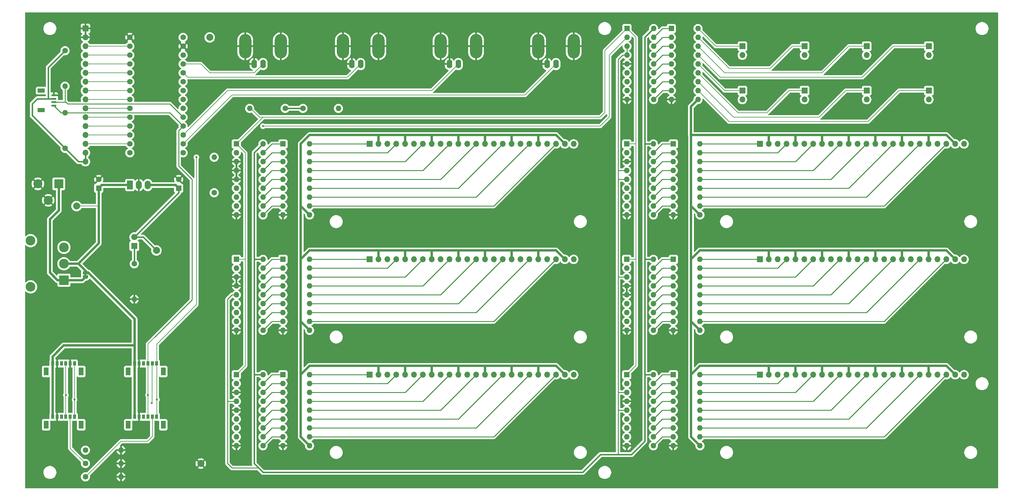
<source format=gbr>
%TF.GenerationSoftware,KiCad,Pcbnew,9.0.3*%
%TF.CreationDate,2025-09-08T11:07:08-04:00*%
%TF.ProjectId,HMS Olfactometer,484d5320-4f6c-4666-9163-746f6d657465,4.1*%
%TF.SameCoordinates,Original*%
%TF.FileFunction,Copper,L1,Top*%
%TF.FilePolarity,Positive*%
%FSLAX46Y46*%
G04 Gerber Fmt 4.6, Leading zero omitted, Abs format (unit mm)*
G04 Created by KiCad (PCBNEW 9.0.3) date 2025-09-08 11:07:08*
%MOMM*%
%LPD*%
G01*
G04 APERTURE LIST*
G04 Aperture macros list*
%AMFreePoly0*
4,1,23,0.500000,-0.750000,0.000000,-0.750000,0.000000,-0.745722,-0.065263,-0.745722,-0.191342,-0.711940,-0.304381,-0.646677,-0.396677,-0.554381,-0.461940,-0.441342,-0.495722,-0.315263,-0.495722,-0.250000,-0.500000,-0.250000,-0.500000,0.250000,-0.495722,0.250000,-0.495722,0.315263,-0.461940,0.441342,-0.396677,0.554381,-0.304381,0.646677,-0.191342,0.711940,-0.065263,0.745722,0.000000,0.745722,
0.000000,0.750000,0.500000,0.750000,0.500000,-0.750000,0.500000,-0.750000,$1*%
%AMFreePoly1*
4,1,23,0.000000,0.745722,0.065263,0.745722,0.191342,0.711940,0.304381,0.646677,0.396677,0.554381,0.461940,0.441342,0.495722,0.315263,0.495722,0.250000,0.500000,0.250000,0.500000,-0.250000,0.495722,-0.250000,0.495722,-0.315263,0.461940,-0.441342,0.396677,-0.554381,0.304381,-0.646677,0.191342,-0.711940,0.065263,-0.745722,0.000000,-0.745722,0.000000,-0.750000,-0.500000,-0.750000,
-0.500000,0.750000,0.000000,0.750000,0.000000,0.745722,0.000000,0.745722,$1*%
G04 Aperture macros list end*
%TA.AperFunction,EtchedComponent*%
%ADD10C,0.000000*%
%TD*%
%TA.AperFunction,ComponentPad*%
%ADD11R,1.600000X1.600000*%
%TD*%
%TA.AperFunction,ComponentPad*%
%ADD12O,1.600000X1.600000*%
%TD*%
%TA.AperFunction,ComponentPad*%
%ADD13R,1.700000X1.700000*%
%TD*%
%TA.AperFunction,ComponentPad*%
%ADD14O,1.700000X1.700000*%
%TD*%
%TA.AperFunction,ComponentPad*%
%ADD15C,1.600000*%
%TD*%
%TA.AperFunction,SMDPad,CuDef*%
%ADD16R,0.838200X1.295400*%
%TD*%
%TA.AperFunction,SMDPad,CuDef*%
%ADD17R,1.397000X2.260600*%
%TD*%
%TA.AperFunction,ComponentPad*%
%ADD18C,2.000000*%
%TD*%
%TA.AperFunction,ComponentPad*%
%ADD19R,2.600000X2.600000*%
%TD*%
%TA.AperFunction,ComponentPad*%
%ADD20C,2.600000*%
%TD*%
%TA.AperFunction,ComponentPad*%
%ADD21O,1.600000X2.500000*%
%TD*%
%TA.AperFunction,ComponentPad*%
%ADD22O,3.500000X7.000000*%
%TD*%
%TA.AperFunction,SMDPad,CuDef*%
%ADD23FreePoly0,90.000000*%
%TD*%
%TA.AperFunction,SMDPad,CuDef*%
%ADD24FreePoly1,90.000000*%
%TD*%
%TA.AperFunction,ComponentPad*%
%ADD25R,1.800000X1.800000*%
%TD*%
%TA.AperFunction,ComponentPad*%
%ADD26C,1.800000*%
%TD*%
%TA.AperFunction,ComponentPad*%
%ADD27R,1.700000X2.500000*%
%TD*%
%TA.AperFunction,ComponentPad*%
%ADD28O,1.700000X2.500000*%
%TD*%
%TA.AperFunction,ComponentPad*%
%ADD29R,2.775000X2.775000*%
%TD*%
%TA.AperFunction,ComponentPad*%
%ADD30C,2.775000*%
%TD*%
%TA.AperFunction,SMDPad,CuDef*%
%ADD31R,1.348740X0.599440*%
%TD*%
%TA.AperFunction,SMDPad,CuDef*%
%ADD32R,1.998980X1.198880*%
%TD*%
%TA.AperFunction,ViaPad*%
%ADD33C,0.600000*%
%TD*%
%TA.AperFunction,Conductor*%
%ADD34C,0.254000*%
%TD*%
%TA.AperFunction,Conductor*%
%ADD35C,0.635000*%
%TD*%
%TA.AperFunction,Conductor*%
%ADD36C,0.381000*%
%TD*%
%TA.AperFunction,Conductor*%
%ADD37C,0.200000*%
%TD*%
G04 APERTURE END LIST*
D10*
%TA.AperFunction,EtchedComponent*%
%TO.C,JP1*%
G36*
X48560000Y-108820000D02*
G01*
X47960000Y-108820000D01*
X47960000Y-108320000D01*
X48560000Y-108320000D01*
X48560000Y-108820000D01*
G37*
%TD.AperFunction*%
%TD*%
D11*
%TO.P,U8,1,I1*%
%TO.N,Net-(U8-I1)*%
X104775000Y-104140000D03*
D12*
%TO.P,U8,2,I2*%
%TO.N,Net-(U8-I2)*%
X104775000Y-106680000D03*
%TO.P,U8,3,I3*%
%TO.N,Net-(U8-I3)*%
X104775000Y-109220000D03*
%TO.P,U8,4,I4*%
%TO.N,Net-(U8-I4)*%
X104775000Y-111760000D03*
%TO.P,U8,5,I5*%
%TO.N,Net-(U8-I5)*%
X104775000Y-114300000D03*
%TO.P,U8,6,I6*%
%TO.N,Net-(U8-I6)*%
X104775000Y-116840000D03*
%TO.P,U8,7,I7*%
%TO.N,Net-(U8-I7)*%
X104775000Y-119380000D03*
%TO.P,U8,8,I8*%
%TO.N,Net-(U8-I8)*%
X104775000Y-121920000D03*
%TO.P,U8,9,GND*%
%TO.N,GND*%
X104775000Y-124460000D03*
%TO.P,U8,10,COM*%
%TO.N,+12V*%
X112395000Y-124460000D03*
%TO.P,U8,11,O8*%
%TO.N,Net-(J4-Pin_22)*%
X112395000Y-121920000D03*
%TO.P,U8,12,O7*%
%TO.N,Net-(J4-Pin_19)*%
X112395000Y-119380000D03*
%TO.P,U8,13,O6*%
%TO.N,Net-(J4-Pin_16)*%
X112395000Y-116840000D03*
%TO.P,U8,14,O5*%
%TO.N,Net-(J4-Pin_13)*%
X112395000Y-114300000D03*
%TO.P,U8,15,O4*%
%TO.N,Net-(J4-Pin_10)*%
X112395000Y-111760000D03*
%TO.P,U8,16,O3*%
%TO.N,Net-(J4-Pin_7)*%
X112395000Y-109220000D03*
%TO.P,U8,17,O2*%
%TO.N,Net-(J4-Pin_4)*%
X112395000Y-106680000D03*
%TO.P,U8,18,O1*%
%TO.N,Net-(J4-Pin_1)*%
X112395000Y-104140000D03*
%TD*%
D13*
%TO.P,J8,1,Pin_1*%
%TO.N,Net-(J8-Pin_1)*%
X254000000Y-43180000D03*
D14*
%TO.P,J8,2,Pin_2*%
%TO.N,+12V*%
X254000000Y-45720000D03*
%TD*%
D13*
%TO.P,J5,1,Pin_1*%
%TO.N,Net-(J5-Pin_1)*%
X241229000Y-104140000D03*
D14*
%TO.P,J5,2,Pin_2*%
%TO.N,+12V*%
X243769000Y-104140000D03*
%TO.P,J5,3,Pin_3*%
%TO.N,unconnected-(J5-Pin_3-Pad3)*%
X246309000Y-104140000D03*
%TO.P,J5,4,Pin_4*%
%TO.N,Net-(J5-Pin_4)*%
X248849000Y-104140000D03*
%TO.P,J5,5,Pin_5*%
%TO.N,+12V*%
X251389000Y-104140000D03*
%TO.P,J5,6,Pin_6*%
%TO.N,unconnected-(J5-Pin_6-Pad6)*%
X253929000Y-104140000D03*
%TO.P,J5,7,Pin_7*%
%TO.N,Net-(J5-Pin_7)*%
X256469000Y-104140000D03*
%TO.P,J5,8,Pin_8*%
%TO.N,+12V*%
X259009000Y-104140000D03*
%TO.P,J5,9,Pin_9*%
%TO.N,unconnected-(J5-Pin_9-Pad9)*%
X261549000Y-104140000D03*
%TO.P,J5,10,Pin_10*%
%TO.N,Net-(J5-Pin_10)*%
X264089000Y-104140000D03*
%TO.P,J5,11,Pin_11*%
%TO.N,+12V*%
X266629000Y-104140000D03*
%TO.P,J5,12,Pin_12*%
%TO.N,unconnected-(J5-Pin_12-Pad12)*%
X269169000Y-104140000D03*
%TO.P,J5,13,Pin_13*%
%TO.N,Net-(J5-Pin_13)*%
X271709000Y-104140000D03*
%TO.P,J5,14,Pin_14*%
%TO.N,+12V*%
X274249000Y-104140000D03*
%TO.P,J5,15,Pin_15*%
%TO.N,unconnected-(J5-Pin_15-Pad15)*%
X276789000Y-104140000D03*
%TO.P,J5,16,Pin_16*%
%TO.N,Net-(J5-Pin_16)*%
X279329000Y-104140000D03*
%TO.P,J5,17,Pin_17*%
%TO.N,+12V*%
X281869000Y-104140000D03*
%TO.P,J5,18,Pin_18*%
%TO.N,unconnected-(J5-Pin_18-Pad18)*%
X284409000Y-104140000D03*
%TO.P,J5,19,Pin_19*%
%TO.N,Net-(J5-Pin_19)*%
X286949000Y-104140000D03*
%TO.P,J5,20,Pin_20*%
%TO.N,+12V*%
X289489000Y-104140000D03*
%TO.P,J5,21,Pin_21*%
%TO.N,unconnected-(J5-Pin_21-Pad21)*%
X292029000Y-104140000D03*
%TO.P,J5,22,Pin_22*%
%TO.N,Net-(J5-Pin_22)*%
X294569000Y-104140000D03*
%TO.P,J5,23,Pin_23*%
%TO.N,+12V*%
X297109000Y-104140000D03*
%TO.P,J5,24,Pin_24*%
%TO.N,unconnected-(J5-Pin_24-Pad24)*%
X299649000Y-104140000D03*
%TD*%
D15*
%TO.P,R4,1*%
%TO.N,Net-(D1-K)*%
X62230000Y-105410000D03*
D12*
%TO.P,R4,2*%
%TO.N,GND*%
X62230000Y-115570000D03*
%TD*%
D15*
%TO.P,R3,1*%
%TO.N,Net-(J19-Pin_2)*%
X48260000Y-166370000D03*
D12*
%TO.P,R3,2*%
%TO.N,GND*%
X58420000Y-166370000D03*
%TD*%
D11*
%TO.P,U14,1,I1*%
%TO.N,Net-(U14-I1)*%
X215900000Y-38100000D03*
D12*
%TO.P,U14,2,I2*%
%TO.N,Net-(U14-I2)*%
X215900000Y-40640000D03*
%TO.P,U14,3,I3*%
%TO.N,Net-(U14-I3)*%
X215900000Y-43180000D03*
%TO.P,U14,4,I4*%
%TO.N,Net-(U14-I4)*%
X215900000Y-45720000D03*
%TO.P,U14,5,I5*%
%TO.N,Net-(U14-I5)*%
X215900000Y-48260000D03*
%TO.P,U14,6,I6*%
%TO.N,Net-(U14-I6)*%
X215900000Y-50800000D03*
%TO.P,U14,7,I7*%
%TO.N,Net-(U14-I7)*%
X215900000Y-53340000D03*
%TO.P,U14,8,I8*%
%TO.N,Net-(U14-I8)*%
X215900000Y-55880000D03*
%TO.P,U14,9,GND*%
%TO.N,GND*%
X215900000Y-58420000D03*
%TO.P,U14,10,COM*%
%TO.N,+12V*%
X223520000Y-58420000D03*
%TO.P,U14,11,O8*%
%TO.N,Net-(J14-Pin_1)*%
X223520000Y-55880000D03*
%TO.P,U14,12,O7*%
%TO.N,Net-(J13-Pin_1)*%
X223520000Y-53340000D03*
%TO.P,U14,13,O6*%
%TO.N,Net-(J12-Pin_1)*%
X223520000Y-50800000D03*
%TO.P,U14,14,O5*%
%TO.N,Net-(J11-Pin_1)*%
X223520000Y-48260000D03*
%TO.P,U14,15,O4*%
%TO.N,Net-(J10-Pin_1)*%
X223520000Y-45720000D03*
%TO.P,U14,16,O3*%
%TO.N,Net-(J9-Pin_1)*%
X223520000Y-43180000D03*
%TO.P,U14,17,O2*%
%TO.N,Net-(J8-Pin_1)*%
X223520000Y-40640000D03*
%TO.P,U14,18,O1*%
%TO.N,Net-(J7-Pin_1)*%
X223520000Y-38100000D03*
%TD*%
D16*
%TO.P,J19,1,Pin_1*%
%TO.N,/SDA-1*%
X68634999Y-149165399D03*
%TO.P,J19,2,Pin_2*%
%TO.N,Net-(J19-Pin_2)*%
X67384999Y-149165399D03*
%TO.P,J19,3,Pin_3*%
%TO.N,/SCL-1*%
X66134999Y-149165399D03*
%TO.P,J19,4,Pin_4*%
%TO.N,unconnected-(J19-Pin_4-Pad4)*%
X64884999Y-149165399D03*
%TO.P,J19,5,Pin_5*%
%TO.N,GND*%
X63634999Y-149165399D03*
%TO.P,J19,6,Pin_6*%
%TO.N,+24V*%
X62384999Y-149165399D03*
D17*
%TO.P,J19,7*%
%TO.N,N/C*%
X70535000Y-151460398D03*
%TO.P,J19,8*%
X60484998Y-151460398D03*
%TD*%
D13*
%TO.P,J12,1,Pin_1*%
%TO.N,Net-(J12-Pin_1)*%
X254000000Y-55880000D03*
D14*
%TO.P,J12,2,Pin_2*%
%TO.N,+12V*%
X254000000Y-58420000D03*
%TD*%
D11*
%TO.P,U10,1,I1*%
%TO.N,Net-(U10-I1)*%
X216464000Y-104140000D03*
D12*
%TO.P,U10,2,I2*%
%TO.N,Net-(U10-I2)*%
X216464000Y-106680000D03*
%TO.P,U10,3,I3*%
%TO.N,Net-(U10-I3)*%
X216464000Y-109220000D03*
%TO.P,U10,4,I4*%
%TO.N,Net-(U10-I4)*%
X216464000Y-111760000D03*
%TO.P,U10,5,I5*%
%TO.N,Net-(U10-I5)*%
X216464000Y-114300000D03*
%TO.P,U10,6,I6*%
%TO.N,Net-(U10-I6)*%
X216464000Y-116840000D03*
%TO.P,U10,7,I7*%
%TO.N,Net-(U10-I7)*%
X216464000Y-119380000D03*
%TO.P,U10,8,I8*%
%TO.N,Net-(U10-I8)*%
X216464000Y-121920000D03*
%TO.P,U10,9,GND*%
%TO.N,GND*%
X216464000Y-124460000D03*
%TO.P,U10,10,COM*%
%TO.N,+12V*%
X224084000Y-124460000D03*
%TO.P,U10,11,O8*%
%TO.N,Net-(J5-Pin_22)*%
X224084000Y-121920000D03*
%TO.P,U10,12,O7*%
%TO.N,Net-(J5-Pin_19)*%
X224084000Y-119380000D03*
%TO.P,U10,13,O6*%
%TO.N,Net-(J5-Pin_16)*%
X224084000Y-116840000D03*
%TO.P,U10,14,O5*%
%TO.N,Net-(J5-Pin_13)*%
X224084000Y-114300000D03*
%TO.P,U10,15,O4*%
%TO.N,Net-(J5-Pin_10)*%
X224084000Y-111760000D03*
%TO.P,U10,16,O3*%
%TO.N,Net-(J5-Pin_7)*%
X224084000Y-109220000D03*
%TO.P,U10,17,O2*%
%TO.N,Net-(J5-Pin_4)*%
X224084000Y-106680000D03*
%TO.P,U10,18,O1*%
%TO.N,Net-(J5-Pin_1)*%
X224084000Y-104140000D03*
%TD*%
D11*
%TO.P,U7,1,SCL*%
%TO.N,SCL-0*%
X203129000Y-71120000D03*
D12*
%TO.P,U7,2,SDA*%
%TO.N,SDA-0*%
X203129000Y-73660000D03*
%TO.P,U7,3,A2*%
%TO.N,GND*%
X203129000Y-76200000D03*
%TO.P,U7,4,A1*%
%TO.N,+3.3V*%
X203129000Y-78740000D03*
%TO.P,U7,5,A0*%
X203129000Y-81280000D03*
%TO.P,U7,6,~{RESET}*%
%TO.N,RESET*%
X203129000Y-83820000D03*
%TO.P,U7,7,NC*%
%TO.N,unconnected-(U7-NC-Pad7)*%
X203129000Y-86360000D03*
%TO.P,U7,8,INT*%
%TO.N,unconnected-(U7-INT-Pad8)*%
X203129000Y-88900000D03*
%TO.P,U7,9,VSS*%
%TO.N,GND*%
X203129000Y-91440000D03*
%TO.P,U7,10,GP0*%
%TO.N,Net-(U6-I8)*%
X210749000Y-91440000D03*
%TO.P,U7,11,GP1*%
%TO.N,Net-(U6-I7)*%
X210749000Y-88900000D03*
%TO.P,U7,12,GP2*%
%TO.N,Net-(U6-I6)*%
X210749000Y-86360000D03*
%TO.P,U7,13,GP3*%
%TO.N,Net-(U6-I5)*%
X210749000Y-83820000D03*
%TO.P,U7,14,GP4*%
%TO.N,Net-(U6-I4)*%
X210749000Y-81280000D03*
%TO.P,U7,15,GP5*%
%TO.N,Net-(U6-I3)*%
X210749000Y-78740000D03*
%TO.P,U7,16,GP6*%
%TO.N,Net-(U6-I2)*%
X210749000Y-76200000D03*
%TO.P,U7,17,GP7*%
%TO.N,Net-(U6-I1)*%
X210749000Y-73660000D03*
%TO.P,U7,18,VDD*%
%TO.N,+3.3V*%
X210749000Y-71120000D03*
%TD*%
D16*
%TO.P,J18,1,Pin_1*%
%TO.N,/SDA-1*%
X68634999Y-133925399D03*
%TO.P,J18,2,Pin_2*%
%TO.N,Net-(J18-Pin_2)*%
X67384999Y-133925399D03*
%TO.P,J18,3,Pin_3*%
%TO.N,/SCL-1*%
X66134999Y-133925399D03*
%TO.P,J18,4,Pin_4*%
%TO.N,unconnected-(J18-Pin_4-Pad4)*%
X64884999Y-133925399D03*
%TO.P,J18,5,Pin_5*%
%TO.N,GND*%
X63634999Y-133925399D03*
%TO.P,J18,6,Pin_6*%
%TO.N,+24V*%
X62384999Y-133925399D03*
D17*
%TO.P,J18,7*%
%TO.N,N/C*%
X70535000Y-136220398D03*
%TO.P,J18,8*%
X60484998Y-136220398D03*
%TD*%
D15*
%TO.P,U1,1,GND*%
%TO.N,GND*%
X60960000Y-40640000D03*
%TO.P,U1,2,0_RX1_CRX2_CS1*%
%TO.N,Net-(J24-Pin_3)*%
X60960000Y-43180000D03*
%TO.P,U1,3,1_TX1_CTX2_MISO1*%
%TO.N,Net-(J24-Pin_4)*%
X60960000Y-45720000D03*
%TO.P,U1,4,2_OUT2*%
%TO.N,Net-(J24-Pin_5)*%
X60960000Y-48260000D03*
%TO.P,U1,5,3_LRCLK2*%
%TO.N,Net-(J24-Pin_6)*%
X60960000Y-50800000D03*
%TO.P,U1,6,4_BCLK2*%
%TO.N,Net-(J24-Pin_7)*%
X60960000Y-53340000D03*
%TO.P,U1,7,5_IN2*%
%TO.N,Net-(J24-Pin_8)*%
X60960000Y-55880000D03*
%TO.P,U1,8,6_OUT1D*%
%TO.N,Net-(J24-Pin_9)*%
X60960000Y-58420000D03*
%TO.P,U1,9,7_RX2_OUT1A*%
%TO.N,Net-(J24-Pin_10)*%
X60960000Y-60960000D03*
%TO.P,U1,10,8_TX2_IN1*%
%TO.N,Net-(J24-Pin_11)*%
X60960000Y-63500000D03*
%TO.P,U1,11,9_OUT1C*%
%TO.N,Net-(J24-Pin_12)*%
X60960000Y-66040000D03*
%TO.P,U1,12,10_CS_MQSR*%
%TO.N,Net-(J24-Pin_13)*%
X60960000Y-68580000D03*
%TO.P,U1,13,11_MOSI_CTX1*%
%TO.N,Net-(J24-Pin_14)*%
X60960000Y-71120000D03*
%TO.P,U1,14,12_MISO_MQSL*%
%TO.N,unconnected-(U1-12_MISO_MQSL-Pad14)*%
X60960000Y-73660000D03*
%TO.P,U1,20,13_SCK_CRX1_LED*%
%TO.N,unconnected-(U1-13_SCK_CRX1_LED-Pad20)*%
X76200000Y-73660000D03*
%TO.P,U1,21,14_A0_TX3_SPDIF_OUT*%
%TO.N,Net-(J23-In)*%
X76200000Y-71120000D03*
%TO.P,U1,22,15_A1_RX3_SPDIF_IN*%
%TO.N,Net-(J22-In)*%
X76200000Y-68580000D03*
%TO.P,U1,23,16_A2_RX4_SCL1*%
%TO.N,/SCL-1*%
X76200000Y-66040000D03*
%TO.P,U1,24,17_A3_TX4_SDA1*%
%TO.N,/SDA-1*%
X76200000Y-63500000D03*
%TO.P,U1,25,18_A4_SDA0*%
%TO.N,SDA-0*%
X76200000Y-60960000D03*
%TO.P,U1,26,19_A5_SCL0*%
%TO.N,SCL-0*%
X76200000Y-58420000D03*
%TO.P,U1,27,20_A6_TX5_LRCLK1*%
%TO.N,unconnected-(U1-20_A6_TX5_LRCLK1-Pad27)*%
X76200000Y-55880000D03*
%TO.P,U1,28,21_A7_RX5_BCLK1*%
%TO.N,unconnected-(U1-21_A7_RX5_BCLK1-Pad28)*%
X76200000Y-53340000D03*
%TO.P,U1,29,22_A8_CTX1*%
%TO.N,Net-(J21-In)*%
X76200000Y-50800000D03*
%TO.P,U1,30,23_A9_CRX1_MCLK1*%
%TO.N,Net-(J20-In)*%
X76200000Y-48260000D03*
%TO.P,U1,31,3V3*%
%TO.N,+3.3V*%
X76200000Y-45720000D03*
%TO.P,U1,32,GND*%
%TO.N,GND*%
X76200000Y-43180000D03*
%TO.P,U1,33,VIN*%
%TO.N,unconnected-(U1-VIN-Pad33)*%
X76200000Y-40640000D03*
%TD*%
D18*
%TO.P,TP4,1,1*%
%TO.N,+3.3V*%
X83820000Y-40640000D03*
%TD*%
D19*
%TO.P,J15,1*%
%TO.N,Net-(JP1-A)*%
X40640000Y-82550000D03*
D20*
%TO.P,J15,2*%
%TO.N,GND*%
X34640000Y-82550000D03*
%TO.P,J15,3*%
X37640000Y-87250000D03*
%TD*%
D11*
%TO.P,C1,1*%
%TO.N,+24V*%
X52070000Y-83780000D03*
D15*
%TO.P,C1,2*%
%TO.N,GND*%
X52070000Y-81280000D03*
%TD*%
D21*
%TO.P,J22,1,In*%
%TO.N,Net-(J22-In)*%
X154940000Y-48260000D03*
D22*
%TO.P,J22,2,Ext*%
%TO.N,GND*%
X149860000Y-43180000D03*
D21*
X152400000Y-48260000D03*
D22*
X160020000Y-43180000D03*
%TD*%
D15*
%TO.P,R2,1*%
%TO.N,Net-(J17-Pin_2)*%
X48260000Y-162560000D03*
D12*
%TO.P,R2,2*%
%TO.N,GND*%
X58420000Y-162560000D03*
%TD*%
D23*
%TO.P,JP1,1,A*%
%TO.N,Net-(JP1-A)*%
X48260000Y-109220000D03*
D24*
%TO.P,JP1,2,B*%
%TO.N,+24V*%
X48260000Y-107920000D03*
%TD*%
D11*
%TO.P,U9,1,SCL*%
%TO.N,SCL-0*%
X91440000Y-104140000D03*
D12*
%TO.P,U9,2,SDA*%
%TO.N,SDA-0*%
X91440000Y-106680000D03*
%TO.P,U9,3,A2*%
%TO.N,GND*%
X91440000Y-109220000D03*
%TO.P,U9,4,A1*%
X91440000Y-111760000D03*
%TO.P,U9,5,A0*%
%TO.N,+3.3V*%
X91440000Y-114300000D03*
%TO.P,U9,6,~{RESET}*%
%TO.N,RESET*%
X91440000Y-116840000D03*
%TO.P,U9,7,NC*%
%TO.N,unconnected-(U9-NC-Pad7)*%
X91440000Y-119380000D03*
%TO.P,U9,8,INT*%
%TO.N,unconnected-(U9-INT-Pad8)*%
X91440000Y-121920000D03*
%TO.P,U9,9,VSS*%
%TO.N,GND*%
X91440000Y-124460000D03*
%TO.P,U9,10,GP0*%
%TO.N,Net-(U8-I8)*%
X99060000Y-124460000D03*
%TO.P,U9,11,GP1*%
%TO.N,Net-(U8-I7)*%
X99060000Y-121920000D03*
%TO.P,U9,12,GP2*%
%TO.N,Net-(U8-I6)*%
X99060000Y-119380000D03*
%TO.P,U9,13,GP3*%
%TO.N,Net-(U8-I5)*%
X99060000Y-116840000D03*
%TO.P,U9,14,GP4*%
%TO.N,Net-(U8-I4)*%
X99060000Y-114300000D03*
%TO.P,U9,15,GP5*%
%TO.N,Net-(U8-I3)*%
X99060000Y-111760000D03*
%TO.P,U9,16,GP6*%
%TO.N,Net-(U8-I2)*%
X99060000Y-109220000D03*
%TO.P,U9,17,GP7*%
%TO.N,Net-(U8-I1)*%
X99060000Y-106680000D03*
%TO.P,U9,18,VDD*%
%TO.N,+3.3V*%
X99060000Y-104140000D03*
%TD*%
D15*
%TO.P,R16,1*%
%TO.N,+3.3V*%
X110490000Y-60960000D03*
D12*
%TO.P,R16,2*%
%TO.N,RESET*%
X120650000Y-60960000D03*
%TD*%
D13*
%TO.P,J13,1,Pin_1*%
%TO.N,Net-(J13-Pin_1)*%
X271780000Y-55880000D03*
D14*
%TO.P,J13,2,Pin_2*%
%TO.N,+12V*%
X271780000Y-58420000D03*
%TD*%
D13*
%TO.P,J9,1,Pin_1*%
%TO.N,Net-(J9-Pin_1)*%
X271780000Y-43180000D03*
D14*
%TO.P,J9,2,Pin_2*%
%TO.N,+12V*%
X271780000Y-45720000D03*
%TD*%
D25*
%TO.P,D1,1,K*%
%TO.N,Net-(D1-K)*%
X62230000Y-100330000D03*
D26*
%TO.P,D1,2,A*%
%TO.N,+12V*%
X62230000Y-97790000D03*
%TD*%
D18*
%TO.P,TP2,1,1*%
%TO.N,+12V*%
X68580000Y-101600000D03*
%TD*%
D21*
%TO.P,J20,1,In*%
%TO.N,Net-(J20-In)*%
X99060000Y-48260000D03*
D22*
%TO.P,J20,2,Ext*%
%TO.N,GND*%
X93980000Y-43180000D03*
D21*
X96520000Y-48260000D03*
D22*
X104140000Y-43180000D03*
%TD*%
D15*
%TO.P,R7,1*%
%TO.N,+3.3V*%
X85090000Y-85090000D03*
D12*
%TO.P,R7,2*%
%TO.N,SDA-0*%
X85090000Y-74930000D03*
%TD*%
D11*
%TO.P,U4,1,I1*%
%TO.N,Net-(U4-I1)*%
X216464000Y-137160000D03*
D12*
%TO.P,U4,2,I2*%
%TO.N,Net-(U4-I2)*%
X216464000Y-139700000D03*
%TO.P,U4,3,I3*%
%TO.N,Net-(U4-I3)*%
X216464000Y-142240000D03*
%TO.P,U4,4,I4*%
%TO.N,Net-(U4-I4)*%
X216464000Y-144780000D03*
%TO.P,U4,5,I5*%
%TO.N,Net-(U4-I5)*%
X216464000Y-147320000D03*
%TO.P,U4,6,I6*%
%TO.N,Net-(U4-I6)*%
X216464000Y-149860000D03*
%TO.P,U4,7,I7*%
%TO.N,Net-(U4-I7)*%
X216464000Y-152400000D03*
%TO.P,U4,8,I8*%
%TO.N,Net-(U4-I8)*%
X216464000Y-154940000D03*
%TO.P,U4,9,GND*%
%TO.N,GND*%
X216464000Y-157480000D03*
%TO.P,U4,10,COM*%
%TO.N,+12V*%
X224084000Y-157480000D03*
%TO.P,U4,11,O8*%
%TO.N,Net-(J2-Pin_22)*%
X224084000Y-154940000D03*
%TO.P,U4,12,O7*%
%TO.N,Net-(J2-Pin_19)*%
X224084000Y-152400000D03*
%TO.P,U4,13,O6*%
%TO.N,Net-(J2-Pin_16)*%
X224084000Y-149860000D03*
%TO.P,U4,14,O5*%
%TO.N,Net-(J2-Pin_13)*%
X224084000Y-147320000D03*
%TO.P,U4,15,O4*%
%TO.N,Net-(J2-Pin_10)*%
X224084000Y-144780000D03*
%TO.P,U4,16,O3*%
%TO.N,Net-(J2-Pin_7)*%
X224084000Y-142240000D03*
%TO.P,U4,17,O2*%
%TO.N,Net-(J2-Pin_4)*%
X224084000Y-139700000D03*
%TO.P,U4,18,O1*%
%TO.N,Net-(J2-Pin_1)*%
X224084000Y-137160000D03*
%TD*%
D13*
%TO.P,J4,1,Pin_1*%
%TO.N,Net-(J4-Pin_1)*%
X129540000Y-104140000D03*
D14*
%TO.P,J4,2,Pin_2*%
%TO.N,+12V*%
X132080000Y-104140000D03*
%TO.P,J4,3,Pin_3*%
%TO.N,unconnected-(J4-Pin_3-Pad3)*%
X134620000Y-104140000D03*
%TO.P,J4,4,Pin_4*%
%TO.N,Net-(J4-Pin_4)*%
X137160000Y-104140000D03*
%TO.P,J4,5,Pin_5*%
%TO.N,+12V*%
X139700000Y-104140000D03*
%TO.P,J4,6,Pin_6*%
%TO.N,unconnected-(J4-Pin_6-Pad6)*%
X142240000Y-104140000D03*
%TO.P,J4,7,Pin_7*%
%TO.N,Net-(J4-Pin_7)*%
X144780000Y-104140000D03*
%TO.P,J4,8,Pin_8*%
%TO.N,+12V*%
X147320000Y-104140000D03*
%TO.P,J4,9,Pin_9*%
%TO.N,unconnected-(J4-Pin_9-Pad9)*%
X149860000Y-104140000D03*
%TO.P,J4,10,Pin_10*%
%TO.N,Net-(J4-Pin_10)*%
X152400000Y-104140000D03*
%TO.P,J4,11,Pin_11*%
%TO.N,+12V*%
X154940000Y-104140000D03*
%TO.P,J4,12,Pin_12*%
%TO.N,unconnected-(J4-Pin_12-Pad12)*%
X157480000Y-104140000D03*
%TO.P,J4,13,Pin_13*%
%TO.N,Net-(J4-Pin_13)*%
X160020000Y-104140000D03*
%TO.P,J4,14,Pin_14*%
%TO.N,+12V*%
X162560000Y-104140000D03*
%TO.P,J4,15,Pin_15*%
%TO.N,unconnected-(J4-Pin_15-Pad15)*%
X165100000Y-104140000D03*
%TO.P,J4,16,Pin_16*%
%TO.N,Net-(J4-Pin_16)*%
X167640000Y-104140000D03*
%TO.P,J4,17,Pin_17*%
%TO.N,+12V*%
X170180000Y-104140000D03*
%TO.P,J4,18,Pin_18*%
%TO.N,unconnected-(J4-Pin_18-Pad18)*%
X172720000Y-104140000D03*
%TO.P,J4,19,Pin_19*%
%TO.N,Net-(J4-Pin_19)*%
X175260000Y-104140000D03*
%TO.P,J4,20,Pin_20*%
%TO.N,+12V*%
X177800000Y-104140000D03*
%TO.P,J4,21,Pin_21*%
%TO.N,unconnected-(J4-Pin_21-Pad21)*%
X180340000Y-104140000D03*
%TO.P,J4,22,Pin_22*%
%TO.N,Net-(J4-Pin_22)*%
X182880000Y-104140000D03*
%TO.P,J4,23,Pin_23*%
%TO.N,+12V*%
X185420000Y-104140000D03*
%TO.P,J4,24,Pin_24*%
%TO.N,unconnected-(J4-Pin_24-Pad24)*%
X187960000Y-104140000D03*
%TD*%
D27*
%TO.P,U16,1,IN*%
%TO.N,+24V*%
X61002500Y-82882500D03*
D28*
%TO.P,U16,2,GND*%
%TO.N,GND*%
X63542500Y-82882500D03*
%TO.P,U16,3,OUT*%
%TO.N,+12V*%
X66082500Y-82882500D03*
%TD*%
D13*
%TO.P,J2,1,Pin_1*%
%TO.N,Net-(J2-Pin_1)*%
X241229000Y-137160000D03*
D14*
%TO.P,J2,2,Pin_2*%
%TO.N,+12V*%
X243769000Y-137160000D03*
%TO.P,J2,3,Pin_3*%
%TO.N,unconnected-(J2-Pin_3-Pad3)*%
X246309000Y-137160000D03*
%TO.P,J2,4,Pin_4*%
%TO.N,Net-(J2-Pin_4)*%
X248849000Y-137160000D03*
%TO.P,J2,5,Pin_5*%
%TO.N,+12V*%
X251389000Y-137160000D03*
%TO.P,J2,6,Pin_6*%
%TO.N,unconnected-(J2-Pin_6-Pad6)*%
X253929000Y-137160000D03*
%TO.P,J2,7,Pin_7*%
%TO.N,Net-(J2-Pin_7)*%
X256469000Y-137160000D03*
%TO.P,J2,8,Pin_8*%
%TO.N,+12V*%
X259009000Y-137160000D03*
%TO.P,J2,9,Pin_9*%
%TO.N,unconnected-(J2-Pin_9-Pad9)*%
X261549000Y-137160000D03*
%TO.P,J2,10,Pin_10*%
%TO.N,Net-(J2-Pin_10)*%
X264089000Y-137160000D03*
%TO.P,J2,11,Pin_11*%
%TO.N,+12V*%
X266629000Y-137160000D03*
%TO.P,J2,12,Pin_12*%
%TO.N,unconnected-(J2-Pin_12-Pad12)*%
X269169000Y-137160000D03*
%TO.P,J2,13,Pin_13*%
%TO.N,Net-(J2-Pin_13)*%
X271709000Y-137160000D03*
%TO.P,J2,14,Pin_14*%
%TO.N,+12V*%
X274249000Y-137160000D03*
%TO.P,J2,15,Pin_15*%
%TO.N,unconnected-(J2-Pin_15-Pad15)*%
X276789000Y-137160000D03*
%TO.P,J2,16,Pin_16*%
%TO.N,Net-(J2-Pin_16)*%
X279329000Y-137160000D03*
%TO.P,J2,17,Pin_17*%
%TO.N,+12V*%
X281869000Y-137160000D03*
%TO.P,J2,18,Pin_18*%
%TO.N,unconnected-(J2-Pin_18-Pad18)*%
X284409000Y-137160000D03*
%TO.P,J2,19,Pin_19*%
%TO.N,Net-(J2-Pin_19)*%
X286949000Y-137160000D03*
%TO.P,J2,20,Pin_20*%
%TO.N,+12V*%
X289489000Y-137160000D03*
%TO.P,J2,21,Pin_21*%
%TO.N,unconnected-(J2-Pin_21-Pad21)*%
X292029000Y-137160000D03*
%TO.P,J2,22,Pin_22*%
%TO.N,Net-(J2-Pin_22)*%
X294569000Y-137160000D03*
%TO.P,J2,23,Pin_23*%
%TO.N,+12V*%
X297109000Y-137160000D03*
%TO.P,J2,24,Pin_24*%
%TO.N,unconnected-(J2-Pin_24-Pad24)*%
X299649000Y-137160000D03*
%TD*%
D29*
%TO.P,SW1,1,A*%
%TO.N,Net-(JP1-A)*%
X42103000Y-110110000D03*
D30*
%TO.P,SW1,2,B*%
%TO.N,+24V*%
X42103000Y-105410000D03*
%TO.P,SW1,3*%
%TO.N,N/C*%
X42103000Y-100710000D03*
%TO.P,SW1,S1*%
X32573000Y-112015000D03*
%TO.P,SW1,S2*%
X32573000Y-98805000D03*
%TD*%
D13*
%TO.P,J11,1,Pin_1*%
%TO.N,Net-(J11-Pin_1)*%
X236220000Y-55880000D03*
D14*
%TO.P,J11,2,Pin_2*%
%TO.N,+12V*%
X236220000Y-58420000D03*
%TD*%
D11*
%TO.P,U13,1,SCL*%
%TO.N,SCL-0*%
X91440000Y-71120000D03*
D12*
%TO.P,U13,2,SDA*%
%TO.N,SDA-0*%
X91440000Y-73660000D03*
%TO.P,U13,3,A2*%
%TO.N,GND*%
X91440000Y-76200000D03*
%TO.P,U13,4,A1*%
X91440000Y-78740000D03*
%TO.P,U13,5,A0*%
X91440000Y-81280000D03*
%TO.P,U13,6,~{RESET}*%
%TO.N,RESET*%
X91440000Y-83820000D03*
%TO.P,U13,7,NC*%
%TO.N,unconnected-(U13-NC-Pad7)*%
X91440000Y-86360000D03*
%TO.P,U13,8,INT*%
%TO.N,unconnected-(U13-INT-Pad8)*%
X91440000Y-88900000D03*
%TO.P,U13,9,VSS*%
%TO.N,GND*%
X91440000Y-91440000D03*
%TO.P,U13,10,GP0*%
%TO.N,Net-(U12-I8)*%
X99060000Y-91440000D03*
%TO.P,U13,11,GP1*%
%TO.N,Net-(U12-I7)*%
X99060000Y-88900000D03*
%TO.P,U13,12,GP2*%
%TO.N,Net-(U12-I6)*%
X99060000Y-86360000D03*
%TO.P,U13,13,GP3*%
%TO.N,Net-(U12-I5)*%
X99060000Y-83820000D03*
%TO.P,U13,14,GP4*%
%TO.N,Net-(U12-I4)*%
X99060000Y-81280000D03*
%TO.P,U13,15,GP5*%
%TO.N,Net-(U12-I3)*%
X99060000Y-78740000D03*
%TO.P,U13,16,GP6*%
%TO.N,Net-(U12-I2)*%
X99060000Y-76200000D03*
%TO.P,U13,17,GP7*%
%TO.N,Net-(U12-I1)*%
X99060000Y-73660000D03*
%TO.P,U13,18,VDD*%
%TO.N,+3.3V*%
X99060000Y-71120000D03*
%TD*%
D11*
%TO.P,U2,1,I1*%
%TO.N,Net-(U2-I1)*%
X104775000Y-137160000D03*
D12*
%TO.P,U2,2,I2*%
%TO.N,Net-(U2-I2)*%
X104775000Y-139700000D03*
%TO.P,U2,3,I3*%
%TO.N,Net-(U2-I3)*%
X104775000Y-142240000D03*
%TO.P,U2,4,I4*%
%TO.N,Net-(U2-I4)*%
X104775000Y-144780000D03*
%TO.P,U2,5,I5*%
%TO.N,Net-(U2-I5)*%
X104775000Y-147320000D03*
%TO.P,U2,6,I6*%
%TO.N,Net-(U2-I6)*%
X104775000Y-149860000D03*
%TO.P,U2,7,I7*%
%TO.N,Net-(U2-I7)*%
X104775000Y-152400000D03*
%TO.P,U2,8,I8*%
%TO.N,Net-(U2-I8)*%
X104775000Y-154940000D03*
%TO.P,U2,9,GND*%
%TO.N,GND*%
X104775000Y-157480000D03*
%TO.P,U2,10,COM*%
%TO.N,+12V*%
X112395000Y-157480000D03*
%TO.P,U2,11,O8*%
%TO.N,Net-(J1-Pin_22)*%
X112395000Y-154940000D03*
%TO.P,U2,12,O7*%
%TO.N,Net-(J1-Pin_19)*%
X112395000Y-152400000D03*
%TO.P,U2,13,O6*%
%TO.N,Net-(J1-Pin_16)*%
X112395000Y-149860000D03*
%TO.P,U2,14,O5*%
%TO.N,Net-(J1-Pin_13)*%
X112395000Y-147320000D03*
%TO.P,U2,15,O4*%
%TO.N,Net-(J1-Pin_10)*%
X112395000Y-144780000D03*
%TO.P,U2,16,O3*%
%TO.N,Net-(J1-Pin_7)*%
X112395000Y-142240000D03*
%TO.P,U2,17,O2*%
%TO.N,Net-(J1-Pin_4)*%
X112395000Y-139700000D03*
%TO.P,U2,18,O1*%
%TO.N,Net-(J1-Pin_1)*%
X112395000Y-137160000D03*
%TD*%
D31*
%TO.P,J25,1,GND*%
%TO.N,GND*%
X39232840Y-57180480D03*
%TO.P,J25,2,VCC*%
%TO.N,+3.3V*%
X39232840Y-58181240D03*
%TO.P,J25,3,SDA*%
%TO.N,/SDA-1*%
X39232840Y-59176920D03*
%TO.P,J25,4,SCL*%
%TO.N,/SCL-1*%
X39232840Y-60177680D03*
D32*
%TO.P,J25,NC1*%
%TO.N,N/C*%
X35560000Y-61478160D03*
%TO.P,J25,NC2*%
X35560000Y-55880000D03*
%TD*%
D11*
%TO.P,U15,1,SCL*%
%TO.N,SCL-0*%
X203200000Y-38100000D03*
D12*
%TO.P,U15,2,SDA*%
%TO.N,SDA-0*%
X203200000Y-40640000D03*
%TO.P,U15,3,A2*%
%TO.N,+3.3V*%
X203200000Y-43180000D03*
%TO.P,U15,4,A1*%
X203200000Y-45720000D03*
%TO.P,U15,5,A0*%
%TO.N,GND*%
X203200000Y-48260000D03*
%TO.P,U15,6,~{RESET}*%
%TO.N,RESET*%
X203200000Y-50800000D03*
%TO.P,U15,7,NC*%
%TO.N,unconnected-(U15-NC-Pad7)*%
X203200000Y-53340000D03*
%TO.P,U15,8,INT*%
%TO.N,unconnected-(U15-INT-Pad8)*%
X203200000Y-55880000D03*
%TO.P,U15,9,VSS*%
%TO.N,GND*%
X203200000Y-58420000D03*
%TO.P,U15,10,GP0*%
%TO.N,Net-(U14-I8)*%
X210820000Y-58420000D03*
%TO.P,U15,11,GP1*%
%TO.N,Net-(U14-I7)*%
X210820000Y-55880000D03*
%TO.P,U15,12,GP2*%
%TO.N,Net-(U14-I6)*%
X210820000Y-53340000D03*
%TO.P,U15,13,GP3*%
%TO.N,Net-(U14-I5)*%
X210820000Y-50800000D03*
%TO.P,U15,14,GP4*%
%TO.N,Net-(U14-I4)*%
X210820000Y-48260000D03*
%TO.P,U15,15,GP5*%
%TO.N,Net-(U14-I3)*%
X210820000Y-45720000D03*
%TO.P,U15,16,GP6*%
%TO.N,Net-(U14-I2)*%
X210820000Y-43180000D03*
%TO.P,U15,17,GP7*%
%TO.N,Net-(U14-I1)*%
X210820000Y-40640000D03*
%TO.P,U15,18,VDD*%
%TO.N,+3.3V*%
X210820000Y-38100000D03*
%TD*%
D18*
%TO.P,TP3,1,1*%
%TO.N,GND*%
X81280000Y-162560000D03*
%TD*%
D15*
%TO.P,R1,1*%
%TO.N,Net-(J18-Pin_2)*%
X48260000Y-158750000D03*
D12*
%TO.P,R1,2*%
%TO.N,GND*%
X58420000Y-158750000D03*
%TD*%
D11*
%TO.P,U11,1,SCL*%
%TO.N,SCL-0*%
X203129000Y-104140000D03*
D12*
%TO.P,U11,2,SDA*%
%TO.N,SDA-0*%
X203129000Y-106680000D03*
%TO.P,U11,3,A2*%
%TO.N,+3.3V*%
X203129000Y-109220000D03*
%TO.P,U11,4,A1*%
%TO.N,GND*%
X203129000Y-111760000D03*
%TO.P,U11,5,A0*%
X203129000Y-114300000D03*
%TO.P,U11,6,~{RESET}*%
%TO.N,RESET*%
X203129000Y-116840000D03*
%TO.P,U11,7,NC*%
%TO.N,unconnected-(U11-NC-Pad7)*%
X203129000Y-119380000D03*
%TO.P,U11,8,INT*%
%TO.N,unconnected-(U11-INT-Pad8)*%
X203129000Y-121920000D03*
%TO.P,U11,9,VSS*%
%TO.N,GND*%
X203129000Y-124460000D03*
%TO.P,U11,10,GP0*%
%TO.N,Net-(U10-I8)*%
X210749000Y-124460000D03*
%TO.P,U11,11,GP1*%
%TO.N,Net-(U10-I7)*%
X210749000Y-121920000D03*
%TO.P,U11,12,GP2*%
%TO.N,Net-(U10-I6)*%
X210749000Y-119380000D03*
%TO.P,U11,13,GP3*%
%TO.N,Net-(U10-I5)*%
X210749000Y-116840000D03*
%TO.P,U11,14,GP4*%
%TO.N,Net-(U10-I4)*%
X210749000Y-114300000D03*
%TO.P,U11,15,GP5*%
%TO.N,Net-(U10-I3)*%
X210749000Y-111760000D03*
%TO.P,U11,16,GP6*%
%TO.N,Net-(U10-I2)*%
X210749000Y-109220000D03*
%TO.P,U11,17,GP7*%
%TO.N,Net-(U10-I1)*%
X210749000Y-106680000D03*
%TO.P,U11,18,VDD*%
%TO.N,+3.3V*%
X210749000Y-104140000D03*
%TD*%
D13*
%TO.P,J10,1,Pin_1*%
%TO.N,Net-(J10-Pin_1)*%
X289560000Y-43180000D03*
D14*
%TO.P,J10,2,Pin_2*%
%TO.N,+12V*%
X289560000Y-45720000D03*
%TD*%
D11*
%TO.P,U5,1,SCL*%
%TO.N,SCL-0*%
X203129000Y-137160000D03*
D12*
%TO.P,U5,2,SDA*%
%TO.N,SDA-0*%
X203129000Y-139700000D03*
%TO.P,U5,3,A2*%
%TO.N,+3.3V*%
X203129000Y-142240000D03*
%TO.P,U5,4,A1*%
%TO.N,GND*%
X203129000Y-144780000D03*
%TO.P,U5,5,A0*%
%TO.N,+3.3V*%
X203129000Y-147320000D03*
%TO.P,U5,6,~{RESET}*%
%TO.N,RESET*%
X203129000Y-149860000D03*
%TO.P,U5,7,NC*%
%TO.N,unconnected-(U5-NC-Pad7)*%
X203129000Y-152400000D03*
%TO.P,U5,8,INT*%
%TO.N,unconnected-(U5-INT-Pad8)*%
X203129000Y-154940000D03*
%TO.P,U5,9,VSS*%
%TO.N,GND*%
X203129000Y-157480000D03*
%TO.P,U5,10,GP0*%
%TO.N,Net-(U4-I8)*%
X210749000Y-157480000D03*
%TO.P,U5,11,GP1*%
%TO.N,Net-(U4-I7)*%
X210749000Y-154940000D03*
%TO.P,U5,12,GP2*%
%TO.N,Net-(U4-I6)*%
X210749000Y-152400000D03*
%TO.P,U5,13,GP3*%
%TO.N,Net-(U4-I5)*%
X210749000Y-149860000D03*
%TO.P,U5,14,GP4*%
%TO.N,Net-(U4-I4)*%
X210749000Y-147320000D03*
%TO.P,U5,15,GP5*%
%TO.N,Net-(U4-I3)*%
X210749000Y-144780000D03*
%TO.P,U5,16,GP6*%
%TO.N,Net-(U4-I2)*%
X210749000Y-142240000D03*
%TO.P,U5,17,GP7*%
%TO.N,Net-(U4-I1)*%
X210749000Y-139700000D03*
%TO.P,U5,18,VDD*%
%TO.N,+3.3V*%
X210749000Y-137160000D03*
%TD*%
D15*
%TO.P,R5,1*%
%TO.N,+3.3V*%
X42418000Y-44450000D03*
D12*
%TO.P,R5,2*%
%TO.N,/SDA-1*%
X42418000Y-54610000D03*
%TD*%
D11*
%TO.P,U3,1,SCL*%
%TO.N,SCL-0*%
X91440000Y-137160000D03*
D12*
%TO.P,U3,2,SDA*%
%TO.N,SDA-0*%
X91440000Y-139700000D03*
%TO.P,U3,3,A2*%
%TO.N,GND*%
X91440000Y-142240000D03*
%TO.P,U3,4,A1*%
%TO.N,+3.3V*%
X91440000Y-144780000D03*
%TO.P,U3,5,A0*%
%TO.N,GND*%
X91440000Y-147320000D03*
%TO.P,U3,6,~{RESET}*%
%TO.N,RESET*%
X91440000Y-149860000D03*
%TO.P,U3,7,NC*%
%TO.N,unconnected-(U3-NC-Pad7)*%
X91440000Y-152400000D03*
%TO.P,U3,8,INT*%
%TO.N,unconnected-(U3-INT-Pad8)*%
X91440000Y-154940000D03*
%TO.P,U3,9,VSS*%
%TO.N,GND*%
X91440000Y-157480000D03*
%TO.P,U3,10,GP0*%
%TO.N,Net-(U2-I8)*%
X99060000Y-157480000D03*
%TO.P,U3,11,GP1*%
%TO.N,Net-(U2-I7)*%
X99060000Y-154940000D03*
%TO.P,U3,12,GP2*%
%TO.N,Net-(U2-I6)*%
X99060000Y-152400000D03*
%TO.P,U3,13,GP3*%
%TO.N,Net-(U2-I5)*%
X99060000Y-149860000D03*
%TO.P,U3,14,GP4*%
%TO.N,Net-(U2-I4)*%
X99060000Y-147320000D03*
%TO.P,U3,15,GP5*%
%TO.N,Net-(U2-I3)*%
X99060000Y-144780000D03*
%TO.P,U3,16,GP6*%
%TO.N,Net-(U2-I2)*%
X99060000Y-142240000D03*
%TO.P,U3,17,GP7*%
%TO.N,Net-(U2-I1)*%
X99060000Y-139700000D03*
%TO.P,U3,18,VDD*%
%TO.N,+3.3V*%
X99060000Y-137160000D03*
%TD*%
D11*
%TO.P,U12,1,I1*%
%TO.N,Net-(U12-I1)*%
X104775000Y-71120000D03*
D12*
%TO.P,U12,2,I2*%
%TO.N,Net-(U12-I2)*%
X104775000Y-73660000D03*
%TO.P,U12,3,I3*%
%TO.N,Net-(U12-I3)*%
X104775000Y-76200000D03*
%TO.P,U12,4,I4*%
%TO.N,Net-(U12-I4)*%
X104775000Y-78740000D03*
%TO.P,U12,5,I5*%
%TO.N,Net-(U12-I5)*%
X104775000Y-81280000D03*
%TO.P,U12,6,I6*%
%TO.N,Net-(U12-I6)*%
X104775000Y-83820000D03*
%TO.P,U12,7,I7*%
%TO.N,Net-(U12-I7)*%
X104775000Y-86360000D03*
%TO.P,U12,8,I8*%
%TO.N,Net-(U12-I8)*%
X104775000Y-88900000D03*
%TO.P,U12,9,GND*%
%TO.N,GND*%
X104775000Y-91440000D03*
%TO.P,U12,10,COM*%
%TO.N,+12V*%
X112395000Y-91440000D03*
%TO.P,U12,11,O8*%
%TO.N,Net-(J6-Pin_22)*%
X112395000Y-88900000D03*
%TO.P,U12,12,O7*%
%TO.N,Net-(J6-Pin_19)*%
X112395000Y-86360000D03*
%TO.P,U12,13,O6*%
%TO.N,Net-(J6-Pin_16)*%
X112395000Y-83820000D03*
%TO.P,U12,14,O5*%
%TO.N,Net-(J6-Pin_13)*%
X112395000Y-81280000D03*
%TO.P,U12,15,O4*%
%TO.N,Net-(J6-Pin_10)*%
X112395000Y-78740000D03*
%TO.P,U12,16,O3*%
%TO.N,Net-(J6-Pin_7)*%
X112395000Y-76200000D03*
%TO.P,U12,17,O2*%
%TO.N,Net-(J6-Pin_4)*%
X112395000Y-73660000D03*
%TO.P,U12,18,O1*%
%TO.N,Net-(J6-Pin_1)*%
X112395000Y-71120000D03*
%TD*%
D13*
%TO.P,J6,1,Pin_1*%
%TO.N,Net-(J6-Pin_1)*%
X129540000Y-71120000D03*
D14*
%TO.P,J6,2,Pin_2*%
%TO.N,+12V*%
X132080000Y-71120000D03*
%TO.P,J6,3,Pin_3*%
%TO.N,unconnected-(J6-Pin_3-Pad3)*%
X134620000Y-71120000D03*
%TO.P,J6,4,Pin_4*%
%TO.N,Net-(J6-Pin_4)*%
X137160000Y-71120000D03*
%TO.P,J6,5,Pin_5*%
%TO.N,+12V*%
X139700000Y-71120000D03*
%TO.P,J6,6,Pin_6*%
%TO.N,unconnected-(J6-Pin_6-Pad6)*%
X142240000Y-71120000D03*
%TO.P,J6,7,Pin_7*%
%TO.N,Net-(J6-Pin_7)*%
X144780000Y-71120000D03*
%TO.P,J6,8,Pin_8*%
%TO.N,+12V*%
X147320000Y-71120000D03*
%TO.P,J6,9,Pin_9*%
%TO.N,unconnected-(J6-Pin_9-Pad9)*%
X149860000Y-71120000D03*
%TO.P,J6,10,Pin_10*%
%TO.N,Net-(J6-Pin_10)*%
X152400000Y-71120000D03*
%TO.P,J6,11,Pin_11*%
%TO.N,+12V*%
X154940000Y-71120000D03*
%TO.P,J6,12,Pin_12*%
%TO.N,unconnected-(J6-Pin_12-Pad12)*%
X157480000Y-71120000D03*
%TO.P,J6,13,Pin_13*%
%TO.N,Net-(J6-Pin_13)*%
X160020000Y-71120000D03*
%TO.P,J6,14,Pin_14*%
%TO.N,+12V*%
X162560000Y-71120000D03*
%TO.P,J6,15,Pin_15*%
%TO.N,unconnected-(J6-Pin_15-Pad15)*%
X165100000Y-71120000D03*
%TO.P,J6,16,Pin_16*%
%TO.N,Net-(J6-Pin_16)*%
X167640000Y-71120000D03*
%TO.P,J6,17,Pin_17*%
%TO.N,+12V*%
X170180000Y-71120000D03*
%TO.P,J6,18,Pin_18*%
%TO.N,unconnected-(J6-Pin_18-Pad18)*%
X172720000Y-71120000D03*
%TO.P,J6,19,Pin_19*%
%TO.N,Net-(J6-Pin_19)*%
X175260000Y-71120000D03*
%TO.P,J6,20,Pin_20*%
%TO.N,+12V*%
X177800000Y-71120000D03*
%TO.P,J6,21,Pin_21*%
%TO.N,unconnected-(J6-Pin_21-Pad21)*%
X180340000Y-71120000D03*
%TO.P,J6,22,Pin_22*%
%TO.N,Net-(J6-Pin_22)*%
X182880000Y-71120000D03*
%TO.P,J6,23,Pin_23*%
%TO.N,+12V*%
X185420000Y-71120000D03*
%TO.P,J6,24,Pin_24*%
%TO.N,unconnected-(J6-Pin_24-Pad24)*%
X187960000Y-71120000D03*
%TD*%
D13*
%TO.P,J14,1,Pin_1*%
%TO.N,Net-(J14-Pin_1)*%
X289560000Y-55880000D03*
D14*
%TO.P,J14,2,Pin_2*%
%TO.N,+12V*%
X289560000Y-58420000D03*
%TD*%
D21*
%TO.P,J21,1,In*%
%TO.N,Net-(J21-In)*%
X127000000Y-48260000D03*
D22*
%TO.P,J21,2,Ext*%
%TO.N,GND*%
X121920000Y-43180000D03*
D21*
X124460000Y-48260000D03*
D22*
X132080000Y-43180000D03*
%TD*%
D11*
%TO.P,U6,1,I1*%
%TO.N,Net-(U6-I1)*%
X216464000Y-71120000D03*
D12*
%TO.P,U6,2,I2*%
%TO.N,Net-(U6-I2)*%
X216464000Y-73660000D03*
%TO.P,U6,3,I3*%
%TO.N,Net-(U6-I3)*%
X216464000Y-76200000D03*
%TO.P,U6,4,I4*%
%TO.N,Net-(U6-I4)*%
X216464000Y-78740000D03*
%TO.P,U6,5,I5*%
%TO.N,Net-(U6-I5)*%
X216464000Y-81280000D03*
%TO.P,U6,6,I6*%
%TO.N,Net-(U6-I6)*%
X216464000Y-83820000D03*
%TO.P,U6,7,I7*%
%TO.N,Net-(U6-I7)*%
X216464000Y-86360000D03*
%TO.P,U6,8,I8*%
%TO.N,Net-(U6-I8)*%
X216464000Y-88900000D03*
%TO.P,U6,9,GND*%
%TO.N,GND*%
X216464000Y-91440000D03*
%TO.P,U6,10,COM*%
%TO.N,+12V*%
X224084000Y-91440000D03*
%TO.P,U6,11,O8*%
%TO.N,Net-(J3-Pin_22)*%
X224084000Y-88900000D03*
%TO.P,U6,12,O7*%
%TO.N,Net-(J3-Pin_19)*%
X224084000Y-86360000D03*
%TO.P,U6,13,O6*%
%TO.N,Net-(J3-Pin_16)*%
X224084000Y-83820000D03*
%TO.P,U6,14,O5*%
%TO.N,Net-(J3-Pin_13)*%
X224084000Y-81280000D03*
%TO.P,U6,15,O4*%
%TO.N,Net-(J3-Pin_10)*%
X224084000Y-78740000D03*
%TO.P,U6,16,O3*%
%TO.N,Net-(J3-Pin_7)*%
X224084000Y-76200000D03*
%TO.P,U6,17,O2*%
%TO.N,Net-(J3-Pin_4)*%
X224084000Y-73660000D03*
%TO.P,U6,18,O1*%
%TO.N,Net-(J3-Pin_1)*%
X224084000Y-71120000D03*
%TD*%
D16*
%TO.P,J16,1,Pin_1*%
%TO.N,/SDA-1*%
X45157001Y-133925399D03*
%TO.P,J16,2,Pin_2*%
%TO.N,GND*%
X43907001Y-133925399D03*
%TO.P,J16,3,Pin_3*%
%TO.N,/SCL-1*%
X42657001Y-133925399D03*
%TO.P,J16,4,Pin_4*%
%TO.N,unconnected-(J16-Pin_4-Pad4)*%
X41407001Y-133925399D03*
%TO.P,J16,5,Pin_5*%
%TO.N,GND*%
X40157001Y-133925399D03*
%TO.P,J16,6,Pin_6*%
%TO.N,+24V*%
X38907001Y-133925399D03*
D17*
%TO.P,J16,7*%
%TO.N,N/C*%
X47057002Y-136220398D03*
%TO.P,J16,8*%
X37007000Y-136220398D03*
%TD*%
D15*
%TO.P,R6,1*%
%TO.N,+3.3V*%
X42418000Y-72390000D03*
D12*
%TO.P,R6,2*%
%TO.N,/SCL-1*%
X42418000Y-62230000D03*
%TD*%
D13*
%TO.P,J7,1,Pin_1*%
%TO.N,Net-(J7-Pin_1)*%
X236220000Y-43180000D03*
D14*
%TO.P,J7,2,Pin_2*%
%TO.N,+12V*%
X236220000Y-45720000D03*
%TD*%
D18*
%TO.P,TP1,1,1*%
%TO.N,+24V*%
X45720000Y-88900000D03*
%TD*%
D13*
%TO.P,J24,1,Pin_1*%
%TO.N,GND*%
X48260000Y-38100000D03*
D14*
%TO.P,J24,2,Pin_2*%
X48260000Y-40640000D03*
%TO.P,J24,3,Pin_3*%
%TO.N,Net-(J24-Pin_3)*%
X48260000Y-43180000D03*
%TO.P,J24,4,Pin_4*%
%TO.N,Net-(J24-Pin_4)*%
X48260000Y-45720000D03*
%TO.P,J24,5,Pin_5*%
%TO.N,Net-(J24-Pin_5)*%
X48260000Y-48260000D03*
%TO.P,J24,6,Pin_6*%
%TO.N,Net-(J24-Pin_6)*%
X48260000Y-50800000D03*
%TO.P,J24,7,Pin_7*%
%TO.N,Net-(J24-Pin_7)*%
X48260000Y-53340000D03*
%TO.P,J24,8,Pin_8*%
%TO.N,Net-(J24-Pin_8)*%
X48260000Y-55880000D03*
%TO.P,J24,9,Pin_9*%
%TO.N,Net-(J24-Pin_9)*%
X48260000Y-58420000D03*
%TO.P,J24,10,Pin_10*%
%TO.N,Net-(J24-Pin_10)*%
X48260000Y-60960000D03*
%TO.P,J24,11,Pin_11*%
%TO.N,Net-(J24-Pin_11)*%
X48260000Y-63500000D03*
%TO.P,J24,12,Pin_12*%
%TO.N,Net-(J24-Pin_12)*%
X48260000Y-66040000D03*
%TO.P,J24,13,Pin_13*%
%TO.N,Net-(J24-Pin_13)*%
X48260000Y-68580000D03*
%TO.P,J24,14,Pin_14*%
%TO.N,Net-(J24-Pin_14)*%
X48260000Y-71120000D03*
%TO.P,J24,15,Pin_15*%
%TO.N,+3.3V*%
X48260000Y-73660000D03*
%TO.P,J24,16,Pin_16*%
X48260000Y-76200000D03*
%TD*%
D13*
%TO.P,J3,1,Pin_1*%
%TO.N,Net-(J3-Pin_1)*%
X241229000Y-71120000D03*
D14*
%TO.P,J3,2,Pin_2*%
%TO.N,+12V*%
X243769000Y-71120000D03*
%TO.P,J3,3,Pin_3*%
%TO.N,unconnected-(J3-Pin_3-Pad3)*%
X246309000Y-71120000D03*
%TO.P,J3,4,Pin_4*%
%TO.N,Net-(J3-Pin_4)*%
X248849000Y-71120000D03*
%TO.P,J3,5,Pin_5*%
%TO.N,+12V*%
X251389000Y-71120000D03*
%TO.P,J3,6,Pin_6*%
%TO.N,unconnected-(J3-Pin_6-Pad6)*%
X253929000Y-71120000D03*
%TO.P,J3,7,Pin_7*%
%TO.N,Net-(J3-Pin_7)*%
X256469000Y-71120000D03*
%TO.P,J3,8,Pin_8*%
%TO.N,+12V*%
X259009000Y-71120000D03*
%TO.P,J3,9,Pin_9*%
%TO.N,unconnected-(J3-Pin_9-Pad9)*%
X261549000Y-71120000D03*
%TO.P,J3,10,Pin_10*%
%TO.N,Net-(J3-Pin_10)*%
X264089000Y-71120000D03*
%TO.P,J3,11,Pin_11*%
%TO.N,+12V*%
X266629000Y-71120000D03*
%TO.P,J3,12,Pin_12*%
%TO.N,unconnected-(J3-Pin_12-Pad12)*%
X269169000Y-71120000D03*
%TO.P,J3,13,Pin_13*%
%TO.N,Net-(J3-Pin_13)*%
X271709000Y-71120000D03*
%TO.P,J3,14,Pin_14*%
%TO.N,+12V*%
X274249000Y-71120000D03*
%TO.P,J3,15,Pin_15*%
%TO.N,unconnected-(J3-Pin_15-Pad15)*%
X276789000Y-71120000D03*
%TO.P,J3,16,Pin_16*%
%TO.N,Net-(J3-Pin_16)*%
X279329000Y-71120000D03*
%TO.P,J3,17,Pin_17*%
%TO.N,+12V*%
X281869000Y-71120000D03*
%TO.P,J3,18,Pin_18*%
%TO.N,unconnected-(J3-Pin_18-Pad18)*%
X284409000Y-71120000D03*
%TO.P,J3,19,Pin_19*%
%TO.N,Net-(J3-Pin_19)*%
X286949000Y-71120000D03*
%TO.P,J3,20,Pin_20*%
%TO.N,+12V*%
X289489000Y-71120000D03*
%TO.P,J3,21,Pin_21*%
%TO.N,unconnected-(J3-Pin_21-Pad21)*%
X292029000Y-71120000D03*
%TO.P,J3,22,Pin_22*%
%TO.N,Net-(J3-Pin_22)*%
X294569000Y-71120000D03*
%TO.P,J3,23,Pin_23*%
%TO.N,+12V*%
X297109000Y-71120000D03*
%TO.P,J3,24,Pin_24*%
%TO.N,unconnected-(J3-Pin_24-Pad24)*%
X299649000Y-71120000D03*
%TD*%
D21*
%TO.P,J23,1,In*%
%TO.N,Net-(J23-In)*%
X182880000Y-48260000D03*
D22*
%TO.P,J23,2,Ext*%
%TO.N,GND*%
X177800000Y-43180000D03*
D21*
X180340000Y-48260000D03*
D22*
X187960000Y-43180000D03*
%TD*%
D15*
%TO.P,R8,1*%
%TO.N,+3.3V*%
X105410000Y-60960000D03*
D12*
%TO.P,R8,2*%
%TO.N,SCL-0*%
X95250000Y-60960000D03*
%TD*%
D11*
%TO.P,C2,1*%
%TO.N,+12V*%
X74930000Y-83780000D03*
D15*
%TO.P,C2,2*%
%TO.N,GND*%
X74930000Y-81280000D03*
%TD*%
D13*
%TO.P,J1,1,Pin_1*%
%TO.N,Net-(J1-Pin_1)*%
X129540000Y-137160000D03*
D14*
%TO.P,J1,2,Pin_2*%
%TO.N,+12V*%
X132080000Y-137160000D03*
%TO.P,J1,3,Pin_3*%
%TO.N,unconnected-(J1-Pin_3-Pad3)*%
X134620000Y-137160000D03*
%TO.P,J1,4,Pin_4*%
%TO.N,Net-(J1-Pin_4)*%
X137160000Y-137160000D03*
%TO.P,J1,5,Pin_5*%
%TO.N,+12V*%
X139700000Y-137160000D03*
%TO.P,J1,6,Pin_6*%
%TO.N,unconnected-(J1-Pin_6-Pad6)*%
X142240000Y-137160000D03*
%TO.P,J1,7,Pin_7*%
%TO.N,Net-(J1-Pin_7)*%
X144780000Y-137160000D03*
%TO.P,J1,8,Pin_8*%
%TO.N,+12V*%
X147320000Y-137160000D03*
%TO.P,J1,9,Pin_9*%
%TO.N,unconnected-(J1-Pin_9-Pad9)*%
X149860000Y-137160000D03*
%TO.P,J1,10,Pin_10*%
%TO.N,Net-(J1-Pin_10)*%
X152400000Y-137160000D03*
%TO.P,J1,11,Pin_11*%
%TO.N,+12V*%
X154940000Y-137160000D03*
%TO.P,J1,12,Pin_12*%
%TO.N,unconnected-(J1-Pin_12-Pad12)*%
X157480000Y-137160000D03*
%TO.P,J1,13,Pin_13*%
%TO.N,Net-(J1-Pin_13)*%
X160020000Y-137160000D03*
%TO.P,J1,14,Pin_14*%
%TO.N,+12V*%
X162560000Y-137160000D03*
%TO.P,J1,15,Pin_15*%
%TO.N,unconnected-(J1-Pin_15-Pad15)*%
X165100000Y-137160000D03*
%TO.P,J1,16,Pin_16*%
%TO.N,Net-(J1-Pin_16)*%
X167640000Y-137160000D03*
%TO.P,J1,17,Pin_17*%
%TO.N,+12V*%
X170180000Y-137160000D03*
%TO.P,J1,18,Pin_18*%
%TO.N,unconnected-(J1-Pin_18-Pad18)*%
X172720000Y-137160000D03*
%TO.P,J1,19,Pin_19*%
%TO.N,Net-(J1-Pin_19)*%
X175260000Y-137160000D03*
%TO.P,J1,20,Pin_20*%
%TO.N,+12V*%
X177800000Y-137160000D03*
%TO.P,J1,21,Pin_21*%
%TO.N,unconnected-(J1-Pin_21-Pad21)*%
X180340000Y-137160000D03*
%TO.P,J1,22,Pin_22*%
%TO.N,Net-(J1-Pin_22)*%
X182880000Y-137160000D03*
%TO.P,J1,23,Pin_23*%
%TO.N,+12V*%
X185420000Y-137160000D03*
%TO.P,J1,24,Pin_24*%
%TO.N,unconnected-(J1-Pin_24-Pad24)*%
X187960000Y-137160000D03*
%TD*%
D16*
%TO.P,J17,1,Pin_1*%
%TO.N,/SDA-1*%
X45157001Y-149165399D03*
%TO.P,J17,2,Pin_2*%
%TO.N,Net-(J17-Pin_2)*%
X43907001Y-149165399D03*
%TO.P,J17,3,Pin_3*%
%TO.N,/SCL-1*%
X42657001Y-149165399D03*
%TO.P,J17,4,Pin_4*%
%TO.N,unconnected-(J17-Pin_4-Pad4)*%
X41407001Y-149165399D03*
%TO.P,J17,5,Pin_5*%
%TO.N,GND*%
X40157001Y-149165399D03*
%TO.P,J17,6,Pin_6*%
%TO.N,+24V*%
X38907001Y-149165399D03*
D17*
%TO.P,J17,7*%
%TO.N,N/C*%
X47057002Y-151460398D03*
%TO.P,J17,8*%
X37007000Y-151460398D03*
%TD*%
D33*
%TO.N,/SCL-1*%
X42672000Y-142993001D03*
X66149998Y-142993001D03*
%TO.N,/SDA-1*%
X80010000Y-74930000D03*
X45157001Y-144273643D03*
X68711999Y-144272000D03*
%TO.N,Net-(J18-Pin_2)*%
X67285001Y-145279001D03*
%TO.N,SDA-0*%
X99060000Y-66040000D03*
%TD*%
D34*
%TO.N,Net-(J1-Pin_16)*%
X112522000Y-149860000D02*
X154940000Y-149860000D01*
X154940000Y-149860000D02*
X167640000Y-137160000D01*
D35*
%TO.N,+12V*%
X221544000Y-154940000D02*
X224084000Y-157480000D01*
X274249000Y-71120000D02*
X274249000Y-68580000D01*
X109855000Y-71120000D02*
X109855000Y-87376000D01*
X259009000Y-104140000D02*
X259009000Y-101600000D01*
X139700000Y-101600000D02*
X147320000Y-101600000D01*
X112395000Y-68580000D02*
X109855000Y-71120000D01*
X266629000Y-71120000D02*
X266629000Y-68580000D01*
X224084000Y-68580000D02*
X221544000Y-68580000D01*
X224084000Y-68580000D02*
X294569000Y-68580000D01*
X109855000Y-154940000D02*
X112395000Y-157480000D01*
D36*
X74930000Y-85090000D02*
X74930000Y-83780000D01*
D35*
X289489000Y-71120000D02*
X289489000Y-68580000D01*
X289489000Y-104140000D02*
X289489000Y-101600000D01*
X147320000Y-104140000D02*
X147320000Y-101600000D01*
X224084000Y-134620000D02*
X221544000Y-137160000D01*
X266629000Y-137160000D02*
X266629000Y-134620000D01*
X147320000Y-71120000D02*
X147320000Y-68580000D01*
X147320000Y-134620000D02*
X154940000Y-134620000D01*
X139700000Y-134620000D02*
X147320000Y-134620000D01*
X162560000Y-134620000D02*
X170180000Y-134620000D01*
X139700000Y-104140000D02*
X139700000Y-101600000D01*
X170180000Y-68580000D02*
X177800000Y-68580000D01*
X251389000Y-104140000D02*
X251389000Y-101600000D01*
X132080000Y-71120000D02*
X132080000Y-68580000D01*
X177800000Y-137160000D02*
X177800000Y-134620000D01*
X162560000Y-101600000D02*
X170180000Y-101600000D01*
X294569000Y-68580000D02*
X297109000Y-71120000D01*
X294569000Y-134620000D02*
X297109000Y-137160000D01*
X251389000Y-134620000D02*
X259009000Y-134620000D01*
X132080000Y-137160000D02*
X132080000Y-134620000D01*
X281869000Y-104140000D02*
X281869000Y-101600000D01*
X251389000Y-137160000D02*
X251389000Y-134620000D01*
X259009000Y-137160000D02*
X259009000Y-134620000D01*
X74032500Y-82882500D02*
X74930000Y-83780000D01*
X170180000Y-137160000D02*
X170180000Y-134620000D01*
X132080000Y-134620000D02*
X112395000Y-134620000D01*
X259009000Y-71120000D02*
X259009000Y-68580000D01*
X221544000Y-87884000D02*
X221544000Y-105156000D01*
X251389000Y-101600000D02*
X259009000Y-101600000D01*
X221544000Y-87884000D02*
X221544000Y-88900000D01*
X221544000Y-121920000D02*
X224084000Y-124460000D01*
X289489000Y-134620000D02*
X294569000Y-134620000D01*
X221544000Y-121920000D02*
X221544000Y-138430000D01*
X182880000Y-134620000D02*
X185420000Y-137160000D01*
X259009000Y-134620000D02*
X266629000Y-134620000D01*
X162560000Y-104140000D02*
X162560000Y-101600000D01*
X221544000Y-88900000D02*
X224084000Y-91440000D01*
X266629000Y-104140000D02*
X266629000Y-101600000D01*
X162560000Y-68580000D02*
X170180000Y-68580000D01*
X182880000Y-68580000D02*
X185420000Y-71120000D01*
X109855000Y-87376000D02*
X109855000Y-106172000D01*
X243769000Y-137160000D02*
X243769000Y-134620000D01*
X170180000Y-71120000D02*
X170180000Y-68580000D01*
X132080000Y-68580000D02*
X139700000Y-68580000D01*
X139700000Y-137160000D02*
X139700000Y-134620000D01*
X132080000Y-101600000D02*
X139700000Y-101600000D01*
X224084000Y-101600000D02*
X221544000Y-104140000D01*
D36*
X62230000Y-97790000D02*
X74930000Y-85090000D01*
D35*
X132080000Y-134620000D02*
X139700000Y-134620000D01*
X243769000Y-101600000D02*
X224084000Y-101600000D01*
X289489000Y-137160000D02*
X289489000Y-134620000D01*
X243769000Y-71120000D02*
X243769000Y-68580000D01*
X109855000Y-87376000D02*
X109855000Y-88900000D01*
X266629000Y-134620000D02*
X274249000Y-134620000D01*
X162560000Y-137160000D02*
X162560000Y-134620000D01*
X170180000Y-134620000D02*
X177800000Y-134620000D01*
X170180000Y-104140000D02*
X170180000Y-101600000D01*
X154940000Y-71120000D02*
X154940000Y-68580000D01*
X147320000Y-68580000D02*
X154940000Y-68580000D01*
X132136000Y-101600000D02*
X112451000Y-101600000D01*
X221544000Y-105156000D02*
X221544000Y-121920000D01*
X147320000Y-101600000D02*
X154940000Y-101600000D01*
X243769000Y-101600000D02*
X251389000Y-101600000D01*
X177800000Y-68580000D02*
X182880000Y-68580000D01*
X109855000Y-104140000D02*
X109855000Y-106172000D01*
X139700000Y-68580000D02*
X147320000Y-68580000D01*
X274249000Y-101600000D02*
X281869000Y-101600000D01*
X221488000Y-60452000D02*
X221488000Y-68580000D01*
X132080000Y-104140000D02*
X132080000Y-101600000D01*
X289489000Y-101600000D02*
X294569000Y-101600000D01*
X154940000Y-137160000D02*
X154940000Y-134620000D01*
X177800000Y-71120000D02*
X177800000Y-68580000D01*
X221488000Y-68580000D02*
X224084000Y-68580000D01*
X177800000Y-104140000D02*
X177800000Y-101600000D01*
X266629000Y-101600000D02*
X274249000Y-101600000D01*
D36*
X68580000Y-101600000D02*
X64770000Y-97790000D01*
D35*
X281869000Y-137160000D02*
X281869000Y-134620000D01*
X274249000Y-137160000D02*
X274249000Y-134620000D01*
X154940000Y-68580000D02*
X162560000Y-68580000D01*
X274249000Y-134620000D02*
X281869000Y-134620000D01*
X281869000Y-134620000D02*
X289489000Y-134620000D01*
X294569000Y-101600000D02*
X297109000Y-104140000D01*
X221544000Y-68580000D02*
X221544000Y-87884000D01*
X154940000Y-101600000D02*
X162560000Y-101600000D01*
X251389000Y-71120000D02*
X251389000Y-68580000D01*
X170180000Y-101600000D02*
X177800000Y-101600000D01*
X221544000Y-138430000D02*
X221544000Y-154940000D01*
X132080000Y-68580000D02*
X112395000Y-68580000D01*
X274249000Y-104140000D02*
X274249000Y-101600000D01*
X154940000Y-134620000D02*
X162560000Y-134620000D01*
X221544000Y-137160000D02*
X221544000Y-138430000D01*
X66082500Y-82882500D02*
X74032500Y-82882500D01*
X162560000Y-71120000D02*
X162560000Y-68580000D01*
X243769000Y-134620000D02*
X251389000Y-134620000D01*
X109855000Y-121920000D02*
X112395000Y-124460000D01*
X109855000Y-106172000D02*
X109855000Y-121920000D01*
X139700000Y-71120000D02*
X139700000Y-68580000D01*
X112395000Y-101600000D02*
X109855000Y-104140000D01*
X243769000Y-134620000D02*
X224084000Y-134620000D01*
X221544000Y-104140000D02*
X221544000Y-105156000D01*
X109855000Y-121920000D02*
X109855000Y-137160000D01*
X109855000Y-88900000D02*
X112395000Y-91440000D01*
X147320000Y-137160000D02*
X147320000Y-134620000D01*
X281869000Y-71120000D02*
X281869000Y-68580000D01*
X112395000Y-134620000D02*
X109855000Y-137160000D01*
X177800000Y-134620000D02*
X182880000Y-134620000D01*
X109855000Y-137160000D02*
X109855000Y-154940000D01*
X177800000Y-101600000D02*
X182880000Y-101600000D01*
X243769000Y-104140000D02*
X243769000Y-101600000D01*
D36*
X64770000Y-97790000D02*
X62230000Y-97790000D01*
D35*
X281869000Y-101600000D02*
X289489000Y-101600000D01*
X182880000Y-101600000D02*
X185420000Y-104140000D01*
X259009000Y-101600000D02*
X266629000Y-101600000D01*
X154940000Y-104140000D02*
X154940000Y-101600000D01*
X223520000Y-58420000D02*
X221488000Y-60452000D01*
D34*
%TO.N,Net-(J1-Pin_10)*%
X112522000Y-144780000D02*
X144780000Y-144780000D01*
X144780000Y-144780000D02*
X152400000Y-137160000D01*
D35*
%TO.N,Net-(JP1-A)*%
X38100000Y-107950000D02*
X40260000Y-110110000D01*
X40640000Y-82550000D02*
X40640000Y-90170000D01*
X47370000Y-110110000D02*
X48260000Y-109220000D01*
X42103000Y-110110000D02*
X47370000Y-110110000D01*
X38100000Y-92710000D02*
X38100000Y-107950000D01*
X40640000Y-90170000D02*
X38100000Y-92710000D01*
X40260000Y-110110000D02*
X42103000Y-110110000D01*
D34*
%TO.N,Net-(J1-Pin_13)*%
X112522000Y-147320000D02*
X149860000Y-147320000D01*
X149860000Y-147320000D02*
X160020000Y-137160000D01*
%TO.N,Net-(J1-Pin_22)*%
X165100000Y-154940000D02*
X182880000Y-137160000D01*
X112522000Y-154940000D02*
X165100000Y-154940000D01*
%TO.N,Net-(J1-Pin_1)*%
X112522000Y-137160000D02*
X129540000Y-137160000D01*
%TO.N,Net-(J1-Pin_19)*%
X112522000Y-152400000D02*
X160020000Y-152400000D01*
X160020000Y-152400000D02*
X175260000Y-137160000D01*
%TO.N,Net-(J1-Pin_4)*%
X134620000Y-139700000D02*
X137160000Y-137160000D01*
X112522000Y-139700000D02*
X134620000Y-139700000D01*
%TO.N,Net-(J1-Pin_7)*%
X139700000Y-142240000D02*
X144780000Y-137160000D01*
X112522000Y-142240000D02*
X139700000Y-142240000D01*
%TO.N,Net-(J2-Pin_10)*%
X224028000Y-144780000D02*
X256469000Y-144780000D01*
X256469000Y-144780000D02*
X264089000Y-137160000D01*
%TO.N,Net-(J2-Pin_7)*%
X224028000Y-142240000D02*
X251389000Y-142240000D01*
X251389000Y-142240000D02*
X256469000Y-137160000D01*
%TO.N,Net-(J2-Pin_13)*%
X224028000Y-147320000D02*
X261549000Y-147320000D01*
X261549000Y-147320000D02*
X271709000Y-137160000D01*
%TO.N,Net-(J2-Pin_1)*%
X224028000Y-137160000D02*
X241229000Y-137160000D01*
%TO.N,Net-(J2-Pin_4)*%
X224028000Y-139700000D02*
X246309000Y-139700000D01*
X246309000Y-139700000D02*
X248849000Y-137160000D01*
%TO.N,Net-(J2-Pin_16)*%
X266629000Y-149860000D02*
X279329000Y-137160000D01*
X224028000Y-149860000D02*
X266629000Y-149860000D01*
%TO.N,Net-(J2-Pin_22)*%
X276789000Y-154940000D02*
X294569000Y-137160000D01*
X224028000Y-154940000D02*
X276789000Y-154940000D01*
%TO.N,Net-(J2-Pin_19)*%
X224028000Y-152400000D02*
X271709000Y-152400000D01*
X271709000Y-152400000D02*
X286949000Y-137160000D01*
%TO.N,Net-(J3-Pin_19)*%
X286949000Y-71120000D02*
X271709000Y-86360000D01*
X271709000Y-86360000D02*
X224084000Y-86360000D01*
%TO.N,Net-(J3-Pin_7)*%
X256469000Y-71120000D02*
X251389000Y-76200000D01*
X251389000Y-76200000D02*
X224084000Y-76200000D01*
%TO.N,Net-(J3-Pin_4)*%
X248849000Y-71120000D02*
X246309000Y-73660000D01*
X246309000Y-73660000D02*
X224084000Y-73660000D01*
%TO.N,Net-(J3-Pin_13)*%
X261549000Y-81280000D02*
X224084000Y-81280000D01*
X271709000Y-71120000D02*
X261549000Y-81280000D01*
%TO.N,Net-(J3-Pin_22)*%
X294569000Y-71120000D02*
X276789000Y-88900000D01*
X276789000Y-88900000D02*
X224084000Y-88900000D01*
%TO.N,Net-(J3-Pin_1)*%
X241229000Y-71120000D02*
X224084000Y-71120000D01*
%TO.N,Net-(J3-Pin_10)*%
X264089000Y-71120000D02*
X256469000Y-78740000D01*
X256469000Y-78740000D02*
X224084000Y-78740000D01*
%TO.N,Net-(J3-Pin_16)*%
X266629000Y-83820000D02*
X224084000Y-83820000D01*
X279329000Y-71120000D02*
X266629000Y-83820000D01*
%TO.N,Net-(J4-Pin_22)*%
X112395000Y-121920000D02*
X165100000Y-121920000D01*
X165100000Y-121920000D02*
X182880000Y-104140000D01*
%TO.N,Net-(J4-Pin_13)*%
X149860000Y-114300000D02*
X160020000Y-104140000D01*
X112395000Y-114300000D02*
X149860000Y-114300000D01*
%TO.N,Net-(J4-Pin_19)*%
X160020000Y-119380000D02*
X175260000Y-104140000D01*
X112395000Y-119380000D02*
X160020000Y-119380000D01*
%TO.N,Net-(J4-Pin_16)*%
X112395000Y-116840000D02*
X154940000Y-116840000D01*
X154940000Y-116840000D02*
X167640000Y-104140000D01*
%TO.N,Net-(J4-Pin_7)*%
X139700000Y-109220000D02*
X144780000Y-104140000D01*
X112395000Y-109220000D02*
X139700000Y-109220000D01*
%TO.N,Net-(J4-Pin_4)*%
X134620000Y-106680000D02*
X137160000Y-104140000D01*
X112395000Y-106680000D02*
X134620000Y-106680000D01*
%TO.N,Net-(J4-Pin_1)*%
X112395000Y-104140000D02*
X129540000Y-104140000D01*
%TO.N,Net-(J4-Pin_10)*%
X112395000Y-111760000D02*
X144780000Y-111760000D01*
X144780000Y-111760000D02*
X152400000Y-104140000D01*
%TO.N,Net-(J5-Pin_22)*%
X276789000Y-121920000D02*
X294569000Y-104140000D01*
X224028000Y-121920000D02*
X276789000Y-121920000D01*
%TO.N,Net-(J5-Pin_13)*%
X261549000Y-114300000D02*
X271709000Y-104140000D01*
X224028000Y-114300000D02*
X261549000Y-114300000D01*
%TO.N,Net-(J5-Pin_4)*%
X224028000Y-106680000D02*
X246309000Y-106680000D01*
X246309000Y-106680000D02*
X248849000Y-104140000D01*
%TO.N,Net-(J5-Pin_1)*%
X224028000Y-104140000D02*
X241229000Y-104140000D01*
%TO.N,Net-(J5-Pin_7)*%
X251389000Y-109220000D02*
X256469000Y-104140000D01*
X224028000Y-109220000D02*
X251389000Y-109220000D01*
%TO.N,Net-(J5-Pin_10)*%
X224028000Y-111760000D02*
X256469000Y-111760000D01*
X256469000Y-111760000D02*
X264089000Y-104140000D01*
%TO.N,Net-(J5-Pin_19)*%
X271709000Y-119380000D02*
X286949000Y-104140000D01*
X224028000Y-119380000D02*
X271709000Y-119380000D01*
%TO.N,Net-(J5-Pin_16)*%
X224028000Y-116840000D02*
X266629000Y-116840000D01*
X266629000Y-116840000D02*
X279329000Y-104140000D01*
%TO.N,Net-(J6-Pin_19)*%
X112395000Y-86360000D02*
X160020000Y-86360000D01*
X160020000Y-86360000D02*
X175260000Y-71120000D01*
%TO.N,Net-(J6-Pin_4)*%
X134620000Y-73660000D02*
X137160000Y-71120000D01*
X112395000Y-73660000D02*
X134620000Y-73660000D01*
%TO.N,Net-(J6-Pin_10)*%
X144780000Y-78740000D02*
X152400000Y-71120000D01*
X112395000Y-78740000D02*
X144780000Y-78740000D01*
%TO.N,Net-(J6-Pin_7)*%
X139700000Y-76200000D02*
X144780000Y-71120000D01*
X112395000Y-76200000D02*
X139700000Y-76200000D01*
%TO.N,Net-(J6-Pin_1)*%
X112395000Y-71120000D02*
X129540000Y-71120000D01*
%TO.N,Net-(J6-Pin_22)*%
X165100000Y-88900000D02*
X182880000Y-71120000D01*
X112395000Y-88900000D02*
X165100000Y-88900000D01*
%TO.N,Net-(J6-Pin_16)*%
X154940000Y-83820000D02*
X167640000Y-71120000D01*
X112395000Y-83820000D02*
X154940000Y-83820000D01*
%TO.N,Net-(J6-Pin_13)*%
X149860000Y-81280000D02*
X160020000Y-71120000D01*
X112395000Y-81280000D02*
X149860000Y-81280000D01*
D37*
%TO.N,Net-(J7-Pin_1)*%
X228600000Y-43180000D02*
X236220000Y-43180000D01*
X223520000Y-38100000D02*
X228600000Y-43180000D01*
%TO.N,Net-(J8-Pin_1)*%
X223520000Y-40640000D02*
X232410000Y-49530000D01*
X232410000Y-49530000D02*
X244174728Y-49530000D01*
X244174728Y-49530000D02*
X250524728Y-43180000D01*
X250524728Y-43180000D02*
X254000000Y-43180000D01*
%TO.N,Net-(J9-Pin_1)*%
X231140000Y-50800000D02*
X259058382Y-50800000D01*
X223520000Y-43180000D02*
X231140000Y-50800000D01*
X266678382Y-43180000D02*
X271780000Y-43180000D01*
X259058382Y-50800000D02*
X266678382Y-43180000D01*
%TO.N,Net-(J10-Pin_1)*%
X279400000Y-43180000D02*
X270510000Y-52070000D01*
X229870000Y-52070000D02*
X223520000Y-45720000D01*
X289560000Y-43180000D02*
X279400000Y-43180000D01*
X270510000Y-52070000D02*
X229870000Y-52070000D01*
%TO.N,Net-(J11-Pin_1)*%
X223520000Y-48260000D02*
X231140000Y-55880000D01*
X231140000Y-55880000D02*
X236220000Y-55880000D01*
%TO.N,Net-(J12-Pin_1)*%
X223520000Y-50800000D02*
X234950000Y-62230000D01*
X249555000Y-55880000D02*
X254000000Y-55880000D01*
X243205000Y-62230000D02*
X249555000Y-55880000D01*
X234950000Y-62230000D02*
X243205000Y-62230000D01*
%TO.N,Net-(J13-Pin_1)*%
X258144728Y-63500000D02*
X265764728Y-55880000D01*
X223520000Y-53340000D02*
X233680000Y-63500000D01*
X233680000Y-63500000D02*
X258144728Y-63500000D01*
X265764728Y-55880000D02*
X271780000Y-55880000D01*
%TO.N,Net-(J14-Pin_1)*%
X281004728Y-55880000D02*
X289560000Y-55880000D01*
X232410000Y-64770000D02*
X272114728Y-64770000D01*
X223520000Y-55880000D02*
X232410000Y-64770000D01*
X272114728Y-64770000D02*
X281004728Y-55880000D01*
D34*
%TO.N,/SCL-1*%
X78740000Y-115753000D02*
X68009999Y-126483001D01*
X74930000Y-77470000D02*
X78740000Y-81280000D01*
D37*
X66149998Y-128343002D02*
X68009999Y-126483001D01*
D34*
X74930000Y-67310000D02*
X74930000Y-77470000D01*
X78740000Y-81280000D02*
X78740000Y-115753000D01*
D37*
X42657001Y-149165399D02*
X42657001Y-133925399D01*
D34*
X41285160Y-62230000D02*
X72390000Y-62230000D01*
D37*
X66149998Y-149150400D02*
X66149998Y-128343002D01*
D34*
X72390000Y-62230000D02*
X76200000Y-66040000D01*
X76200000Y-66040000D02*
X74930000Y-67310000D01*
X39232840Y-60177680D02*
X41285160Y-62230000D01*
D35*
%TO.N,+24V*%
X52967500Y-82882500D02*
X52070000Y-83780000D01*
X62339998Y-128769001D02*
X62339998Y-149120398D01*
X43180000Y-105410000D02*
X42103000Y-105410000D01*
X48260000Y-107920000D02*
X48260000Y-107442000D01*
X48260000Y-107442000D02*
X46228000Y-105410000D01*
X52070000Y-88900000D02*
X52070000Y-99568000D01*
X42045999Y-128769001D02*
X62339998Y-128769001D01*
X52070000Y-99568000D02*
X46228000Y-105410000D01*
X62339998Y-121244998D02*
X49015000Y-107920000D01*
X61002500Y-82882500D02*
X52967500Y-82882500D01*
D37*
X45720000Y-88900000D02*
X52070000Y-88900000D01*
D35*
X49015000Y-107920000D02*
X48260000Y-107920000D01*
X46228000Y-105410000D02*
X43180000Y-105410000D01*
X38862000Y-149120398D02*
X38862000Y-131953000D01*
X52070000Y-83780000D02*
X52070000Y-88900000D01*
X62339998Y-128769001D02*
X62339998Y-121244998D01*
X38862000Y-131953000D02*
X42045999Y-128769001D01*
D34*
%TO.N,/SDA-1*%
X72390000Y-59690000D02*
X76200000Y-63500000D01*
D37*
X80010000Y-117094000D02*
X68711999Y-128392001D01*
X68711999Y-128392001D02*
X68711999Y-144272000D01*
D34*
X42418000Y-54610000D02*
X42418000Y-59176920D01*
D37*
X45157001Y-133925399D02*
X45157001Y-149300956D01*
D34*
X42418000Y-59176920D02*
X42666920Y-59176920D01*
X43180000Y-59690000D02*
X72390000Y-59690000D01*
D37*
X80010000Y-74930000D02*
X80010000Y-117094000D01*
D34*
X39232840Y-59176920D02*
X42418000Y-59176920D01*
D37*
X68711999Y-149088399D02*
X68711999Y-144272000D01*
D34*
X42666920Y-59176920D02*
X43180000Y-59690000D01*
D37*
%TO.N,Net-(J17-Pin_2)*%
X43907001Y-158207001D02*
X48260000Y-162560000D01*
X43907001Y-149165399D02*
X43907001Y-158207001D01*
%TO.N,Net-(J18-Pin_2)*%
X67310000Y-145254002D02*
X67310000Y-134000398D01*
X67285001Y-145279001D02*
X67310000Y-145254002D01*
%TO.N,Net-(J19-Pin_2)*%
X58420000Y-156210000D02*
X48260000Y-166370000D01*
X67384999Y-149165399D02*
X67384999Y-154865001D01*
X67384999Y-154865001D02*
X66040000Y-156210000D01*
X66040000Y-156210000D02*
X58420000Y-156210000D01*
%TO.N,Net-(J20-In)*%
X83820000Y-50800000D02*
X81280000Y-48260000D01*
X81280000Y-48260000D02*
X76200000Y-48260000D01*
X99060000Y-48260000D02*
X96520000Y-50800000D01*
X96520000Y-50800000D02*
X83820000Y-50800000D01*
%TO.N,Net-(J21-In)*%
X123190000Y-52070000D02*
X127000000Y-48260000D01*
X76200000Y-50800000D02*
X77470000Y-52070000D01*
X77470000Y-52070000D02*
X123190000Y-52070000D01*
%TO.N,Net-(J22-In)*%
X88900000Y-55880000D02*
X76200000Y-68580000D01*
X147320000Y-55880000D02*
X88900000Y-55880000D01*
X154940000Y-48260000D02*
X147320000Y-55880000D01*
%TO.N,Net-(J23-In)*%
X90170000Y-57150000D02*
X76200000Y-71120000D01*
X182880000Y-48260000D02*
X173990000Y-57150000D01*
X173990000Y-57150000D02*
X90170000Y-57150000D01*
%TO.N,Net-(J24-Pin_8)*%
X48260000Y-55880000D02*
X60960000Y-55880000D01*
%TO.N,Net-(J24-Pin_5)*%
X60960000Y-48260000D02*
X48260000Y-48260000D01*
%TO.N,Net-(J24-Pin_10)*%
X60960000Y-60960000D02*
X48260000Y-60960000D01*
D34*
%TO.N,+3.3V*%
X88900000Y-144780000D02*
X88900000Y-115570000D01*
D36*
X96520000Y-134620000D02*
X96520000Y-162560000D01*
X48260000Y-73660000D02*
X48260000Y-76200000D01*
D34*
X200660000Y-147320000D02*
X200660000Y-160020000D01*
D36*
X200660000Y-160020000D02*
X204470000Y-160020000D01*
X208280000Y-137160000D02*
X210749000Y-137160000D01*
D34*
X200660000Y-147320000D02*
X203129000Y-147320000D01*
D36*
X37592000Y-58181240D02*
X39232840Y-58181240D01*
X96520000Y-104140000D02*
X99060000Y-104140000D01*
X99060000Y-165100000D02*
X190500000Y-165100000D01*
D34*
X203129000Y-109220000D02*
X200660000Y-109220000D01*
X200660000Y-142240000D02*
X200660000Y-147320000D01*
D36*
X204470000Y-160020000D02*
X208280000Y-156210000D01*
X195580000Y-160020000D02*
X200660000Y-160020000D01*
X42418000Y-44450000D02*
X37592000Y-49276000D01*
X208280000Y-71120000D02*
X208280000Y-40640000D01*
X37592000Y-49276000D02*
X37592000Y-58181240D01*
D34*
X203129000Y-78740000D02*
X200660000Y-78740000D01*
X91440000Y-114300000D02*
X90170000Y-114300000D01*
D36*
X96520000Y-73660000D02*
X96520000Y-104140000D01*
D34*
X203129000Y-142240000D02*
X200660000Y-142240000D01*
D36*
X99060000Y-71120000D02*
X96520000Y-73660000D01*
D34*
X201930000Y-45720000D02*
X200660000Y-46990000D01*
X203200000Y-45720000D02*
X201930000Y-45720000D01*
D36*
X210749000Y-104140000D02*
X208280000Y-104140000D01*
X96520000Y-162560000D02*
X97790000Y-163830000D01*
D34*
X200660000Y-46990000D02*
X200660000Y-78740000D01*
D36*
X96520000Y-134620000D02*
X96520000Y-137160000D01*
D34*
X90170000Y-114300000D02*
X88900000Y-115570000D01*
D36*
X33020000Y-59690000D02*
X34528760Y-58181240D01*
D34*
X90170000Y-163830000D02*
X97790000Y-163830000D01*
X88900000Y-162560000D02*
X90170000Y-163830000D01*
D36*
X208280000Y-156210000D02*
X208280000Y-104140000D01*
X96520000Y-104140000D02*
X96520000Y-134620000D01*
X33020000Y-62992000D02*
X33020000Y-59690000D01*
X34528760Y-58181240D02*
X37592000Y-58181240D01*
X48260000Y-76200000D02*
X46228000Y-76200000D01*
X96520000Y-137160000D02*
X99060000Y-137160000D01*
X210749000Y-71120000D02*
X208280000Y-71120000D01*
D34*
X88900000Y-144780000D02*
X88900000Y-162560000D01*
D36*
X190500000Y-165100000D02*
X195580000Y-160020000D01*
D34*
X203200000Y-43180000D02*
X203200000Y-45720000D01*
X200660000Y-81280000D02*
X200660000Y-109220000D01*
X203129000Y-81280000D02*
X200660000Y-81280000D01*
D36*
X46228000Y-76200000D02*
X33020000Y-62992000D01*
X208280000Y-40640000D02*
X210820000Y-38100000D01*
D34*
X200660000Y-142240000D02*
X200660000Y-109220000D01*
D36*
X110490000Y-60960000D02*
X105410000Y-60960000D01*
X97790000Y-163830000D02*
X99060000Y-165100000D01*
X208280000Y-104140000D02*
X208280000Y-71120000D01*
D34*
X91440000Y-144780000D02*
X88900000Y-144780000D01*
X200660000Y-78740000D02*
X200660000Y-81280000D01*
D37*
%TO.N,Net-(J24-Pin_4)*%
X48260000Y-45720000D02*
X60960000Y-45720000D01*
%TO.N,Net-(J24-Pin_3)*%
X60960000Y-43180000D02*
X48260000Y-43180000D01*
%TO.N,Net-(J24-Pin_11)*%
X48260000Y-63500000D02*
X60960000Y-63500000D01*
%TO.N,Net-(J24-Pin_13)*%
X60960000Y-68580000D02*
X48260000Y-68580000D01*
%TO.N,Net-(J24-Pin_6)*%
X48260000Y-50800000D02*
X60960000Y-50800000D01*
%TO.N,Net-(J24-Pin_14)*%
X48260000Y-71120000D02*
X60960000Y-71120000D01*
%TO.N,Net-(J24-Pin_7)*%
X48260000Y-53340000D02*
X60960000Y-53340000D01*
%TO.N,Net-(J24-Pin_12)*%
X60960000Y-66040000D02*
X48260000Y-66040000D01*
%TO.N,Net-(J24-Pin_9)*%
X60960000Y-58420000D02*
X48260000Y-58420000D01*
%TO.N,SDA-0*%
X195509000Y-66040000D02*
X198120000Y-63429000D01*
X99060000Y-66040000D02*
X195509000Y-66040000D01*
X198120000Y-45720000D02*
X203200000Y-40640000D01*
X198120000Y-63429000D02*
X198120000Y-45720000D01*
%TO.N,SCL-0*%
X99060000Y-63500000D02*
X195509000Y-63500000D01*
X205740000Y-104140000D02*
X205740000Y-69850000D01*
X203200000Y-38100000D02*
X196850000Y-44450000D01*
X91440000Y-71120000D02*
X93980000Y-73660000D01*
X93980000Y-134620000D02*
X91440000Y-137160000D01*
X93980000Y-73660000D02*
X93980000Y-104140000D01*
X99060000Y-63500000D02*
X98044000Y-63500000D01*
X196850000Y-62230000D02*
X196779000Y-62230000D01*
X93980000Y-134620000D02*
X93980000Y-104140000D01*
X98044000Y-63500000D02*
X95504000Y-60960000D01*
X205740000Y-69850000D02*
X205740000Y-71120000D01*
X196850000Y-44450000D02*
X196850000Y-62230000D01*
X205740000Y-134549000D02*
X203129000Y-137160000D01*
X91440000Y-104140000D02*
X93980000Y-104140000D01*
X205740000Y-104140000D02*
X205740000Y-134549000D01*
X91440000Y-71120000D02*
X99060000Y-63500000D01*
X196779000Y-62230000D02*
X195509000Y-63500000D01*
X203129000Y-104140000D02*
X205740000Y-104140000D01*
X205740000Y-40640000D02*
X205740000Y-69850000D01*
X205740000Y-71120000D02*
X203129000Y-71120000D01*
X203200000Y-38100000D02*
X205740000Y-40640000D01*
D34*
%TO.N,Net-(U2-I7)*%
X101600000Y-152400000D02*
X99060000Y-154940000D01*
X104775000Y-152400000D02*
X101600000Y-152400000D01*
%TO.N,Net-(U2-I1)*%
X101600000Y-137160000D02*
X104775000Y-137160000D01*
X99060000Y-139700000D02*
X101600000Y-137160000D01*
%TO.N,Net-(U2-I2)*%
X101600000Y-139700000D02*
X104775000Y-139700000D01*
X99060000Y-142240000D02*
X101600000Y-139700000D01*
%TO.N,Net-(U2-I4)*%
X101600000Y-144780000D02*
X104775000Y-144780000D01*
X99060000Y-147320000D02*
X101600000Y-144780000D01*
%TO.N,Net-(U2-I3)*%
X101600000Y-142240000D02*
X99060000Y-144780000D01*
X104775000Y-142240000D02*
X101600000Y-142240000D01*
%TO.N,Net-(U2-I5)*%
X101600000Y-147320000D02*
X99060000Y-149860000D01*
X104775000Y-147320000D02*
X101600000Y-147320000D01*
%TO.N,Net-(U2-I8)*%
X99060000Y-157480000D02*
X101600000Y-154940000D01*
X101600000Y-154940000D02*
X104775000Y-154940000D01*
%TO.N,Net-(U2-I6)*%
X99060000Y-152400000D02*
X101600000Y-149860000D01*
X101600000Y-149860000D02*
X104775000Y-149860000D01*
%TO.N,Net-(U4-I8)*%
X210749000Y-157480000D02*
X213289000Y-154940000D01*
X213289000Y-154940000D02*
X216464000Y-154940000D01*
%TO.N,Net-(U4-I4)*%
X213289000Y-144780000D02*
X216464000Y-144780000D01*
X210749000Y-147320000D02*
X213289000Y-144780000D01*
%TO.N,Net-(U4-I1)*%
X210749000Y-139700000D02*
X213289000Y-137160000D01*
X213289000Y-137160000D02*
X216464000Y-137160000D01*
%TO.N,Net-(U4-I3)*%
X213289000Y-142240000D02*
X210749000Y-144780000D01*
X216464000Y-142240000D02*
X213289000Y-142240000D01*
%TO.N,Net-(U4-I5)*%
X216464000Y-147320000D02*
X213289000Y-147320000D01*
X213289000Y-147320000D02*
X210749000Y-149860000D01*
%TO.N,Net-(U4-I6)*%
X213289000Y-149860000D02*
X216464000Y-149860000D01*
X210749000Y-152400000D02*
X213289000Y-149860000D01*
%TO.N,Net-(U4-I2)*%
X213289000Y-139700000D02*
X216464000Y-139700000D01*
X210749000Y-142240000D02*
X213289000Y-139700000D01*
%TO.N,Net-(U4-I7)*%
X216464000Y-152400000D02*
X213289000Y-152400000D01*
X213289000Y-152400000D02*
X210749000Y-154940000D01*
%TO.N,Net-(U6-I1)*%
X213289000Y-71120000D02*
X216464000Y-71120000D01*
X210749000Y-73660000D02*
X213289000Y-71120000D01*
%TO.N,Net-(U6-I6)*%
X213289000Y-83820000D02*
X216464000Y-83820000D01*
X210749000Y-86360000D02*
X213289000Y-83820000D01*
%TO.N,Net-(U6-I4)*%
X213289000Y-78740000D02*
X216464000Y-78740000D01*
X210749000Y-81280000D02*
X213289000Y-78740000D01*
%TO.N,Net-(U6-I7)*%
X213289000Y-86360000D02*
X210749000Y-88900000D01*
X216464000Y-86360000D02*
X213289000Y-86360000D01*
%TO.N,Net-(U6-I2)*%
X213289000Y-73660000D02*
X216464000Y-73660000D01*
X210749000Y-76200000D02*
X213289000Y-73660000D01*
%TO.N,Net-(U6-I5)*%
X213289000Y-81280000D02*
X210749000Y-83820000D01*
X216464000Y-81280000D02*
X213289000Y-81280000D01*
%TO.N,Net-(U6-I3)*%
X213289000Y-76200000D02*
X210749000Y-78740000D01*
X216464000Y-76200000D02*
X213289000Y-76200000D01*
%TO.N,Net-(U6-I8)*%
X213289000Y-88900000D02*
X216464000Y-88900000D01*
X210749000Y-91440000D02*
X213289000Y-88900000D01*
%TO.N,Net-(U8-I6)*%
X99060000Y-119380000D02*
X101600000Y-116840000D01*
X101600000Y-116840000D02*
X104775000Y-116840000D01*
%TO.N,Net-(U8-I7)*%
X101600000Y-119380000D02*
X99060000Y-121920000D01*
X104775000Y-119380000D02*
X101600000Y-119380000D01*
%TO.N,Net-(U8-I1)*%
X99060000Y-106680000D02*
X101600000Y-104140000D01*
X101600000Y-104140000D02*
X104775000Y-104140000D01*
%TO.N,Net-(U8-I8)*%
X101600000Y-121920000D02*
X104775000Y-121920000D01*
X99060000Y-124460000D02*
X101600000Y-121920000D01*
%TO.N,Net-(U8-I3)*%
X101600000Y-109220000D02*
X99060000Y-111760000D01*
X104775000Y-109220000D02*
X101600000Y-109220000D01*
%TO.N,Net-(U8-I5)*%
X104775000Y-114300000D02*
X101600000Y-114300000D01*
X101600000Y-114300000D02*
X99060000Y-116840000D01*
%TO.N,Net-(U8-I2)*%
X99060000Y-109220000D02*
X101600000Y-106680000D01*
X101600000Y-106680000D02*
X104775000Y-106680000D01*
%TO.N,Net-(U8-I4)*%
X101600000Y-111760000D02*
X104775000Y-111760000D01*
X99060000Y-114300000D02*
X101600000Y-111760000D01*
%TO.N,Net-(U10-I3)*%
X216464000Y-109220000D02*
X213289000Y-109220000D01*
X213289000Y-109220000D02*
X210749000Y-111760000D01*
%TO.N,Net-(U10-I6)*%
X213289000Y-116840000D02*
X216464000Y-116840000D01*
X210749000Y-119380000D02*
X213289000Y-116840000D01*
%TO.N,Net-(U10-I4)*%
X213289000Y-111760000D02*
X216464000Y-111760000D01*
X210749000Y-114300000D02*
X213289000Y-111760000D01*
%TO.N,Net-(U10-I2)*%
X210749000Y-109220000D02*
X213289000Y-106680000D01*
X213289000Y-106680000D02*
X216464000Y-106680000D01*
%TO.N,Net-(U10-I1)*%
X210749000Y-106680000D02*
X213289000Y-104140000D01*
X213289000Y-104140000D02*
X216464000Y-104140000D01*
%TO.N,Net-(U10-I5)*%
X216464000Y-114300000D02*
X213289000Y-114300000D01*
X213289000Y-114300000D02*
X210749000Y-116840000D01*
%TO.N,Net-(U10-I7)*%
X213289000Y-119380000D02*
X210749000Y-121920000D01*
X216464000Y-119380000D02*
X213289000Y-119380000D01*
%TO.N,Net-(U10-I8)*%
X213289000Y-121920000D02*
X216464000Y-121920000D01*
X210749000Y-124460000D02*
X213289000Y-121920000D01*
%TO.N,Net-(U12-I6)*%
X101600000Y-83820000D02*
X104775000Y-83820000D01*
X99060000Y-86360000D02*
X101600000Y-83820000D01*
%TO.N,Net-(U12-I3)*%
X104775000Y-76200000D02*
X101600000Y-76200000D01*
X101600000Y-76200000D02*
X99060000Y-78740000D01*
%TO.N,Net-(U12-I2)*%
X99060000Y-76200000D02*
X101600000Y-73660000D01*
X101600000Y-73660000D02*
X104775000Y-73660000D01*
%TO.N,Net-(U12-I5)*%
X104775000Y-81280000D02*
X101600000Y-81280000D01*
X101600000Y-81280000D02*
X99060000Y-83820000D01*
%TO.N,Net-(U12-I8)*%
X99060000Y-91440000D02*
X101600000Y-88900000D01*
X101600000Y-88900000D02*
X104775000Y-88900000D01*
%TO.N,Net-(U12-I7)*%
X104775000Y-86360000D02*
X101600000Y-86360000D01*
X101600000Y-86360000D02*
X99060000Y-88900000D01*
%TO.N,Net-(U12-I4)*%
X99060000Y-81280000D02*
X101600000Y-78740000D01*
X101600000Y-78740000D02*
X104775000Y-78740000D01*
%TO.N,Net-(U12-I1)*%
X101600000Y-71120000D02*
X104775000Y-71120000D01*
X99060000Y-73660000D02*
X101600000Y-71120000D01*
%TO.N,Net-(U14-I2)*%
X213360000Y-40640000D02*
X215900000Y-40640000D01*
X210820000Y-43180000D02*
X213360000Y-40640000D01*
%TO.N,Net-(U14-I5)*%
X210820000Y-50800000D02*
X213360000Y-48260000D01*
X213360000Y-48260000D02*
X215900000Y-48260000D01*
%TO.N,Net-(U14-I4)*%
X210820000Y-48260000D02*
X213360000Y-45720000D01*
X213360000Y-45720000D02*
X215900000Y-45720000D01*
%TO.N,Net-(U14-I1)*%
X213360000Y-38100000D02*
X215900000Y-38100000D01*
X210820000Y-40640000D02*
X213360000Y-38100000D01*
%TO.N,Net-(U14-I7)*%
X210820000Y-55880000D02*
X213360000Y-53340000D01*
X213360000Y-53340000D02*
X215900000Y-53340000D01*
%TO.N,Net-(U14-I3)*%
X210820000Y-45720000D02*
X213360000Y-43180000D01*
X213360000Y-43180000D02*
X215900000Y-43180000D01*
%TO.N,Net-(U14-I8)*%
X213360000Y-55880000D02*
X215900000Y-55880000D01*
X210820000Y-58420000D02*
X213360000Y-55880000D01*
%TO.N,Net-(U14-I6)*%
X210820000Y-53340000D02*
X213360000Y-50800000D01*
X213360000Y-50800000D02*
X215900000Y-50800000D01*
D36*
%TO.N,Net-(D1-K)*%
X62230000Y-100330000D02*
X62230000Y-105410000D01*
%TD*%
%TA.AperFunction,Conductor*%
%TO.N,GND*%
G36*
X48510000Y-40206988D02*
G01*
X48452993Y-40174075D01*
X48325826Y-40140000D01*
X48194174Y-40140000D01*
X48067007Y-40174075D01*
X48010000Y-40206988D01*
X48010000Y-38533012D01*
X48067007Y-38565925D01*
X48194174Y-38600000D01*
X48325826Y-38600000D01*
X48452993Y-38565925D01*
X48510000Y-38533012D01*
X48510000Y-40206988D01*
G37*
%TD.AperFunction*%
%TA.AperFunction,Conductor*%
G36*
X201818834Y-42972914D02*
G01*
X201874767Y-43014786D01*
X201899184Y-43080250D01*
X201899500Y-43089096D01*
X201899500Y-43282351D01*
X201931522Y-43484534D01*
X201994781Y-43679223D01*
X202040213Y-43768386D01*
X202087585Y-43861359D01*
X202087715Y-43861613D01*
X202208028Y-44027213D01*
X202352784Y-44171969D01*
X202405274Y-44210104D01*
X202518390Y-44292287D01*
X202518395Y-44292289D01*
X202521384Y-44294461D01*
X202524725Y-44298793D01*
X202529703Y-44301067D01*
X202545833Y-44326166D01*
X202564051Y-44349791D01*
X202565304Y-44356464D01*
X202567477Y-44359845D01*
X202572500Y-44394780D01*
X202572500Y-44505218D01*
X202552815Y-44572257D01*
X202521385Y-44605536D01*
X202352787Y-44728028D01*
X202352782Y-44728032D01*
X202208034Y-44872780D01*
X202208030Y-44872786D01*
X202087713Y-45038390D01*
X202087710Y-45038394D01*
X202085538Y-45041385D01*
X202030208Y-45084051D01*
X201985219Y-45092500D01*
X201868195Y-45092500D01*
X201746970Y-45116613D01*
X201746960Y-45116616D01*
X201632773Y-45163913D01*
X201632761Y-45163920D01*
X201547664Y-45220781D01*
X201547663Y-45220782D01*
X201529989Y-45232590D01*
X201529988Y-45232591D01*
X200543362Y-46219219D01*
X200259992Y-46502589D01*
X200230453Y-46532128D01*
X200172586Y-46589994D01*
X200172585Y-46589996D01*
X200103920Y-46692761D01*
X200103916Y-46692768D01*
X200098314Y-46706293D01*
X200098312Y-46706299D01*
X200095965Y-46711966D01*
X200056614Y-46806965D01*
X200036219Y-46909500D01*
X200035040Y-46915424D01*
X200035038Y-46915433D01*
X200032500Y-46928197D01*
X200032500Y-159205000D01*
X200012815Y-159272039D01*
X199960011Y-159317794D01*
X199908500Y-159329000D01*
X195511940Y-159329000D01*
X195378448Y-159355553D01*
X195378438Y-159355556D01*
X195252695Y-159407640D01*
X195252682Y-159407647D01*
X195139514Y-159483264D01*
X195139510Y-159483267D01*
X190250097Y-164372681D01*
X190188774Y-164406166D01*
X190162416Y-164409000D01*
X99397584Y-164409000D01*
X99330545Y-164389315D01*
X99309903Y-164372681D01*
X97247319Y-162310097D01*
X97213834Y-162248774D01*
X97211000Y-162222416D01*
X97211000Y-159263711D01*
X118164500Y-159263711D01*
X118164500Y-159506288D01*
X118196161Y-159746785D01*
X118258947Y-159981104D01*
X118287692Y-160050500D01*
X118351776Y-160205212D01*
X118473064Y-160415289D01*
X118473066Y-160415292D01*
X118473067Y-160415293D01*
X118620733Y-160607736D01*
X118620739Y-160607743D01*
X118792256Y-160779260D01*
X118792262Y-160779265D01*
X118984711Y-160926936D01*
X119194788Y-161048224D01*
X119418900Y-161141054D01*
X119653211Y-161203838D01*
X119833586Y-161227584D01*
X119893711Y-161235500D01*
X119893712Y-161235500D01*
X120136289Y-161235500D01*
X120184388Y-161229167D01*
X120376789Y-161203838D01*
X120611100Y-161141054D01*
X120835212Y-161048224D01*
X121045289Y-160926936D01*
X121237738Y-160779265D01*
X121409265Y-160607738D01*
X121556936Y-160415289D01*
X121678224Y-160205212D01*
X121771054Y-159981100D01*
X121833838Y-159746789D01*
X121865500Y-159506288D01*
X121865500Y-159263712D01*
X121865500Y-159263711D01*
X188014500Y-159263711D01*
X188014500Y-159506288D01*
X188046161Y-159746785D01*
X188108947Y-159981104D01*
X188137692Y-160050500D01*
X188201776Y-160205212D01*
X188323064Y-160415289D01*
X188323066Y-160415292D01*
X188323067Y-160415293D01*
X188470733Y-160607736D01*
X188470739Y-160607743D01*
X188642256Y-160779260D01*
X188642262Y-160779265D01*
X188834711Y-160926936D01*
X189044788Y-161048224D01*
X189268900Y-161141054D01*
X189503211Y-161203838D01*
X189683586Y-161227584D01*
X189743711Y-161235500D01*
X189743712Y-161235500D01*
X189986289Y-161235500D01*
X190034388Y-161229167D01*
X190226789Y-161203838D01*
X190461100Y-161141054D01*
X190685212Y-161048224D01*
X190895289Y-160926936D01*
X191087738Y-160779265D01*
X191259265Y-160607738D01*
X191406936Y-160415289D01*
X191528224Y-160205212D01*
X191621054Y-159981100D01*
X191683838Y-159746789D01*
X191715500Y-159506288D01*
X191715500Y-159263712D01*
X191683838Y-159023211D01*
X191621054Y-158788900D01*
X191528224Y-158564788D01*
X191406936Y-158354711D01*
X191259265Y-158162262D01*
X191259260Y-158162256D01*
X191087743Y-157990739D01*
X191087736Y-157990733D01*
X190895293Y-157843067D01*
X190895292Y-157843066D01*
X190895289Y-157843064D01*
X190723661Y-157743974D01*
X190685214Y-157721777D01*
X190685205Y-157721773D01*
X190461104Y-157628947D01*
X190226785Y-157566161D01*
X189986289Y-157534500D01*
X189986288Y-157534500D01*
X189743712Y-157534500D01*
X189743711Y-157534500D01*
X189503214Y-157566161D01*
X189268895Y-157628947D01*
X189044794Y-157721773D01*
X189044785Y-157721777D01*
X188834706Y-157843067D01*
X188642263Y-157990733D01*
X188642256Y-157990739D01*
X188470739Y-158162256D01*
X188470733Y-158162263D01*
X188323067Y-158354706D01*
X188201777Y-158564785D01*
X188201773Y-158564794D01*
X188108947Y-158788895D01*
X188046161Y-159023214D01*
X188014500Y-159263711D01*
X121865500Y-159263711D01*
X121833838Y-159023211D01*
X121771054Y-158788900D01*
X121678224Y-158564788D01*
X121556936Y-158354711D01*
X121409265Y-158162262D01*
X121409260Y-158162256D01*
X121237743Y-157990739D01*
X121237736Y-157990733D01*
X121045293Y-157843067D01*
X121045292Y-157843066D01*
X121045289Y-157843064D01*
X120873661Y-157743974D01*
X120835214Y-157721777D01*
X120835205Y-157721773D01*
X120611104Y-157628947D01*
X120376785Y-157566161D01*
X120136289Y-157534500D01*
X120136288Y-157534500D01*
X119893712Y-157534500D01*
X119893711Y-157534500D01*
X119653214Y-157566161D01*
X119418895Y-157628947D01*
X119194794Y-157721773D01*
X119194785Y-157721777D01*
X118984706Y-157843067D01*
X118792263Y-157990733D01*
X118792256Y-157990739D01*
X118620739Y-158162256D01*
X118620733Y-158162263D01*
X118473067Y-158354706D01*
X118351777Y-158564785D01*
X118351773Y-158564794D01*
X118258947Y-158788895D01*
X118196161Y-159023214D01*
X118164500Y-159263711D01*
X97211000Y-159263711D01*
X97211000Y-137975000D01*
X97230685Y-137907961D01*
X97283489Y-137862206D01*
X97335000Y-137851000D01*
X97891354Y-137851000D01*
X97958393Y-137870685D01*
X97991672Y-137902115D01*
X97998025Y-137910859D01*
X98068030Y-138007215D01*
X98212786Y-138151971D01*
X98350928Y-138252335D01*
X98378390Y-138272287D01*
X98462313Y-138315048D01*
X98471080Y-138319515D01*
X98521876Y-138367490D01*
X98538671Y-138435311D01*
X98516134Y-138501446D01*
X98471080Y-138540485D01*
X98378386Y-138587715D01*
X98212786Y-138708028D01*
X98068028Y-138852786D01*
X97947715Y-139018386D01*
X97854781Y-139200776D01*
X97791522Y-139395465D01*
X97759500Y-139597648D01*
X97759500Y-139802351D01*
X97791522Y-140004534D01*
X97854781Y-140199223D01*
X97904143Y-140296100D01*
X97932547Y-140351846D01*
X97947715Y-140381613D01*
X98068028Y-140547213D01*
X98212786Y-140691971D01*
X98367749Y-140804556D01*
X98378390Y-140812287D01*
X98469840Y-140858883D01*
X98471080Y-140859515D01*
X98521876Y-140907490D01*
X98538671Y-140975311D01*
X98516134Y-141041446D01*
X98471080Y-141080485D01*
X98378386Y-141127715D01*
X98212786Y-141248028D01*
X98068028Y-141392786D01*
X97947715Y-141558386D01*
X97854781Y-141740776D01*
X97791522Y-141935465D01*
X97759500Y-142137648D01*
X97759500Y-142342351D01*
X97791522Y-142544534D01*
X97854781Y-142739223D01*
X97907855Y-142843385D01*
X97932547Y-142891846D01*
X97947715Y-142921613D01*
X98068028Y-143087213D01*
X98212786Y-143231971D01*
X98367749Y-143344556D01*
X98378390Y-143352287D01*
X98469840Y-143398883D01*
X98471080Y-143399515D01*
X98521876Y-143447490D01*
X98538671Y-143515311D01*
X98516134Y-143581446D01*
X98471080Y-143620485D01*
X98378386Y-143667715D01*
X98212786Y-143788028D01*
X98068028Y-143932786D01*
X97947715Y-144098386D01*
X97854781Y-144280776D01*
X97791522Y-144475465D01*
X97759500Y-144677648D01*
X97759500Y-144882351D01*
X97791522Y-145084534D01*
X97854781Y-145279223D01*
X97894841Y-145357843D01*
X97932547Y-145431846D01*
X97947715Y-145461613D01*
X98068028Y-145627213D01*
X98212786Y-145771971D01*
X98354731Y-145875098D01*
X98378390Y-145892287D01*
X98469840Y-145938883D01*
X98471080Y-145939515D01*
X98521876Y-145987490D01*
X98538671Y-146055311D01*
X98516134Y-146121446D01*
X98471080Y-146160485D01*
X98378386Y-146207715D01*
X98212786Y-146328028D01*
X98068028Y-146472786D01*
X97947715Y-146638386D01*
X97854781Y-146820776D01*
X97791522Y-147015465D01*
X97759500Y-147217648D01*
X97759500Y-147422351D01*
X97791522Y-147624534D01*
X97854781Y-147819223D01*
X97907855Y-147923384D01*
X97932547Y-147971846D01*
X97947715Y-148001613D01*
X98068028Y-148167213D01*
X98212786Y-148311971D01*
X98367749Y-148424556D01*
X98378390Y-148432287D01*
X98452080Y-148469834D01*
X98471080Y-148479515D01*
X98521876Y-148527490D01*
X98538671Y-148595311D01*
X98516134Y-148661446D01*
X98471080Y-148700485D01*
X98378386Y-148747715D01*
X98212786Y-148868028D01*
X98068028Y-149012786D01*
X97947715Y-149178386D01*
X97854781Y-149360776D01*
X97791522Y-149555465D01*
X97759500Y-149757648D01*
X97759500Y-149962351D01*
X97791522Y-150164534D01*
X97854781Y-150359223D01*
X97907855Y-150463384D01*
X97932547Y-150511846D01*
X97947715Y-150541613D01*
X98068028Y-150707213D01*
X98212786Y-150851971D01*
X98367749Y-150964556D01*
X98378390Y-150972287D01*
X98469840Y-151018883D01*
X98471080Y-151019515D01*
X98521876Y-151067490D01*
X98538671Y-151135311D01*
X98516134Y-151201446D01*
X98471080Y-151240485D01*
X98378386Y-151287715D01*
X98212786Y-151408028D01*
X98068028Y-151552786D01*
X97947715Y-151718386D01*
X97854781Y-151900776D01*
X97791522Y-152095465D01*
X97759500Y-152297648D01*
X97759500Y-152502351D01*
X97791522Y-152704534D01*
X97854781Y-152899223D01*
X97907855Y-153003384D01*
X97932547Y-153051846D01*
X97947715Y-153081613D01*
X98068028Y-153247213D01*
X98212786Y-153391971D01*
X98367749Y-153504556D01*
X98378390Y-153512287D01*
X98469840Y-153558883D01*
X98471080Y-153559515D01*
X98521876Y-153607490D01*
X98538671Y-153675311D01*
X98516134Y-153741446D01*
X98471080Y-153780485D01*
X98378386Y-153827715D01*
X98212786Y-153948028D01*
X98068028Y-154092786D01*
X97947715Y-154258386D01*
X97854781Y-154440776D01*
X97791522Y-154635465D01*
X97759500Y-154837648D01*
X97759500Y-155042351D01*
X97791522Y-155244534D01*
X97854781Y-155439223D01*
X97947715Y-155621613D01*
X98068028Y-155787213D01*
X98212786Y-155931971D01*
X98367749Y-156044556D01*
X98378390Y-156052287D01*
X98469840Y-156098883D01*
X98471080Y-156099515D01*
X98521876Y-156147490D01*
X98538671Y-156215311D01*
X98516134Y-156281446D01*
X98471080Y-156320485D01*
X98378386Y-156367715D01*
X98212786Y-156488028D01*
X98068028Y-156632786D01*
X97947715Y-156798386D01*
X97854781Y-156980776D01*
X97791522Y-157175465D01*
X97759500Y-157377648D01*
X97759500Y-157582351D01*
X97791522Y-157784534D01*
X97854781Y-157979223D01*
X97900213Y-158068386D01*
X97926689Y-158120349D01*
X97947715Y-158161613D01*
X98068028Y-158327213D01*
X98212786Y-158471971D01*
X98367749Y-158584556D01*
X98378390Y-158592287D01*
X98487042Y-158647648D01*
X98560776Y-158685218D01*
X98560778Y-158685218D01*
X98560781Y-158685220D01*
X98665137Y-158719127D01*
X98755465Y-158748477D01*
X98856557Y-158764488D01*
X98957648Y-158780500D01*
X98957649Y-158780500D01*
X99162351Y-158780500D01*
X99162352Y-158780500D01*
X99364534Y-158748477D01*
X99559219Y-158685220D01*
X99741610Y-158592287D01*
X99834590Y-158524732D01*
X99907213Y-158471971D01*
X99907215Y-158471968D01*
X99907219Y-158471966D01*
X100051966Y-158327219D01*
X100051968Y-158327215D01*
X100051971Y-158327213D01*
X100107505Y-158250776D01*
X100172287Y-158161610D01*
X100265220Y-157979219D01*
X100328477Y-157784534D01*
X100360500Y-157582352D01*
X100360500Y-157377648D01*
X100328477Y-157175466D01*
X100328476Y-157175463D01*
X100327897Y-157171807D01*
X100336851Y-157102514D01*
X100362686Y-157064731D01*
X101823601Y-155603819D01*
X101884924Y-155570334D01*
X101911282Y-155567500D01*
X103560219Y-155567500D01*
X103627258Y-155587185D01*
X103660538Y-155618615D01*
X103662710Y-155621605D01*
X103662713Y-155621610D01*
X103741085Y-155729480D01*
X103783034Y-155787219D01*
X103927786Y-155931971D01*
X104082749Y-156044556D01*
X104093390Y-156052287D01*
X104165424Y-156088990D01*
X104186629Y-156099795D01*
X104237425Y-156147770D01*
X104254220Y-156215591D01*
X104231682Y-156281726D01*
X104186629Y-156320765D01*
X104093650Y-156368140D01*
X103928105Y-156488417D01*
X103928104Y-156488417D01*
X103783417Y-156633104D01*
X103783417Y-156633105D01*
X103663140Y-156798650D01*
X103570244Y-156980970D01*
X103507009Y-157175586D01*
X103498391Y-157230000D01*
X104459314Y-157230000D01*
X104454920Y-157234394D01*
X104402259Y-157325606D01*
X104375000Y-157427339D01*
X104375000Y-157532661D01*
X104402259Y-157634394D01*
X104454920Y-157725606D01*
X104459314Y-157730000D01*
X103498391Y-157730000D01*
X103507009Y-157784413D01*
X103570244Y-157979029D01*
X103663140Y-158161349D01*
X103783417Y-158326894D01*
X103783417Y-158326895D01*
X103928104Y-158471582D01*
X104093650Y-158591859D01*
X104275968Y-158684754D01*
X104470578Y-158747988D01*
X104525000Y-158756607D01*
X104525000Y-157795686D01*
X104529394Y-157800080D01*
X104620606Y-157852741D01*
X104722339Y-157880000D01*
X104827661Y-157880000D01*
X104929394Y-157852741D01*
X105020606Y-157800080D01*
X105025000Y-157795686D01*
X105025000Y-158756606D01*
X105079421Y-158747988D01*
X105274031Y-158684754D01*
X105456349Y-158591859D01*
X105621894Y-158471582D01*
X105621895Y-158471582D01*
X105766582Y-158326895D01*
X105766582Y-158326894D01*
X105886859Y-158161349D01*
X105979755Y-157979029D01*
X106042990Y-157784413D01*
X106051609Y-157730000D01*
X105090686Y-157730000D01*
X105095080Y-157725606D01*
X105147741Y-157634394D01*
X105175000Y-157532661D01*
X105175000Y-157427339D01*
X105147741Y-157325606D01*
X105095080Y-157234394D01*
X105090686Y-157230000D01*
X106051609Y-157230000D01*
X106042990Y-157175586D01*
X105979755Y-156980970D01*
X105886859Y-156798650D01*
X105766582Y-156633105D01*
X105766582Y-156633104D01*
X105621895Y-156488417D01*
X105456349Y-156368140D01*
X105363370Y-156320765D01*
X105312574Y-156272790D01*
X105295779Y-156204969D01*
X105318316Y-156138835D01*
X105363370Y-156099795D01*
X105363920Y-156099515D01*
X105456610Y-156052287D01*
X105583500Y-155960097D01*
X105622213Y-155931971D01*
X105622215Y-155931968D01*
X105622219Y-155931966D01*
X105766966Y-155787219D01*
X105766968Y-155787215D01*
X105766971Y-155787213D01*
X105819732Y-155714590D01*
X105887287Y-155621610D01*
X105980220Y-155439219D01*
X106043477Y-155244534D01*
X106075500Y-155042352D01*
X106075500Y-154837648D01*
X106062728Y-154757008D01*
X106043477Y-154635465D01*
X105984058Y-154452593D01*
X105980220Y-154440781D01*
X105980218Y-154440778D01*
X105980218Y-154440776D01*
X105927145Y-154336616D01*
X105887287Y-154258390D01*
X105879556Y-154247749D01*
X105766971Y-154092786D01*
X105622213Y-153948028D01*
X105456614Y-153827715D01*
X105450006Y-153824348D01*
X105363917Y-153780483D01*
X105313123Y-153732511D01*
X105296328Y-153664690D01*
X105318865Y-153598555D01*
X105363917Y-153559516D01*
X105456610Y-153512287D01*
X105477770Y-153496913D01*
X105622213Y-153391971D01*
X105622215Y-153391968D01*
X105622219Y-153391966D01*
X105766966Y-153247219D01*
X105766968Y-153247215D01*
X105766971Y-153247213D01*
X105819732Y-153174590D01*
X105887287Y-153081610D01*
X105980220Y-152899219D01*
X106043477Y-152704534D01*
X106075500Y-152502352D01*
X106075500Y-152297648D01*
X106043477Y-152095466D01*
X106019773Y-152022514D01*
X105984058Y-151912593D01*
X105980220Y-151900781D01*
X105980218Y-151900778D01*
X105980218Y-151900776D01*
X105927145Y-151796616D01*
X105887287Y-151718390D01*
X105879556Y-151707749D01*
X105766971Y-151552786D01*
X105622213Y-151408028D01*
X105456614Y-151287715D01*
X105450006Y-151284348D01*
X105363917Y-151240483D01*
X105313123Y-151192511D01*
X105296328Y-151124690D01*
X105318865Y-151058555D01*
X105363917Y-151019516D01*
X105456610Y-150972287D01*
X105477770Y-150956913D01*
X105622213Y-150851971D01*
X105622215Y-150851968D01*
X105622219Y-150851966D01*
X105766966Y-150707219D01*
X105766968Y-150707215D01*
X105766971Y-150707213D01*
X105819732Y-150634590D01*
X105887287Y-150541610D01*
X105980220Y-150359219D01*
X106043477Y-150164534D01*
X106075500Y-149962352D01*
X106075500Y-149757648D01*
X106043477Y-149555466D01*
X106019773Y-149482514D01*
X105984058Y-149372593D01*
X105980220Y-149360781D01*
X105980218Y-149360778D01*
X105980218Y-149360776D01*
X105927145Y-149256616D01*
X105887287Y-149178390D01*
X105879556Y-149167749D01*
X105766971Y-149012786D01*
X105622213Y-148868028D01*
X105456614Y-148747715D01*
X105450006Y-148744348D01*
X105363917Y-148700483D01*
X105313123Y-148652511D01*
X105296328Y-148584690D01*
X105318865Y-148518555D01*
X105363917Y-148479516D01*
X105456610Y-148432287D01*
X105486990Y-148410215D01*
X105622213Y-148311971D01*
X105622215Y-148311968D01*
X105622219Y-148311966D01*
X105766966Y-148167219D01*
X105766968Y-148167215D01*
X105766971Y-148167213D01*
X105840054Y-148066621D01*
X105887287Y-148001610D01*
X105980220Y-147819219D01*
X106043477Y-147624534D01*
X106075500Y-147422352D01*
X106075500Y-147217648D01*
X106067257Y-147165606D01*
X106043477Y-147015465D01*
X105984058Y-146832593D01*
X105980220Y-146820781D01*
X105980218Y-146820778D01*
X105980218Y-146820776D01*
X105927145Y-146716616D01*
X105887287Y-146638390D01*
X105873934Y-146620011D01*
X105766971Y-146472786D01*
X105622213Y-146328028D01*
X105456614Y-146207715D01*
X105450006Y-146204348D01*
X105363917Y-146160483D01*
X105313123Y-146112511D01*
X105296328Y-146044690D01*
X105318865Y-145978555D01*
X105363917Y-145939516D01*
X105456610Y-145892287D01*
X105480269Y-145875098D01*
X105622213Y-145771971D01*
X105622215Y-145771968D01*
X105622219Y-145771966D01*
X105766966Y-145627219D01*
X105766968Y-145627215D01*
X105766971Y-145627213D01*
X105850315Y-145512498D01*
X105887287Y-145461610D01*
X105980220Y-145279219D01*
X106043477Y-145084534D01*
X106075500Y-144882352D01*
X106075500Y-144677648D01*
X106067257Y-144625606D01*
X106043477Y-144475465D01*
X106003518Y-144352485D01*
X105980220Y-144280781D01*
X105980218Y-144280778D01*
X105980218Y-144280776D01*
X105927145Y-144176616D01*
X105887287Y-144098390D01*
X105843777Y-144038503D01*
X105766971Y-143932786D01*
X105622213Y-143788028D01*
X105456614Y-143667715D01*
X105450006Y-143664348D01*
X105363917Y-143620483D01*
X105313123Y-143572511D01*
X105296328Y-143504690D01*
X105318865Y-143438555D01*
X105363917Y-143399516D01*
X105456610Y-143352287D01*
X105477770Y-143336913D01*
X105622213Y-143231971D01*
X105622215Y-143231968D01*
X105622219Y-143231966D01*
X105766966Y-143087219D01*
X105766968Y-143087215D01*
X105766971Y-143087213D01*
X105836509Y-142991500D01*
X105887287Y-142921610D01*
X105980220Y-142739219D01*
X106043477Y-142544534D01*
X106075500Y-142342352D01*
X106075500Y-142137648D01*
X106067257Y-142085606D01*
X106043477Y-141935465D01*
X105984058Y-141752593D01*
X105980220Y-141740781D01*
X105980218Y-141740778D01*
X105980218Y-141740776D01*
X105927145Y-141636616D01*
X105887287Y-141558390D01*
X105858551Y-141518838D01*
X105766971Y-141392786D01*
X105622213Y-141248028D01*
X105456614Y-141127715D01*
X105450006Y-141124348D01*
X105363917Y-141080483D01*
X105313123Y-141032511D01*
X105296328Y-140964690D01*
X105318865Y-140898555D01*
X105363917Y-140859516D01*
X105456610Y-140812287D01*
X105477770Y-140796913D01*
X105622213Y-140691971D01*
X105622215Y-140691968D01*
X105622219Y-140691966D01*
X105766966Y-140547219D01*
X105766968Y-140547215D01*
X105766971Y-140547213D01*
X105819732Y-140474590D01*
X105887287Y-140381610D01*
X105980220Y-140199219D01*
X106043477Y-140004534D01*
X106075500Y-139802352D01*
X106075500Y-139597648D01*
X106043477Y-139395466D01*
X106019773Y-139322514D01*
X105984058Y-139212593D01*
X105980220Y-139200781D01*
X105980218Y-139200778D01*
X105980218Y-139200776D01*
X105946503Y-139134607D01*
X105887287Y-139018390D01*
X105879556Y-139007749D01*
X105766971Y-138852786D01*
X105622219Y-138708034D01*
X105585930Y-138681669D01*
X105543264Y-138626339D01*
X105537285Y-138556726D01*
X105569890Y-138494931D01*
X105630728Y-138460573D01*
X105645562Y-138458060D01*
X105682483Y-138454091D01*
X105761311Y-138424690D01*
X105817331Y-138403796D01*
X105932546Y-138317546D01*
X106018796Y-138202331D01*
X106069091Y-138067483D01*
X106075500Y-138007873D01*
X106075499Y-136312128D01*
X106069091Y-136252517D01*
X106068273Y-136250325D01*
X106018797Y-136117671D01*
X106018793Y-136117664D01*
X105932547Y-136002455D01*
X105932544Y-136002452D01*
X105817335Y-135916206D01*
X105817328Y-135916202D01*
X105682482Y-135865908D01*
X105682483Y-135865908D01*
X105622883Y-135859501D01*
X105622881Y-135859500D01*
X105622873Y-135859500D01*
X105622864Y-135859500D01*
X103927129Y-135859500D01*
X103927123Y-135859501D01*
X103867516Y-135865908D01*
X103732671Y-135916202D01*
X103732664Y-135916206D01*
X103617455Y-136002452D01*
X103617452Y-136002455D01*
X103531206Y-136117664D01*
X103531202Y-136117671D01*
X103480908Y-136252517D01*
X103477931Y-136280213D01*
X103474501Y-136312123D01*
X103474500Y-136312135D01*
X103474500Y-136408500D01*
X103454815Y-136475539D01*
X103402011Y-136521294D01*
X103350500Y-136532500D01*
X101538194Y-136532500D01*
X101416970Y-136556613D01*
X101416960Y-136556616D01*
X101302774Y-136603913D01*
X101302756Y-136603923D01*
X101199992Y-136672587D01*
X101199985Y-136672593D01*
X100572181Y-137300398D01*
X100510858Y-137333883D01*
X100441166Y-137328899D01*
X100385233Y-137287027D01*
X100360816Y-137221563D01*
X100360500Y-137212717D01*
X100360500Y-137057648D01*
X100328477Y-136855465D01*
X100297489Y-136760096D01*
X100265220Y-136660781D01*
X100265218Y-136660778D01*
X100265218Y-136660776D01*
X100212145Y-136556616D01*
X100172287Y-136478390D01*
X100159326Y-136460551D01*
X100051971Y-136312786D01*
X99907213Y-136168028D01*
X99741613Y-136047715D01*
X99741612Y-136047714D01*
X99741610Y-136047713D01*
X99657681Y-136004949D01*
X99559223Y-135954781D01*
X99364534Y-135891522D01*
X99189995Y-135863878D01*
X99162352Y-135859500D01*
X98957648Y-135859500D01*
X98933329Y-135863351D01*
X98755465Y-135891522D01*
X98560776Y-135954781D01*
X98378386Y-136047715D01*
X98212786Y-136168028D01*
X98068030Y-136312784D01*
X97991673Y-136417884D01*
X97936343Y-136460551D01*
X97891354Y-136469000D01*
X97335000Y-136469000D01*
X97267961Y-136449315D01*
X97222206Y-136396511D01*
X97211000Y-136345000D01*
X97211000Y-104955000D01*
X97230685Y-104887961D01*
X97283489Y-104842206D01*
X97335000Y-104831000D01*
X97891354Y-104831000D01*
X97958393Y-104850685D01*
X97991672Y-104882115D01*
X97998491Y-104891500D01*
X98068030Y-104987215D01*
X98212786Y-105131971D01*
X98350928Y-105232335D01*
X98378390Y-105252287D01*
X98445054Y-105286254D01*
X98471080Y-105299515D01*
X98521876Y-105347490D01*
X98538671Y-105415311D01*
X98516134Y-105481446D01*
X98471080Y-105520485D01*
X98378386Y-105567715D01*
X98212786Y-105688028D01*
X98068028Y-105832786D01*
X97947715Y-105998386D01*
X97854781Y-106180776D01*
X97791522Y-106375465D01*
X97759500Y-106577648D01*
X97759500Y-106782351D01*
X97791522Y-106984534D01*
X97854781Y-107179223D01*
X97915301Y-107297998D01*
X97932547Y-107331846D01*
X97947715Y-107361613D01*
X98068028Y-107527213D01*
X98212786Y-107671971D01*
X98367749Y-107784556D01*
X98378390Y-107792287D01*
X98469840Y-107838883D01*
X98471080Y-107839515D01*
X98521876Y-107887490D01*
X98538671Y-107955311D01*
X98516134Y-108021446D01*
X98471080Y-108060485D01*
X98378386Y-108107715D01*
X98212786Y-108228028D01*
X98068028Y-108372786D01*
X97947715Y-108538386D01*
X97854781Y-108720776D01*
X97791522Y-108915465D01*
X97759500Y-109117648D01*
X97759500Y-109322351D01*
X97791522Y-109524534D01*
X97854781Y-109719223D01*
X97907855Y-109823384D01*
X97938966Y-109884444D01*
X97947715Y-109901613D01*
X98068028Y-110067213D01*
X98212786Y-110211971D01*
X98358820Y-110318069D01*
X98378390Y-110332287D01*
X98469840Y-110378883D01*
X98471080Y-110379515D01*
X98521876Y-110427490D01*
X98538671Y-110495311D01*
X98516134Y-110561446D01*
X98471080Y-110600485D01*
X98378386Y-110647715D01*
X98212786Y-110768028D01*
X98068028Y-110912786D01*
X97947715Y-111078386D01*
X97854781Y-111260776D01*
X97791522Y-111455465D01*
X97759500Y-111657648D01*
X97759500Y-111862351D01*
X97791522Y-112064534D01*
X97854781Y-112259223D01*
X97907855Y-112363384D01*
X97932547Y-112411846D01*
X97947715Y-112441613D01*
X98068028Y-112607213D01*
X98212786Y-112751971D01*
X98350232Y-112851829D01*
X98378390Y-112872287D01*
X98469840Y-112918883D01*
X98471080Y-112919515D01*
X98521876Y-112967490D01*
X98538671Y-113035311D01*
X98516134Y-113101446D01*
X98471080Y-113140485D01*
X98378386Y-113187715D01*
X98212786Y-113308028D01*
X98068028Y-113452786D01*
X97947715Y-113618386D01*
X97854781Y-113800776D01*
X97791522Y-113995465D01*
X97759500Y-114197648D01*
X97759500Y-114402351D01*
X97791522Y-114604534D01*
X97854781Y-114799223D01*
X97900347Y-114888650D01*
X97932547Y-114951846D01*
X97947715Y-114981613D01*
X98068028Y-115147213D01*
X98212786Y-115291971D01*
X98367749Y-115404556D01*
X98378390Y-115412287D01*
X98436152Y-115441718D01*
X98471080Y-115459515D01*
X98521876Y-115507490D01*
X98538671Y-115575311D01*
X98516134Y-115641446D01*
X98471080Y-115680485D01*
X98378386Y-115727715D01*
X98212786Y-115848028D01*
X98068028Y-115992786D01*
X97947715Y-116158386D01*
X97854781Y-116340776D01*
X97791522Y-116535465D01*
X97759500Y-116737648D01*
X97759500Y-116942351D01*
X97791522Y-117144534D01*
X97854781Y-117339223D01*
X97907855Y-117443384D01*
X97932547Y-117491846D01*
X97947715Y-117521613D01*
X98068028Y-117687213D01*
X98212786Y-117831971D01*
X98367749Y-117944556D01*
X98378390Y-117952287D01*
X98469840Y-117998883D01*
X98471080Y-117999515D01*
X98521876Y-118047490D01*
X98538671Y-118115311D01*
X98516134Y-118181446D01*
X98471080Y-118220485D01*
X98378386Y-118267715D01*
X98212786Y-118388028D01*
X98068028Y-118532786D01*
X97947715Y-118698386D01*
X97854781Y-118880776D01*
X97791522Y-119075465D01*
X97759500Y-119277648D01*
X97759500Y-119482351D01*
X97791522Y-119684534D01*
X97854781Y-119879223D01*
X97907855Y-119983384D01*
X97932547Y-120031846D01*
X97947715Y-120061613D01*
X98068028Y-120227213D01*
X98212786Y-120371971D01*
X98367749Y-120484556D01*
X98378390Y-120492287D01*
X98469840Y-120538883D01*
X98471080Y-120539515D01*
X98521876Y-120587490D01*
X98538671Y-120655311D01*
X98516134Y-120721446D01*
X98471080Y-120760485D01*
X98378386Y-120807715D01*
X98212786Y-120928028D01*
X98068028Y-121072786D01*
X97947715Y-121238386D01*
X97854781Y-121420776D01*
X97791522Y-121615465D01*
X97759500Y-121817648D01*
X97759500Y-122022351D01*
X97791522Y-122224534D01*
X97854781Y-122419223D01*
X97947715Y-122601613D01*
X98068028Y-122767213D01*
X98212786Y-122911971D01*
X98367749Y-123024556D01*
X98378390Y-123032287D01*
X98469840Y-123078883D01*
X98471080Y-123079515D01*
X98521876Y-123127490D01*
X98538671Y-123195311D01*
X98516134Y-123261446D01*
X98471080Y-123300485D01*
X98378386Y-123347715D01*
X98212786Y-123468028D01*
X98068028Y-123612786D01*
X97947715Y-123778386D01*
X97854781Y-123960776D01*
X97791522Y-124155465D01*
X97759500Y-124357648D01*
X97759500Y-124562351D01*
X97791522Y-124764534D01*
X97854781Y-124959223D01*
X97947715Y-125141613D01*
X98068028Y-125307213D01*
X98212786Y-125451971D01*
X98367749Y-125564556D01*
X98378390Y-125572287D01*
X98494607Y-125631503D01*
X98560776Y-125665218D01*
X98560778Y-125665218D01*
X98560781Y-125665220D01*
X98665137Y-125699127D01*
X98755465Y-125728477D01*
X98856557Y-125744488D01*
X98957648Y-125760500D01*
X98957649Y-125760500D01*
X99162351Y-125760500D01*
X99162352Y-125760500D01*
X99364534Y-125728477D01*
X99559219Y-125665220D01*
X99741610Y-125572287D01*
X99834590Y-125504732D01*
X99907213Y-125451971D01*
X99907215Y-125451968D01*
X99907219Y-125451966D01*
X100051966Y-125307219D01*
X100051968Y-125307215D01*
X100051971Y-125307213D01*
X100104732Y-125234590D01*
X100172287Y-125141610D01*
X100265220Y-124959219D01*
X100328477Y-124764534D01*
X100360500Y-124562352D01*
X100360500Y-124357648D01*
X100328477Y-124155466D01*
X100328476Y-124155463D01*
X100327897Y-124151807D01*
X100336851Y-124082514D01*
X100362686Y-124044731D01*
X101823601Y-122583819D01*
X101884924Y-122550334D01*
X101911282Y-122547500D01*
X103560219Y-122547500D01*
X103627258Y-122567185D01*
X103660538Y-122598615D01*
X103662710Y-122601605D01*
X103662713Y-122601610D01*
X103783030Y-122767213D01*
X103783034Y-122767219D01*
X103927786Y-122911971D01*
X104082749Y-123024556D01*
X104093390Y-123032287D01*
X104165424Y-123068990D01*
X104186629Y-123079795D01*
X104237425Y-123127770D01*
X104254220Y-123195591D01*
X104231682Y-123261726D01*
X104186629Y-123300765D01*
X104093650Y-123348140D01*
X103928105Y-123468417D01*
X103928104Y-123468417D01*
X103783417Y-123613104D01*
X103783417Y-123613105D01*
X103663140Y-123778650D01*
X103570244Y-123960970D01*
X103507009Y-124155586D01*
X103498391Y-124210000D01*
X104459314Y-124210000D01*
X104454920Y-124214394D01*
X104402259Y-124305606D01*
X104375000Y-124407339D01*
X104375000Y-124512661D01*
X104402259Y-124614394D01*
X104454920Y-124705606D01*
X104459314Y-124710000D01*
X103498391Y-124710000D01*
X103507009Y-124764413D01*
X103570244Y-124959029D01*
X103663140Y-125141349D01*
X103783417Y-125306894D01*
X103783417Y-125306895D01*
X103928104Y-125451582D01*
X104093650Y-125571859D01*
X104275968Y-125664754D01*
X104470578Y-125727988D01*
X104525000Y-125736607D01*
X104525000Y-124775686D01*
X104529394Y-124780080D01*
X104620606Y-124832741D01*
X104722339Y-124860000D01*
X104827661Y-124860000D01*
X104929394Y-124832741D01*
X105020606Y-124780080D01*
X105025000Y-124775686D01*
X105025000Y-125736607D01*
X105079421Y-125727988D01*
X105274031Y-125664754D01*
X105456349Y-125571859D01*
X105621894Y-125451582D01*
X105621895Y-125451582D01*
X105766582Y-125306895D01*
X105766582Y-125306894D01*
X105886859Y-125141349D01*
X105979755Y-124959029D01*
X106042990Y-124764413D01*
X106051609Y-124710000D01*
X105090686Y-124710000D01*
X105095080Y-124705606D01*
X105147741Y-124614394D01*
X105175000Y-124512661D01*
X105175000Y-124407339D01*
X105147741Y-124305606D01*
X105095080Y-124214394D01*
X105090686Y-124210000D01*
X106051609Y-124210000D01*
X106042990Y-124155586D01*
X105979755Y-123960970D01*
X105886859Y-123778650D01*
X105766582Y-123613105D01*
X105766582Y-123613104D01*
X105621895Y-123468417D01*
X105456349Y-123348140D01*
X105363370Y-123300765D01*
X105312574Y-123252790D01*
X105295779Y-123184969D01*
X105318316Y-123118835D01*
X105363370Y-123079795D01*
X105363920Y-123079515D01*
X105456610Y-123032287D01*
X105477770Y-123016913D01*
X105622213Y-122911971D01*
X105622215Y-122911968D01*
X105622219Y-122911966D01*
X105766966Y-122767219D01*
X105766968Y-122767215D01*
X105766971Y-122767213D01*
X105819732Y-122694590D01*
X105887287Y-122601610D01*
X105980220Y-122419219D01*
X106043477Y-122224534D01*
X106075500Y-122022352D01*
X106075500Y-121817648D01*
X106043477Y-121615466D01*
X106021395Y-121547506D01*
X105984058Y-121432593D01*
X105980220Y-121420781D01*
X105980218Y-121420778D01*
X105980218Y-121420776D01*
X105927145Y-121316616D01*
X105887287Y-121238390D01*
X105833554Y-121164432D01*
X105766971Y-121072786D01*
X105622213Y-120928028D01*
X105456614Y-120807715D01*
X105450006Y-120804348D01*
X105363917Y-120760483D01*
X105313123Y-120712511D01*
X105296328Y-120644690D01*
X105318865Y-120578555D01*
X105363917Y-120539516D01*
X105456610Y-120492287D01*
X105477770Y-120476913D01*
X105622213Y-120371971D01*
X105622215Y-120371968D01*
X105622219Y-120371966D01*
X105766966Y-120227219D01*
X105766968Y-120227215D01*
X105766971Y-120227213D01*
X105819732Y-120154590D01*
X105887287Y-120061610D01*
X105980220Y-119879219D01*
X106043477Y-119684534D01*
X106075500Y-119482352D01*
X106075500Y-119277648D01*
X106043477Y-119075466D01*
X106019773Y-119002514D01*
X105984058Y-118892593D01*
X105980220Y-118880781D01*
X105980218Y-118880778D01*
X105980218Y-118880776D01*
X105927145Y-118776616D01*
X105887287Y-118698390D01*
X105879556Y-118687749D01*
X105766971Y-118532786D01*
X105622213Y-118388028D01*
X105456614Y-118267715D01*
X105450006Y-118264348D01*
X105363917Y-118220483D01*
X105313123Y-118172511D01*
X105296328Y-118104690D01*
X105318865Y-118038555D01*
X105363917Y-117999516D01*
X105456610Y-117952287D01*
X105477770Y-117936913D01*
X105622213Y-117831971D01*
X105622215Y-117831968D01*
X105622219Y-117831966D01*
X105766966Y-117687219D01*
X105766968Y-117687215D01*
X105766971Y-117687213D01*
X105819732Y-117614590D01*
X105887287Y-117521610D01*
X105980220Y-117339219D01*
X106043477Y-117144534D01*
X106075500Y-116942352D01*
X106075500Y-116737648D01*
X106066664Y-116681859D01*
X106043477Y-116535465D01*
X105984058Y-116352593D01*
X105980220Y-116340781D01*
X105980218Y-116340778D01*
X105980218Y-116340776D01*
X105927145Y-116236616D01*
X105887287Y-116158390D01*
X105879556Y-116147749D01*
X105766971Y-115992786D01*
X105622213Y-115848028D01*
X105456614Y-115727715D01*
X105384943Y-115691197D01*
X105363917Y-115680483D01*
X105313123Y-115632511D01*
X105296328Y-115564690D01*
X105318865Y-115498555D01*
X105363917Y-115459516D01*
X105456610Y-115412287D01*
X105491467Y-115386962D01*
X105622213Y-115291971D01*
X105622215Y-115291968D01*
X105622219Y-115291966D01*
X105766966Y-115147219D01*
X105766968Y-115147215D01*
X105766971Y-115147213D01*
X105822364Y-115070970D01*
X105887287Y-114981610D01*
X105980220Y-114799219D01*
X106043477Y-114604534D01*
X106075500Y-114402352D01*
X106075500Y-114197648D01*
X106067257Y-114145606D01*
X106043477Y-113995465D01*
X105984057Y-113812590D01*
X105980220Y-113800781D01*
X105980218Y-113800778D01*
X105980218Y-113800776D01*
X105934948Y-113711930D01*
X105887287Y-113618390D01*
X105879556Y-113607749D01*
X105766971Y-113452786D01*
X105622213Y-113308028D01*
X105456614Y-113187715D01*
X105450006Y-113184348D01*
X105363917Y-113140483D01*
X105313123Y-113092511D01*
X105296328Y-113024690D01*
X105318865Y-112958555D01*
X105363917Y-112919516D01*
X105456610Y-112872287D01*
X105484768Y-112851829D01*
X105622213Y-112751971D01*
X105622215Y-112751968D01*
X105622219Y-112751966D01*
X105766966Y-112607219D01*
X105766968Y-112607215D01*
X105766971Y-112607213D01*
X105819732Y-112534590D01*
X105887287Y-112441610D01*
X105980220Y-112259219D01*
X106043477Y-112064534D01*
X106075500Y-111862352D01*
X106075500Y-111657648D01*
X106057716Y-111545364D01*
X106043477Y-111455465D01*
X105984058Y-111272593D01*
X105980220Y-111260781D01*
X105980218Y-111260778D01*
X105980218Y-111260776D01*
X105946503Y-111194607D01*
X105887287Y-111078390D01*
X105843873Y-111018635D01*
X105766971Y-110912786D01*
X105622213Y-110768028D01*
X105456614Y-110647715D01*
X105437747Y-110638102D01*
X105363917Y-110600483D01*
X105313123Y-110552511D01*
X105296328Y-110484690D01*
X105318865Y-110418555D01*
X105363917Y-110379516D01*
X105456610Y-110332287D01*
X105553602Y-110261819D01*
X105622213Y-110211971D01*
X105622215Y-110211968D01*
X105622219Y-110211966D01*
X105766966Y-110067219D01*
X105766968Y-110067215D01*
X105766971Y-110067213D01*
X105836509Y-109971500D01*
X105887287Y-109901610D01*
X105980220Y-109719219D01*
X106043477Y-109524534D01*
X106075500Y-109322352D01*
X106075500Y-109117648D01*
X106067257Y-109065606D01*
X106043477Y-108915465D01*
X106007496Y-108804728D01*
X105980220Y-108720781D01*
X105980218Y-108720778D01*
X105980218Y-108720776D01*
X105927145Y-108616616D01*
X105887287Y-108538390D01*
X105873934Y-108520011D01*
X105766971Y-108372786D01*
X105622213Y-108228028D01*
X105456614Y-108107715D01*
X105450006Y-108104348D01*
X105363917Y-108060483D01*
X105313123Y-108012511D01*
X105296328Y-107944690D01*
X105318865Y-107878555D01*
X105363917Y-107839516D01*
X105456610Y-107792287D01*
X105551511Y-107723338D01*
X105622213Y-107671971D01*
X105622215Y-107671968D01*
X105622219Y-107671966D01*
X105766966Y-107527219D01*
X105766968Y-107527215D01*
X105766971Y-107527213D01*
X105862976Y-107395071D01*
X105887287Y-107361610D01*
X105980220Y-107179219D01*
X106043477Y-106984534D01*
X106075500Y-106782352D01*
X106075500Y-106577648D01*
X106043477Y-106375466D01*
X106019773Y-106302514D01*
X106001684Y-106246840D01*
X105980220Y-106180781D01*
X105980218Y-106180778D01*
X105980218Y-106180776D01*
X105946503Y-106114607D01*
X105887287Y-105998390D01*
X105879556Y-105987749D01*
X105766971Y-105832786D01*
X105622219Y-105688034D01*
X105585930Y-105661669D01*
X105543264Y-105606339D01*
X105537285Y-105536726D01*
X105569890Y-105474931D01*
X105630728Y-105440573D01*
X105645562Y-105438060D01*
X105682483Y-105434091D01*
X105761311Y-105404690D01*
X105817331Y-105383796D01*
X105932546Y-105297546D01*
X106018796Y-105182331D01*
X106069091Y-105047483D01*
X106075500Y-104987873D01*
X106075499Y-103292128D01*
X106069091Y-103232517D01*
X106068273Y-103230325D01*
X106018797Y-103097671D01*
X106018793Y-103097664D01*
X105932547Y-102982455D01*
X105932544Y-102982452D01*
X105817335Y-102896206D01*
X105817328Y-102896202D01*
X105682482Y-102845908D01*
X105682483Y-102845908D01*
X105622883Y-102839501D01*
X105622881Y-102839500D01*
X105622873Y-102839500D01*
X105622864Y-102839500D01*
X103927129Y-102839500D01*
X103927123Y-102839501D01*
X103867516Y-102845908D01*
X103732671Y-102896202D01*
X103732664Y-102896206D01*
X103617455Y-102982452D01*
X103617452Y-102982455D01*
X103531206Y-103097664D01*
X103531202Y-103097671D01*
X103480908Y-103232517D01*
X103477931Y-103260213D01*
X103474501Y-103292123D01*
X103474500Y-103292135D01*
X103474500Y-103388500D01*
X103454815Y-103455539D01*
X103402011Y-103501294D01*
X103350500Y-103512500D01*
X101538194Y-103512500D01*
X101416970Y-103536613D01*
X101416960Y-103536616D01*
X101302774Y-103583913D01*
X101302756Y-103583923D01*
X101199992Y-103652587D01*
X101199985Y-103652593D01*
X100572181Y-104280398D01*
X100510858Y-104313883D01*
X100441166Y-104308899D01*
X100385233Y-104267027D01*
X100360816Y-104201563D01*
X100360500Y-104192717D01*
X100360500Y-104037648D01*
X100328477Y-103835465D01*
X100288708Y-103713069D01*
X100265220Y-103640781D01*
X100265218Y-103640778D01*
X100265218Y-103640776D01*
X100221157Y-103554303D01*
X100172287Y-103458390D01*
X100159326Y-103440551D01*
X100051971Y-103292786D01*
X99907213Y-103148028D01*
X99741613Y-103027715D01*
X99741612Y-103027714D01*
X99741610Y-103027713D01*
X99657681Y-102984949D01*
X99559223Y-102934781D01*
X99364534Y-102871522D01*
X99189995Y-102843878D01*
X99162352Y-102839500D01*
X98957648Y-102839500D01*
X98933329Y-102843351D01*
X98755465Y-102871522D01*
X98560776Y-102934781D01*
X98378386Y-103027715D01*
X98212786Y-103148028D01*
X98068030Y-103292784D01*
X97991673Y-103397884D01*
X97936343Y-103440551D01*
X97891354Y-103449000D01*
X97335000Y-103449000D01*
X97267961Y-103429315D01*
X97222206Y-103376511D01*
X97211000Y-103325000D01*
X97211000Y-73997583D01*
X97230685Y-73930544D01*
X97247315Y-73909906D01*
X97547819Y-73609401D01*
X97609142Y-73575917D01*
X97678834Y-73580901D01*
X97734767Y-73622773D01*
X97759184Y-73688237D01*
X97759500Y-73697083D01*
X97759500Y-73762351D01*
X97791522Y-73964534D01*
X97854781Y-74159223D01*
X97900213Y-74248386D01*
X97932547Y-74311846D01*
X97947715Y-74341613D01*
X98068028Y-74507213D01*
X98212786Y-74651971D01*
X98367749Y-74764556D01*
X98378390Y-74772287D01*
X98462319Y-74815051D01*
X98471080Y-74819515D01*
X98521876Y-74867490D01*
X98538671Y-74935311D01*
X98516134Y-75001446D01*
X98471080Y-75040485D01*
X98378386Y-75087715D01*
X98212786Y-75208028D01*
X98068028Y-75352786D01*
X97947715Y-75518386D01*
X97854781Y-75700776D01*
X97791522Y-75895465D01*
X97759500Y-76097648D01*
X97759500Y-76302351D01*
X97791522Y-76504534D01*
X97854781Y-76699223D01*
X97907855Y-76803384D01*
X97938967Y-76864446D01*
X97947715Y-76881613D01*
X98068028Y-77047213D01*
X98212786Y-77191971D01*
X98367749Y-77304556D01*
X98378390Y-77312287D01*
X98462313Y-77355048D01*
X98471080Y-77359515D01*
X98521876Y-77407490D01*
X98538671Y-77475311D01*
X98516134Y-77541446D01*
X98471080Y-77580485D01*
X98378386Y-77627715D01*
X98212786Y-77748028D01*
X98068028Y-77892786D01*
X97947715Y-78058386D01*
X97854781Y-78240776D01*
X97791522Y-78435465D01*
X97759500Y-78637648D01*
X97759500Y-78842351D01*
X97791522Y-79044534D01*
X97854781Y-79239223D01*
X97907855Y-79343384D01*
X97932547Y-79391846D01*
X97947715Y-79421613D01*
X98068028Y-79587213D01*
X98212786Y-79731971D01*
X98367749Y-79844556D01*
X98378390Y-79852287D01*
X98469840Y-79898883D01*
X98471080Y-79899515D01*
X98521876Y-79947490D01*
X98538671Y-80015311D01*
X98516134Y-80081446D01*
X98471080Y-80120485D01*
X98378386Y-80167715D01*
X98212786Y-80288028D01*
X98068028Y-80432786D01*
X97947715Y-80598386D01*
X97854781Y-80780776D01*
X97791522Y-80975465D01*
X97766730Y-81132000D01*
X97759500Y-81177648D01*
X97759500Y-81382352D01*
X97763408Y-81407027D01*
X97791522Y-81584534D01*
X97854781Y-81779223D01*
X97918691Y-81904653D01*
X97947585Y-81961359D01*
X97947715Y-81961613D01*
X98068028Y-82127213D01*
X98212786Y-82271971D01*
X98335402Y-82361055D01*
X98378390Y-82392287D01*
X98456359Y-82432014D01*
X98471080Y-82439515D01*
X98521876Y-82487490D01*
X98538671Y-82555311D01*
X98516134Y-82621446D01*
X98471080Y-82660485D01*
X98378386Y-82707715D01*
X98212786Y-82828028D01*
X98068028Y-82972786D01*
X97947715Y-83138386D01*
X97854781Y-83320776D01*
X97791522Y-83515465D01*
X97762216Y-83700500D01*
X97759500Y-83717648D01*
X97759500Y-83922352D01*
X97761653Y-83935947D01*
X97791522Y-84124534D01*
X97854781Y-84319223D01*
X97907855Y-84423384D01*
X97941821Y-84490047D01*
X97947715Y-84501613D01*
X98068028Y-84667213D01*
X98212786Y-84811971D01*
X98367749Y-84924556D01*
X98378390Y-84932287D01*
X98469840Y-84978883D01*
X98471080Y-84979515D01*
X98521876Y-85027490D01*
X98538671Y-85095311D01*
X98516134Y-85161446D01*
X98471080Y-85200485D01*
X98378386Y-85247715D01*
X98212786Y-85368028D01*
X98068028Y-85512786D01*
X97947715Y-85678386D01*
X97854781Y-85860776D01*
X97791522Y-86055465D01*
X97759500Y-86257648D01*
X97759500Y-86462351D01*
X97791522Y-86664534D01*
X97854781Y-86859223D01*
X97907855Y-86963384D01*
X97932547Y-87011846D01*
X97947715Y-87041613D01*
X98068028Y-87207213D01*
X98212786Y-87351971D01*
X98329060Y-87436447D01*
X98378390Y-87472287D01*
X98451291Y-87509432D01*
X98471080Y-87519515D01*
X98521876Y-87567490D01*
X98538671Y-87635311D01*
X98516134Y-87701446D01*
X98471080Y-87740485D01*
X98378386Y-87787715D01*
X98212786Y-87908028D01*
X98068028Y-88052786D01*
X97947715Y-88218386D01*
X97854781Y-88400776D01*
X97791522Y-88595465D01*
X97759500Y-88797648D01*
X97759500Y-89002351D01*
X97791522Y-89204534D01*
X97854781Y-89399223D01*
X97906385Y-89500500D01*
X97943320Y-89572989D01*
X97947715Y-89581613D01*
X98068028Y-89747213D01*
X98212786Y-89891971D01*
X98367749Y-90004556D01*
X98378390Y-90012287D01*
X98441645Y-90044517D01*
X98471080Y-90059515D01*
X98521876Y-90107490D01*
X98538671Y-90175311D01*
X98516134Y-90241446D01*
X98471080Y-90280485D01*
X98378386Y-90327715D01*
X98212786Y-90448028D01*
X98068028Y-90592786D01*
X97947715Y-90758386D01*
X97854781Y-90940776D01*
X97791522Y-91135465D01*
X97759500Y-91337648D01*
X97759500Y-91542351D01*
X97791522Y-91744534D01*
X97854781Y-91939223D01*
X97947715Y-92121613D01*
X98068028Y-92287213D01*
X98212786Y-92431971D01*
X98367749Y-92544556D01*
X98378390Y-92552287D01*
X98494607Y-92611503D01*
X98560776Y-92645218D01*
X98560778Y-92645218D01*
X98560781Y-92645220D01*
X98665137Y-92679127D01*
X98755465Y-92708477D01*
X98856557Y-92724488D01*
X98957648Y-92740500D01*
X98957649Y-92740500D01*
X99162351Y-92740500D01*
X99162352Y-92740500D01*
X99364534Y-92708477D01*
X99559219Y-92645220D01*
X99741610Y-92552287D01*
X99834590Y-92484732D01*
X99907213Y-92431971D01*
X99907215Y-92431968D01*
X99907219Y-92431966D01*
X100051966Y-92287219D01*
X100051968Y-92287215D01*
X100051971Y-92287213D01*
X100123652Y-92188551D01*
X100172287Y-92121610D01*
X100265220Y-91939219D01*
X100328477Y-91744534D01*
X100360500Y-91542352D01*
X100360500Y-91337648D01*
X100328477Y-91135466D01*
X100328476Y-91135463D01*
X100327897Y-91131807D01*
X100336851Y-91062514D01*
X100362686Y-91024731D01*
X101823601Y-89563819D01*
X101884924Y-89530334D01*
X101911282Y-89527500D01*
X103560219Y-89527500D01*
X103627258Y-89547185D01*
X103660538Y-89578615D01*
X103662710Y-89581605D01*
X103662713Y-89581610D01*
X103738871Y-89686433D01*
X103783034Y-89747219D01*
X103927786Y-89891971D01*
X104082749Y-90004556D01*
X104093390Y-90012287D01*
X104156639Y-90044514D01*
X104186629Y-90059795D01*
X104237425Y-90107770D01*
X104254220Y-90175591D01*
X104231682Y-90241726D01*
X104186629Y-90280765D01*
X104093650Y-90328140D01*
X103928105Y-90448417D01*
X103928104Y-90448417D01*
X103783417Y-90593104D01*
X103783417Y-90593105D01*
X103663140Y-90758650D01*
X103570244Y-90940970D01*
X103507009Y-91135586D01*
X103498391Y-91190000D01*
X104459314Y-91190000D01*
X104454920Y-91194394D01*
X104402259Y-91285606D01*
X104375000Y-91387339D01*
X104375000Y-91492661D01*
X104402259Y-91594394D01*
X104454920Y-91685606D01*
X104459314Y-91690000D01*
X103498391Y-91690000D01*
X103507009Y-91744413D01*
X103570244Y-91939029D01*
X103663140Y-92121349D01*
X103783417Y-92286894D01*
X103783417Y-92286895D01*
X103928104Y-92431582D01*
X104093650Y-92551859D01*
X104275968Y-92644754D01*
X104470578Y-92707988D01*
X104525000Y-92716607D01*
X104525000Y-91755686D01*
X104529394Y-91760080D01*
X104620606Y-91812741D01*
X104722339Y-91840000D01*
X104827661Y-91840000D01*
X104929394Y-91812741D01*
X105020606Y-91760080D01*
X105025000Y-91755686D01*
X105025000Y-92716607D01*
X105079421Y-92707988D01*
X105274031Y-92644754D01*
X105456349Y-92551859D01*
X105621894Y-92431582D01*
X105621895Y-92431582D01*
X105766582Y-92286895D01*
X105766582Y-92286894D01*
X105886859Y-92121349D01*
X105979755Y-91939029D01*
X106042990Y-91744413D01*
X106051609Y-91690000D01*
X105090686Y-91690000D01*
X105095080Y-91685606D01*
X105147741Y-91594394D01*
X105175000Y-91492661D01*
X105175000Y-91387339D01*
X105147741Y-91285606D01*
X105095080Y-91194394D01*
X105090686Y-91190000D01*
X106051609Y-91190000D01*
X106042990Y-91135586D01*
X105979755Y-90940970D01*
X105886859Y-90758650D01*
X105766582Y-90593105D01*
X105766582Y-90593104D01*
X105621895Y-90448417D01*
X105456349Y-90328140D01*
X105363370Y-90280765D01*
X105312574Y-90232790D01*
X105295779Y-90164969D01*
X105318316Y-90098835D01*
X105363370Y-90059795D01*
X105363920Y-90059515D01*
X105456610Y-90012287D01*
X105477770Y-89996913D01*
X105622213Y-89891971D01*
X105622215Y-89891968D01*
X105622219Y-89891966D01*
X105766966Y-89747219D01*
X105766968Y-89747215D01*
X105766971Y-89747213D01*
X105819732Y-89674590D01*
X105887287Y-89581610D01*
X105980220Y-89399219D01*
X106043477Y-89204534D01*
X106075500Y-89002352D01*
X106075500Y-88797648D01*
X106043477Y-88595466D01*
X106028259Y-88548631D01*
X105984058Y-88412593D01*
X105980220Y-88400781D01*
X105980218Y-88400778D01*
X105980218Y-88400776D01*
X105941100Y-88324003D01*
X105887287Y-88218390D01*
X105856126Y-88175500D01*
X105766971Y-88052786D01*
X105622213Y-87908028D01*
X105456614Y-87787715D01*
X105402161Y-87759970D01*
X105363917Y-87740483D01*
X105313123Y-87692511D01*
X105296328Y-87624690D01*
X105318865Y-87558555D01*
X105363917Y-87519516D01*
X105456610Y-87472287D01*
X105600171Y-87367985D01*
X105622213Y-87351971D01*
X105622215Y-87351968D01*
X105622219Y-87351966D01*
X105766966Y-87207219D01*
X105766968Y-87207215D01*
X105766971Y-87207213D01*
X105821605Y-87132014D01*
X105887287Y-87041610D01*
X105980220Y-86859219D01*
X106043477Y-86664534D01*
X106075500Y-86462352D01*
X106075500Y-86257648D01*
X106043477Y-86055466D01*
X106019773Y-85982514D01*
X105984058Y-85872593D01*
X105980220Y-85860781D01*
X105980218Y-85860778D01*
X105980218Y-85860776D01*
X105946503Y-85794607D01*
X105887287Y-85678390D01*
X105853703Y-85632165D01*
X105766971Y-85512786D01*
X105622213Y-85368028D01*
X105456614Y-85247715D01*
X105450006Y-85244348D01*
X105363917Y-85200483D01*
X105313123Y-85152511D01*
X105296328Y-85084690D01*
X105318865Y-85018555D01*
X105363917Y-84979516D01*
X105456610Y-84932287D01*
X105477770Y-84916913D01*
X105622213Y-84811971D01*
X105622215Y-84811968D01*
X105622219Y-84811966D01*
X105766966Y-84667219D01*
X105766968Y-84667215D01*
X105766971Y-84667213D01*
X105863713Y-84534057D01*
X105887287Y-84501610D01*
X105980220Y-84319219D01*
X106043477Y-84124534D01*
X106075500Y-83922352D01*
X106075500Y-83717648D01*
X106043477Y-83515466D01*
X106019773Y-83442514D01*
X105984058Y-83332593D01*
X105980220Y-83320781D01*
X105980218Y-83320778D01*
X105980218Y-83320776D01*
X105927145Y-83216616D01*
X105887287Y-83138390D01*
X105869633Y-83114091D01*
X105766971Y-82972786D01*
X105622213Y-82828028D01*
X105456614Y-82707715D01*
X105450006Y-82704348D01*
X105363917Y-82660483D01*
X105313123Y-82612511D01*
X105296328Y-82544690D01*
X105318865Y-82478555D01*
X105363917Y-82439516D01*
X105456610Y-82392287D01*
X105560718Y-82316649D01*
X105622213Y-82271971D01*
X105622215Y-82271968D01*
X105622219Y-82271966D01*
X105766966Y-82127219D01*
X105766968Y-82127215D01*
X105766971Y-82127213D01*
X105820675Y-82053294D01*
X105887287Y-81961610D01*
X105977872Y-81783827D01*
X105980218Y-81779223D01*
X105980218Y-81779222D01*
X105980220Y-81779219D01*
X106043477Y-81584534D01*
X106075500Y-81382352D01*
X106075500Y-81177648D01*
X106055305Y-81050144D01*
X106043477Y-80975465D01*
X106004800Y-80856431D01*
X105980220Y-80780781D01*
X105980218Y-80780778D01*
X105980218Y-80780776D01*
X105927145Y-80676616D01*
X105887287Y-80598390D01*
X105855092Y-80554077D01*
X105766971Y-80432786D01*
X105622213Y-80288028D01*
X105456614Y-80167715D01*
X105450006Y-80164348D01*
X105363917Y-80120483D01*
X105313123Y-80072511D01*
X105296328Y-80004690D01*
X105318865Y-79938555D01*
X105363917Y-79899516D01*
X105456610Y-79852287D01*
X105477770Y-79836913D01*
X105622213Y-79731971D01*
X105622215Y-79731968D01*
X105622219Y-79731966D01*
X105766966Y-79587219D01*
X105766968Y-79587215D01*
X105766971Y-79587213D01*
X105836509Y-79491500D01*
X105887287Y-79421610D01*
X105980220Y-79239219D01*
X106043477Y-79044534D01*
X106075500Y-78842352D01*
X106075500Y-78637648D01*
X106067257Y-78585606D01*
X106043477Y-78435465D01*
X105984058Y-78252593D01*
X105980220Y-78240781D01*
X105980218Y-78240778D01*
X105980218Y-78240776D01*
X105927145Y-78136616D01*
X105887287Y-78058390D01*
X105873934Y-78040011D01*
X105766971Y-77892786D01*
X105622213Y-77748028D01*
X105456614Y-77627715D01*
X105450006Y-77624348D01*
X105363917Y-77580483D01*
X105313123Y-77532511D01*
X105296328Y-77464690D01*
X105318865Y-77398555D01*
X105363917Y-77359516D01*
X105456610Y-77312287D01*
X105477770Y-77296913D01*
X105622213Y-77191971D01*
X105622215Y-77191968D01*
X105622219Y-77191966D01*
X105766966Y-77047219D01*
X105766968Y-77047215D01*
X105766971Y-77047213D01*
X105843328Y-76942115D01*
X105887287Y-76881610D01*
X105980220Y-76699219D01*
X106043477Y-76504534D01*
X106075500Y-76302352D01*
X106075500Y-76097648D01*
X106066731Y-76042284D01*
X106043477Y-75895465D01*
X105984058Y-75712593D01*
X105980220Y-75700781D01*
X105980218Y-75700778D01*
X105980218Y-75700776D01*
X105946503Y-75634607D01*
X105887287Y-75518390D01*
X105874326Y-75500551D01*
X105766971Y-75352786D01*
X105622213Y-75208028D01*
X105456614Y-75087715D01*
X105408622Y-75063262D01*
X105363917Y-75040483D01*
X105313123Y-74992511D01*
X105296328Y-74924690D01*
X105318865Y-74858555D01*
X105363917Y-74819516D01*
X105456610Y-74772287D01*
X105560919Y-74696503D01*
X105622213Y-74651971D01*
X105622215Y-74651968D01*
X105622219Y-74651966D01*
X105766966Y-74507219D01*
X105766968Y-74507215D01*
X105766971Y-74507213D01*
X105868247Y-74367816D01*
X105887287Y-74341610D01*
X105980220Y-74159219D01*
X106043477Y-73964534D01*
X106075500Y-73762352D01*
X106075500Y-73557648D01*
X106063426Y-73481416D01*
X106043477Y-73355465D01*
X105999303Y-73219513D01*
X105980220Y-73160781D01*
X105980218Y-73160778D01*
X105980218Y-73160776D01*
X105946503Y-73094607D01*
X105887287Y-72978390D01*
X105879556Y-72967749D01*
X105766971Y-72812786D01*
X105622219Y-72668034D01*
X105585930Y-72641669D01*
X105543264Y-72586339D01*
X105537285Y-72516726D01*
X105569890Y-72454931D01*
X105630728Y-72420573D01*
X105645562Y-72418060D01*
X105682483Y-72414091D01*
X105761311Y-72384690D01*
X105817331Y-72363796D01*
X105932546Y-72277546D01*
X106018796Y-72162331D01*
X106069091Y-72027483D01*
X106075500Y-71967873D01*
X106075499Y-71039429D01*
X109037000Y-71039429D01*
X109037000Y-155020570D01*
X109068433Y-155178595D01*
X109068436Y-155178606D01*
X109078401Y-155202660D01*
X109078402Y-155202666D01*
X109078403Y-155202666D01*
X109130097Y-155327468D01*
X109130098Y-155327471D01*
X109219617Y-155461444D01*
X109219620Y-155461448D01*
X111058181Y-157300008D01*
X111091666Y-157361331D01*
X111094500Y-157387689D01*
X111094500Y-157582351D01*
X111126522Y-157784534D01*
X111189781Y-157979223D01*
X111235213Y-158068386D01*
X111261689Y-158120349D01*
X111282715Y-158161613D01*
X111403028Y-158327213D01*
X111547786Y-158471971D01*
X111702749Y-158584556D01*
X111713390Y-158592287D01*
X111822042Y-158647648D01*
X111895776Y-158685218D01*
X111895778Y-158685218D01*
X111895781Y-158685220D01*
X112000137Y-158719127D01*
X112090465Y-158748477D01*
X112191557Y-158764488D01*
X112292648Y-158780500D01*
X112292649Y-158780500D01*
X112497351Y-158780500D01*
X112497352Y-158780500D01*
X112699534Y-158748477D01*
X112894219Y-158685220D01*
X113076610Y-158592287D01*
X113169590Y-158524732D01*
X113242213Y-158471971D01*
X113242215Y-158471968D01*
X113242219Y-158471966D01*
X113386966Y-158327219D01*
X113386968Y-158327215D01*
X113386971Y-158327213D01*
X113442505Y-158250776D01*
X113507287Y-158161610D01*
X113600220Y-157979219D01*
X113663477Y-157784534D01*
X113695500Y-157582352D01*
X113695500Y-157377648D01*
X113683203Y-157300008D01*
X113663477Y-157175465D01*
X113600218Y-156980776D01*
X113566503Y-156914607D01*
X113507287Y-156798390D01*
X113465329Y-156740639D01*
X113386971Y-156632786D01*
X113242213Y-156488028D01*
X113076614Y-156367715D01*
X113070006Y-156364348D01*
X112983917Y-156320483D01*
X112933123Y-156272511D01*
X112916328Y-156204690D01*
X112938865Y-156138555D01*
X112983917Y-156099516D01*
X113076610Y-156052287D01*
X113203500Y-155960097D01*
X113242213Y-155931971D01*
X113242215Y-155931968D01*
X113242219Y-155931966D01*
X113386966Y-155787219D01*
X113507287Y-155621610D01*
X113507289Y-155621605D01*
X113509462Y-155618615D01*
X113564792Y-155575949D01*
X113609781Y-155567500D01*
X165161804Y-155567500D01*
X165161805Y-155567499D01*
X165283035Y-155543386D01*
X165363784Y-155509937D01*
X165397233Y-155496083D01*
X165500008Y-155427411D01*
X165587411Y-155340008D01*
X182424298Y-138503119D01*
X182485619Y-138469636D01*
X182550298Y-138472872D01*
X182563757Y-138477246D01*
X182773713Y-138510500D01*
X182773714Y-138510500D01*
X182986286Y-138510500D01*
X182986287Y-138510500D01*
X183196243Y-138477246D01*
X183398412Y-138411557D01*
X183587816Y-138315051D01*
X183674138Y-138252335D01*
X183759786Y-138190109D01*
X183759788Y-138190106D01*
X183759792Y-138190104D01*
X183910104Y-138039792D01*
X183910106Y-138039788D01*
X183910109Y-138039786D01*
X184025355Y-137881161D01*
X184035051Y-137867816D01*
X184039514Y-137859054D01*
X184087488Y-137808259D01*
X184155308Y-137791463D01*
X184221444Y-137813999D01*
X184260486Y-137859056D01*
X184264951Y-137867820D01*
X184389890Y-138039786D01*
X184540213Y-138190109D01*
X184712179Y-138315048D01*
X184712181Y-138315049D01*
X184712184Y-138315051D01*
X184901588Y-138411557D01*
X185103757Y-138477246D01*
X185313713Y-138510500D01*
X185313714Y-138510500D01*
X185526286Y-138510500D01*
X185526287Y-138510500D01*
X185736243Y-138477246D01*
X185938412Y-138411557D01*
X186127816Y-138315051D01*
X186214138Y-138252335D01*
X186299786Y-138190109D01*
X186299788Y-138190106D01*
X186299792Y-138190104D01*
X186450104Y-138039792D01*
X186450106Y-138039788D01*
X186450109Y-138039786D01*
X186565355Y-137881161D01*
X186575051Y-137867816D01*
X186579514Y-137859054D01*
X186627488Y-137808259D01*
X186695308Y-137791463D01*
X186761444Y-137813999D01*
X186800486Y-137859056D01*
X186804951Y-137867820D01*
X186929890Y-138039786D01*
X187080213Y-138190109D01*
X187252179Y-138315048D01*
X187252181Y-138315049D01*
X187252184Y-138315051D01*
X187441588Y-138411557D01*
X187643757Y-138477246D01*
X187853713Y-138510500D01*
X187853714Y-138510500D01*
X188066286Y-138510500D01*
X188066287Y-138510500D01*
X188276243Y-138477246D01*
X188478412Y-138411557D01*
X188667816Y-138315051D01*
X188754138Y-138252335D01*
X188839786Y-138190109D01*
X188839788Y-138190106D01*
X188839792Y-138190104D01*
X188990104Y-138039792D01*
X188990106Y-138039788D01*
X188990109Y-138039786D01*
X189105355Y-137881161D01*
X189115051Y-137867816D01*
X189211557Y-137678412D01*
X189277246Y-137476243D01*
X189310500Y-137266287D01*
X189310500Y-137053713D01*
X189277246Y-136843757D01*
X189211557Y-136641588D01*
X189115051Y-136452184D01*
X189115049Y-136452181D01*
X189115048Y-136452179D01*
X188990109Y-136280213D01*
X188839786Y-136129890D01*
X188667820Y-136004951D01*
X188478414Y-135908444D01*
X188478413Y-135908443D01*
X188478412Y-135908443D01*
X188276243Y-135842754D01*
X188276241Y-135842753D01*
X188276240Y-135842753D01*
X188114957Y-135817208D01*
X188066287Y-135809500D01*
X187853713Y-135809500D01*
X187805042Y-135817208D01*
X187643760Y-135842753D01*
X187441585Y-135908444D01*
X187252179Y-136004951D01*
X187080213Y-136129890D01*
X186929890Y-136280213D01*
X186804949Y-136452182D01*
X186800484Y-136460946D01*
X186752509Y-136511742D01*
X186684688Y-136528536D01*
X186618553Y-136505998D01*
X186579516Y-136460946D01*
X186575050Y-136452182D01*
X186450109Y-136280213D01*
X186299786Y-136129890D01*
X186127820Y-136004951D01*
X185938414Y-135908444D01*
X185938413Y-135908443D01*
X185938412Y-135908443D01*
X185736243Y-135842754D01*
X185736241Y-135842753D01*
X185736240Y-135842753D01*
X185574957Y-135817208D01*
X185526287Y-135809500D01*
X185313713Y-135809500D01*
X185313706Y-135809500D01*
X185300671Y-135811564D01*
X185231378Y-135802606D01*
X185193598Y-135776771D01*
X183401448Y-133984620D01*
X183401444Y-133984617D01*
X183267474Y-133895100D01*
X183267461Y-133895093D01*
X183118606Y-133833436D01*
X183118594Y-133833433D01*
X182960570Y-133802000D01*
X182960566Y-133802000D01*
X177880566Y-133802000D01*
X170260566Y-133802000D01*
X162640566Y-133802000D01*
X155020566Y-133802000D01*
X147400566Y-133802000D01*
X139780566Y-133802000D01*
X132160566Y-133802000D01*
X112314434Y-133802000D01*
X112314429Y-133802000D01*
X112156405Y-133833433D01*
X112156393Y-133833436D01*
X112051132Y-133877037D01*
X112007533Y-133895096D01*
X112007528Y-133895099D01*
X111873559Y-133984614D01*
X111873551Y-133984620D01*
X110884681Y-134973491D01*
X110823358Y-135006976D01*
X110753666Y-135001992D01*
X110697733Y-134960120D01*
X110673316Y-134894656D01*
X110673000Y-134885810D01*
X110673000Y-126243711D01*
X118164500Y-126243711D01*
X118164500Y-126486288D01*
X118196161Y-126726785D01*
X118258947Y-126961104D01*
X118351773Y-127185205D01*
X118351776Y-127185212D01*
X118473064Y-127395289D01*
X118473066Y-127395292D01*
X118473067Y-127395293D01*
X118620733Y-127587736D01*
X118620739Y-127587743D01*
X118792256Y-127759260D01*
X118792262Y-127759265D01*
X118984711Y-127906936D01*
X119194788Y-128028224D01*
X119418900Y-128121054D01*
X119653211Y-128183838D01*
X119833586Y-128207584D01*
X119893711Y-128215500D01*
X119893712Y-128215500D01*
X120136289Y-128215500D01*
X120184388Y-128209167D01*
X120376789Y-128183838D01*
X120611100Y-128121054D01*
X120835212Y-128028224D01*
X121045289Y-127906936D01*
X121237738Y-127759265D01*
X121409265Y-127587738D01*
X121556936Y-127395289D01*
X121678224Y-127185212D01*
X121771054Y-126961100D01*
X121833838Y-126726789D01*
X121865500Y-126486288D01*
X121865500Y-126243712D01*
X121865500Y-126243711D01*
X188014500Y-126243711D01*
X188014500Y-126486288D01*
X188046161Y-126726785D01*
X188108947Y-126961104D01*
X188201773Y-127185205D01*
X188201776Y-127185212D01*
X188323064Y-127395289D01*
X188323066Y-127395292D01*
X188323067Y-127395293D01*
X188470733Y-127587736D01*
X188470739Y-127587743D01*
X188642256Y-127759260D01*
X188642262Y-127759265D01*
X188834711Y-127906936D01*
X189044788Y-128028224D01*
X189268900Y-128121054D01*
X189503211Y-128183838D01*
X189683586Y-128207584D01*
X189743711Y-128215500D01*
X189743712Y-128215500D01*
X189986289Y-128215500D01*
X190034388Y-128209167D01*
X190226789Y-128183838D01*
X190461100Y-128121054D01*
X190685212Y-128028224D01*
X190895289Y-127906936D01*
X191087738Y-127759265D01*
X191259265Y-127587738D01*
X191406936Y-127395289D01*
X191528224Y-127185212D01*
X191621054Y-126961100D01*
X191683838Y-126726789D01*
X191715500Y-126486288D01*
X191715500Y-126243712D01*
X191683838Y-126003211D01*
X191621054Y-125768900D01*
X191528224Y-125544788D01*
X191406936Y-125334711D01*
X191259265Y-125142262D01*
X191259260Y-125142256D01*
X191087743Y-124970739D01*
X191087736Y-124970733D01*
X190895293Y-124823067D01*
X190895292Y-124823066D01*
X190895289Y-124823064D01*
X190723661Y-124723974D01*
X190685214Y-124701777D01*
X190685205Y-124701773D01*
X190461104Y-124608947D01*
X190226785Y-124546161D01*
X189986289Y-124514500D01*
X189986288Y-124514500D01*
X189743712Y-124514500D01*
X189743711Y-124514500D01*
X189503214Y-124546161D01*
X189268895Y-124608947D01*
X189044794Y-124701773D01*
X189044785Y-124701777D01*
X188834706Y-124823067D01*
X188642263Y-124970733D01*
X188642256Y-124970739D01*
X188470739Y-125142256D01*
X188470733Y-125142263D01*
X188323067Y-125334706D01*
X188201777Y-125544785D01*
X188201773Y-125544794D01*
X188108947Y-125768895D01*
X188046161Y-126003214D01*
X188014500Y-126243711D01*
X121865500Y-126243711D01*
X121833838Y-126003211D01*
X121771054Y-125768900D01*
X121678224Y-125544788D01*
X121556936Y-125334711D01*
X121409265Y-125142262D01*
X121409260Y-125142256D01*
X121237743Y-124970739D01*
X121237736Y-124970733D01*
X121045293Y-124823067D01*
X121045292Y-124823066D01*
X121045289Y-124823064D01*
X120873661Y-124723974D01*
X120835214Y-124701777D01*
X120835205Y-124701773D01*
X120611104Y-124608947D01*
X120376785Y-124546161D01*
X120136289Y-124514500D01*
X120136288Y-124514500D01*
X119893712Y-124514500D01*
X119893711Y-124514500D01*
X119653214Y-124546161D01*
X119418895Y-124608947D01*
X119194794Y-124701773D01*
X119194785Y-124701777D01*
X118984706Y-124823067D01*
X118792263Y-124970733D01*
X118792256Y-124970739D01*
X118620739Y-125142256D01*
X118620733Y-125142263D01*
X118473067Y-125334706D01*
X118351777Y-125544785D01*
X118351773Y-125544794D01*
X118258947Y-125768895D01*
X118196161Y-126003214D01*
X118164500Y-126243711D01*
X110673000Y-126243711D01*
X110673000Y-124194189D01*
X110679238Y-124172943D01*
X110680818Y-124150855D01*
X110688890Y-124140071D01*
X110692685Y-124127150D01*
X110709418Y-124112650D01*
X110722690Y-124094922D01*
X110735310Y-124090214D01*
X110745489Y-124081395D01*
X110767406Y-124078243D01*
X110788154Y-124070505D01*
X110801314Y-124073367D01*
X110814647Y-124071451D01*
X110834790Y-124080650D01*
X110856427Y-124085357D01*
X110874152Y-124098625D01*
X110878203Y-124100476D01*
X110884681Y-124106508D01*
X111058181Y-124280008D01*
X111091666Y-124341331D01*
X111094500Y-124367689D01*
X111094500Y-124562351D01*
X111126522Y-124764534D01*
X111189781Y-124959223D01*
X111282715Y-125141613D01*
X111403028Y-125307213D01*
X111547786Y-125451971D01*
X111702749Y-125564556D01*
X111713390Y-125572287D01*
X111829607Y-125631503D01*
X111895776Y-125665218D01*
X111895778Y-125665218D01*
X111895781Y-125665220D01*
X112000137Y-125699127D01*
X112090465Y-125728477D01*
X112191557Y-125744488D01*
X112292648Y-125760500D01*
X112292649Y-125760500D01*
X112497351Y-125760500D01*
X112497352Y-125760500D01*
X112699534Y-125728477D01*
X112894219Y-125665220D01*
X113076610Y-125572287D01*
X113169590Y-125504732D01*
X113242213Y-125451971D01*
X113242215Y-125451968D01*
X113242219Y-125451966D01*
X113386966Y-125307219D01*
X113386968Y-125307215D01*
X113386971Y-125307213D01*
X113439732Y-125234590D01*
X113507287Y-125141610D01*
X113600220Y-124959219D01*
X113663477Y-124764534D01*
X113695500Y-124562352D01*
X113695500Y-124357648D01*
X113683203Y-124280008D01*
X113663477Y-124155465D01*
X113600218Y-123960776D01*
X113507419Y-123778650D01*
X113507287Y-123778390D01*
X113499556Y-123767749D01*
X113386971Y-123612786D01*
X113242213Y-123468028D01*
X113076614Y-123347715D01*
X113070006Y-123344348D01*
X112983917Y-123300483D01*
X112933123Y-123252511D01*
X112916328Y-123184690D01*
X112938865Y-123118555D01*
X112983917Y-123079516D01*
X113076610Y-123032287D01*
X113097770Y-123016913D01*
X113242213Y-122911971D01*
X113242215Y-122911968D01*
X113242219Y-122911966D01*
X113386966Y-122767219D01*
X113507287Y-122601610D01*
X113507289Y-122601605D01*
X113509462Y-122598615D01*
X113564792Y-122555949D01*
X113609781Y-122547500D01*
X165161804Y-122547500D01*
X165161805Y-122547499D01*
X165283035Y-122523386D01*
X165363784Y-122489937D01*
X165397233Y-122476083D01*
X165500008Y-122407411D01*
X165587411Y-122320008D01*
X182424298Y-105483119D01*
X182485619Y-105449636D01*
X182550298Y-105452872D01*
X182563757Y-105457246D01*
X182773713Y-105490500D01*
X182773714Y-105490500D01*
X182986286Y-105490500D01*
X182986287Y-105490500D01*
X183196243Y-105457246D01*
X183398412Y-105391557D01*
X183587816Y-105295051D01*
X183674138Y-105232335D01*
X183759786Y-105170109D01*
X183759788Y-105170106D01*
X183759792Y-105170104D01*
X183910104Y-105019792D01*
X183910106Y-105019788D01*
X183910109Y-105019786D01*
X184022929Y-104864500D01*
X184035051Y-104847816D01*
X184039514Y-104839054D01*
X184087488Y-104788259D01*
X184155308Y-104771463D01*
X184221444Y-104793999D01*
X184260486Y-104839056D01*
X184264951Y-104847820D01*
X184389890Y-105019786D01*
X184540213Y-105170109D01*
X184712179Y-105295048D01*
X184712181Y-105295049D01*
X184712184Y-105295051D01*
X184901588Y-105391557D01*
X185103757Y-105457246D01*
X185313713Y-105490500D01*
X185313714Y-105490500D01*
X185526286Y-105490500D01*
X185526287Y-105490500D01*
X185736243Y-105457246D01*
X185938412Y-105391557D01*
X186127816Y-105295051D01*
X186214138Y-105232335D01*
X186299786Y-105170109D01*
X186299788Y-105170106D01*
X186299792Y-105170104D01*
X186450104Y-105019792D01*
X186450106Y-105019788D01*
X186450109Y-105019786D01*
X186562929Y-104864500D01*
X186575051Y-104847816D01*
X186579514Y-104839054D01*
X186627488Y-104788259D01*
X186695308Y-104771463D01*
X186761444Y-104793999D01*
X186800486Y-104839056D01*
X186804951Y-104847820D01*
X186929890Y-105019786D01*
X187080213Y-105170109D01*
X187252179Y-105295048D01*
X187252181Y-105295049D01*
X187252184Y-105295051D01*
X187441588Y-105391557D01*
X187643757Y-105457246D01*
X187853713Y-105490500D01*
X187853714Y-105490500D01*
X188066286Y-105490500D01*
X188066287Y-105490500D01*
X188276243Y-105457246D01*
X188478412Y-105391557D01*
X188667816Y-105295051D01*
X188754138Y-105232335D01*
X188839786Y-105170109D01*
X188839788Y-105170106D01*
X188839792Y-105170104D01*
X188990104Y-105019792D01*
X188990106Y-105019788D01*
X188990109Y-105019786D01*
X189102929Y-104864500D01*
X189115051Y-104847816D01*
X189211557Y-104658412D01*
X189277246Y-104456243D01*
X189310500Y-104246287D01*
X189310500Y-104033713D01*
X189277246Y-103823757D01*
X189211557Y-103621588D01*
X189115051Y-103432184D01*
X189115049Y-103432181D01*
X189115048Y-103432179D01*
X188990109Y-103260213D01*
X188839786Y-103109890D01*
X188667820Y-102984951D01*
X188478414Y-102888444D01*
X188478413Y-102888443D01*
X188478412Y-102888443D01*
X188276243Y-102822754D01*
X188276241Y-102822753D01*
X188276240Y-102822753D01*
X188114957Y-102797208D01*
X188066287Y-102789500D01*
X187853713Y-102789500D01*
X187805042Y-102797208D01*
X187643760Y-102822753D01*
X187441585Y-102888444D01*
X187252179Y-102984951D01*
X187080213Y-103109890D01*
X186929890Y-103260213D01*
X186804949Y-103432182D01*
X186800484Y-103440946D01*
X186752509Y-103491742D01*
X186684688Y-103508536D01*
X186618553Y-103485998D01*
X186579516Y-103440946D01*
X186575050Y-103432182D01*
X186450109Y-103260213D01*
X186299786Y-103109890D01*
X186127820Y-102984951D01*
X185938414Y-102888444D01*
X185938413Y-102888443D01*
X185938412Y-102888443D01*
X185736243Y-102822754D01*
X185736241Y-102822753D01*
X185736240Y-102822753D01*
X185574957Y-102797208D01*
X185526287Y-102789500D01*
X185313713Y-102789500D01*
X185313706Y-102789500D01*
X185300671Y-102791564D01*
X185231378Y-102782606D01*
X185193598Y-102756771D01*
X183401448Y-100964620D01*
X183401444Y-100964617D01*
X183267474Y-100875100D01*
X183267461Y-100875093D01*
X183118606Y-100813436D01*
X183118594Y-100813433D01*
X182960570Y-100782000D01*
X182960566Y-100782000D01*
X177880566Y-100782000D01*
X170260566Y-100782000D01*
X162640566Y-100782000D01*
X155020566Y-100782000D01*
X147400566Y-100782000D01*
X139780566Y-100782000D01*
X132216566Y-100782000D01*
X112475565Y-100782000D01*
X112314434Y-100782000D01*
X112314432Y-100782000D01*
X112156404Y-100813434D01*
X112156396Y-100813436D01*
X112007530Y-100875098D01*
X112007527Y-100875099D01*
X111873555Y-100964617D01*
X111873551Y-100964620D01*
X110884681Y-101953491D01*
X110823358Y-101986976D01*
X110753666Y-101981992D01*
X110697733Y-101940120D01*
X110673316Y-101874656D01*
X110673000Y-101865810D01*
X110673000Y-93223711D01*
X118164500Y-93223711D01*
X118164500Y-93466288D01*
X118196161Y-93706785D01*
X118258947Y-93941104D01*
X118351773Y-94165205D01*
X118351776Y-94165212D01*
X118473064Y-94375289D01*
X118473066Y-94375292D01*
X118473067Y-94375293D01*
X118620733Y-94567736D01*
X118620739Y-94567743D01*
X118792256Y-94739260D01*
X118792262Y-94739265D01*
X118984711Y-94886936D01*
X119194788Y-95008224D01*
X119418900Y-95101054D01*
X119653211Y-95163838D01*
X119833586Y-95187584D01*
X119893711Y-95195500D01*
X119893712Y-95195500D01*
X120136289Y-95195500D01*
X120184388Y-95189167D01*
X120376789Y-95163838D01*
X120611100Y-95101054D01*
X120835212Y-95008224D01*
X121045289Y-94886936D01*
X121237738Y-94739265D01*
X121409265Y-94567738D01*
X121556936Y-94375289D01*
X121678224Y-94165212D01*
X121771054Y-93941100D01*
X121833838Y-93706789D01*
X121865500Y-93466288D01*
X121865500Y-93223712D01*
X121865500Y-93223711D01*
X188014500Y-93223711D01*
X188014500Y-93466288D01*
X188046161Y-93706785D01*
X188108947Y-93941104D01*
X188201773Y-94165205D01*
X188201776Y-94165212D01*
X188323064Y-94375289D01*
X188323066Y-94375292D01*
X188323067Y-94375293D01*
X188470733Y-94567736D01*
X188470739Y-94567743D01*
X188642256Y-94739260D01*
X188642262Y-94739265D01*
X188834711Y-94886936D01*
X189044788Y-95008224D01*
X189268900Y-95101054D01*
X189503211Y-95163838D01*
X189683586Y-95187584D01*
X189743711Y-95195500D01*
X189743712Y-95195500D01*
X189986289Y-95195500D01*
X190034388Y-95189167D01*
X190226789Y-95163838D01*
X190461100Y-95101054D01*
X190685212Y-95008224D01*
X190895289Y-94886936D01*
X191087738Y-94739265D01*
X191259265Y-94567738D01*
X191406936Y-94375289D01*
X191528224Y-94165212D01*
X191621054Y-93941100D01*
X191683838Y-93706789D01*
X191715500Y-93466288D01*
X191715500Y-93223712D01*
X191683838Y-92983211D01*
X191621054Y-92748900D01*
X191528224Y-92524788D01*
X191406936Y-92314711D01*
X191259265Y-92122262D01*
X191259260Y-92122256D01*
X191087743Y-91950739D01*
X191087736Y-91950733D01*
X190895293Y-91803067D01*
X190895292Y-91803066D01*
X190895289Y-91803064D01*
X190723661Y-91703974D01*
X190685214Y-91681777D01*
X190685205Y-91681773D01*
X190461104Y-91588947D01*
X190226785Y-91526161D01*
X189986289Y-91494500D01*
X189986288Y-91494500D01*
X189743712Y-91494500D01*
X189743711Y-91494500D01*
X189503214Y-91526161D01*
X189268895Y-91588947D01*
X189044794Y-91681773D01*
X189044785Y-91681777D01*
X188834706Y-91803067D01*
X188642263Y-91950733D01*
X188642256Y-91950739D01*
X188470739Y-92122256D01*
X188470733Y-92122263D01*
X188323067Y-92314706D01*
X188201777Y-92524785D01*
X188201773Y-92524794D01*
X188108947Y-92748895D01*
X188046161Y-92983214D01*
X188014500Y-93223711D01*
X121865500Y-93223711D01*
X121833838Y-92983211D01*
X121771054Y-92748900D01*
X121678224Y-92524788D01*
X121556936Y-92314711D01*
X121409265Y-92122262D01*
X121409260Y-92122256D01*
X121237743Y-91950739D01*
X121237736Y-91950733D01*
X121045293Y-91803067D01*
X121045292Y-91803066D01*
X121045289Y-91803064D01*
X120873661Y-91703974D01*
X120835214Y-91681777D01*
X120835205Y-91681773D01*
X120611104Y-91588947D01*
X120376785Y-91526161D01*
X120136289Y-91494500D01*
X120136288Y-91494500D01*
X119893712Y-91494500D01*
X119893711Y-91494500D01*
X119653214Y-91526161D01*
X119418895Y-91588947D01*
X119194794Y-91681773D01*
X119194785Y-91681777D01*
X118984706Y-91803067D01*
X118792263Y-91950733D01*
X118792256Y-91950739D01*
X118620739Y-92122256D01*
X118620733Y-92122263D01*
X118473067Y-92314706D01*
X118351777Y-92524785D01*
X118351773Y-92524794D01*
X118258947Y-92748895D01*
X118196161Y-92983214D01*
X118164500Y-93223711D01*
X110673000Y-93223711D01*
X110673000Y-91174189D01*
X110679238Y-91152943D01*
X110680818Y-91130855D01*
X110688890Y-91120071D01*
X110692685Y-91107150D01*
X110709418Y-91092650D01*
X110722690Y-91074922D01*
X110735310Y-91070214D01*
X110745489Y-91061395D01*
X110767406Y-91058243D01*
X110788154Y-91050505D01*
X110801314Y-91053367D01*
X110814647Y-91051451D01*
X110834790Y-91060650D01*
X110856427Y-91065357D01*
X110874152Y-91078625D01*
X110878203Y-91080476D01*
X110884681Y-91086508D01*
X111058181Y-91260008D01*
X111091666Y-91321331D01*
X111094500Y-91347689D01*
X111094500Y-91542351D01*
X111126522Y-91744534D01*
X111189781Y-91939223D01*
X111282715Y-92121613D01*
X111403028Y-92287213D01*
X111547786Y-92431971D01*
X111702749Y-92544556D01*
X111713390Y-92552287D01*
X111829607Y-92611503D01*
X111895776Y-92645218D01*
X111895778Y-92645218D01*
X111895781Y-92645220D01*
X112000137Y-92679127D01*
X112090465Y-92708477D01*
X112191557Y-92724488D01*
X112292648Y-92740500D01*
X112292649Y-92740500D01*
X112497351Y-92740500D01*
X112497352Y-92740500D01*
X112699534Y-92708477D01*
X112894219Y-92645220D01*
X113076610Y-92552287D01*
X113169590Y-92484732D01*
X113242213Y-92431971D01*
X113242215Y-92431968D01*
X113242219Y-92431966D01*
X113386966Y-92287219D01*
X113386968Y-92287215D01*
X113386971Y-92287213D01*
X113458652Y-92188551D01*
X113507287Y-92121610D01*
X113600220Y-91939219D01*
X113663477Y-91744534D01*
X113695500Y-91542352D01*
X113695500Y-91337648D01*
X113683203Y-91260008D01*
X113663477Y-91135465D01*
X113600218Y-90940776D01*
X113507419Y-90758650D01*
X113507287Y-90758390D01*
X113499556Y-90747749D01*
X113386971Y-90592786D01*
X113242213Y-90448028D01*
X113076614Y-90327715D01*
X113070006Y-90324348D01*
X112983917Y-90280483D01*
X112933123Y-90232511D01*
X112916328Y-90164690D01*
X112938865Y-90098555D01*
X112983917Y-90059516D01*
X113076610Y-90012287D01*
X113097770Y-89996913D01*
X113242213Y-89891971D01*
X113242215Y-89891968D01*
X113242219Y-89891966D01*
X113386966Y-89747219D01*
X113507287Y-89581610D01*
X113507289Y-89581605D01*
X113509462Y-89578615D01*
X113564792Y-89535949D01*
X113609781Y-89527500D01*
X165161804Y-89527500D01*
X165161805Y-89527499D01*
X165283035Y-89503386D01*
X165363784Y-89469937D01*
X165397233Y-89456083D01*
X165500008Y-89387411D01*
X165587411Y-89300008D01*
X182424298Y-72463119D01*
X182485619Y-72429636D01*
X182550298Y-72432872D01*
X182563757Y-72437246D01*
X182773713Y-72470500D01*
X182773714Y-72470500D01*
X182986286Y-72470500D01*
X182986287Y-72470500D01*
X183196243Y-72437246D01*
X183398412Y-72371557D01*
X183587816Y-72275051D01*
X183674138Y-72212335D01*
X183759786Y-72150109D01*
X183759788Y-72150106D01*
X183759792Y-72150104D01*
X183910104Y-71999792D01*
X183910106Y-71999788D01*
X183910109Y-71999786D01*
X184022929Y-71844500D01*
X184035051Y-71827816D01*
X184039514Y-71819054D01*
X184087488Y-71768259D01*
X184155308Y-71751463D01*
X184221444Y-71773999D01*
X184260486Y-71819056D01*
X184264951Y-71827820D01*
X184389890Y-71999786D01*
X184540213Y-72150109D01*
X184712179Y-72275048D01*
X184712181Y-72275049D01*
X184712184Y-72275051D01*
X184901588Y-72371557D01*
X185103757Y-72437246D01*
X185313713Y-72470500D01*
X185313714Y-72470500D01*
X185526286Y-72470500D01*
X185526287Y-72470500D01*
X185736243Y-72437246D01*
X185938412Y-72371557D01*
X186127816Y-72275051D01*
X186214138Y-72212335D01*
X186299786Y-72150109D01*
X186299788Y-72150106D01*
X186299792Y-72150104D01*
X186450104Y-71999792D01*
X186450106Y-71999788D01*
X186450109Y-71999786D01*
X186562929Y-71844500D01*
X186575051Y-71827816D01*
X186579514Y-71819054D01*
X186627488Y-71768259D01*
X186695308Y-71751463D01*
X186761444Y-71773999D01*
X186800486Y-71819056D01*
X186804951Y-71827820D01*
X186929890Y-71999786D01*
X187080213Y-72150109D01*
X187252179Y-72275048D01*
X187252181Y-72275049D01*
X187252184Y-72275051D01*
X187441588Y-72371557D01*
X187643757Y-72437246D01*
X187853713Y-72470500D01*
X187853714Y-72470500D01*
X188066286Y-72470500D01*
X188066287Y-72470500D01*
X188276243Y-72437246D01*
X188478412Y-72371557D01*
X188667816Y-72275051D01*
X188754138Y-72212335D01*
X188839786Y-72150109D01*
X188839788Y-72150106D01*
X188839792Y-72150104D01*
X188990104Y-71999792D01*
X188990106Y-71999788D01*
X188990109Y-71999786D01*
X189102929Y-71844500D01*
X189115051Y-71827816D01*
X189211557Y-71638412D01*
X189277246Y-71436243D01*
X189310500Y-71226287D01*
X189310500Y-71013713D01*
X189277246Y-70803757D01*
X189211557Y-70601588D01*
X189115051Y-70412184D01*
X189115049Y-70412181D01*
X189115048Y-70412179D01*
X188990109Y-70240213D01*
X188839786Y-70089890D01*
X188667820Y-69964951D01*
X188478414Y-69868444D01*
X188478413Y-69868443D01*
X188478412Y-69868443D01*
X188276243Y-69802754D01*
X188276241Y-69802753D01*
X188276240Y-69802753D01*
X188114957Y-69777208D01*
X188066287Y-69769500D01*
X187853713Y-69769500D01*
X187805042Y-69777208D01*
X187643760Y-69802753D01*
X187441585Y-69868444D01*
X187252179Y-69964951D01*
X187080213Y-70089890D01*
X186929890Y-70240213D01*
X186804949Y-70412182D01*
X186800484Y-70420946D01*
X186752509Y-70471742D01*
X186684688Y-70488536D01*
X186618553Y-70465998D01*
X186579516Y-70420946D01*
X186575050Y-70412182D01*
X186450109Y-70240213D01*
X186299786Y-70089890D01*
X186127820Y-69964951D01*
X185938414Y-69868444D01*
X185938413Y-69868443D01*
X185938412Y-69868443D01*
X185736243Y-69802754D01*
X185736241Y-69802753D01*
X185736240Y-69802753D01*
X185574957Y-69777208D01*
X185526287Y-69769500D01*
X185313713Y-69769500D01*
X185313706Y-69769500D01*
X185300671Y-69771564D01*
X185231378Y-69762606D01*
X185193598Y-69736771D01*
X183401448Y-67944620D01*
X183401444Y-67944617D01*
X183267474Y-67855100D01*
X183267461Y-67855093D01*
X183118606Y-67793436D01*
X183118594Y-67793433D01*
X182960570Y-67762000D01*
X182960566Y-67762000D01*
X177880566Y-67762000D01*
X170260566Y-67762000D01*
X162640566Y-67762000D01*
X155020566Y-67762000D01*
X147400566Y-67762000D01*
X139780566Y-67762000D01*
X132160566Y-67762000D01*
X112314434Y-67762000D01*
X112314429Y-67762000D01*
X112156405Y-67793433D01*
X112156393Y-67793436D01*
X112051132Y-67837037D01*
X112007533Y-67855096D01*
X112007528Y-67855099D01*
X111873559Y-67944614D01*
X111873551Y-67944620D01*
X109219620Y-70598551D01*
X109219617Y-70598555D01*
X109130100Y-70732526D01*
X109130093Y-70732538D01*
X109105180Y-70792688D01*
X109105180Y-70792689D01*
X109068435Y-70881397D01*
X109068433Y-70881405D01*
X109037000Y-71039429D01*
X106075499Y-71039429D01*
X106075499Y-70272128D01*
X106069091Y-70212517D01*
X106068273Y-70210325D01*
X106018797Y-70077671D01*
X106018793Y-70077664D01*
X105932547Y-69962455D01*
X105932544Y-69962452D01*
X105817335Y-69876206D01*
X105817328Y-69876202D01*
X105682482Y-69825908D01*
X105682483Y-69825908D01*
X105622883Y-69819501D01*
X105622881Y-69819500D01*
X105622873Y-69819500D01*
X105622864Y-69819500D01*
X103927129Y-69819500D01*
X103927123Y-69819501D01*
X103867516Y-69825908D01*
X103732671Y-69876202D01*
X103732664Y-69876206D01*
X103617455Y-69962452D01*
X103617452Y-69962455D01*
X103531206Y-70077664D01*
X103531202Y-70077671D01*
X103480908Y-70212517D01*
X103477931Y-70240213D01*
X103474501Y-70272123D01*
X103474500Y-70272135D01*
X103474500Y-70368500D01*
X103454815Y-70435539D01*
X103402011Y-70481294D01*
X103350500Y-70492500D01*
X101538194Y-70492500D01*
X101416970Y-70516613D01*
X101416960Y-70516616D01*
X101302774Y-70563913D01*
X101302756Y-70563923D01*
X101199992Y-70632587D01*
X101199985Y-70632593D01*
X100572181Y-71260398D01*
X100510858Y-71293883D01*
X100441166Y-71288899D01*
X100385233Y-71247027D01*
X100360816Y-71181563D01*
X100360500Y-71172717D01*
X100360500Y-71017648D01*
X100328477Y-70815465D01*
X100297490Y-70720097D01*
X100265220Y-70620781D01*
X100265218Y-70620778D01*
X100265218Y-70620776D01*
X100231503Y-70554607D01*
X100172287Y-70438390D01*
X100153248Y-70412185D01*
X100051971Y-70272786D01*
X99907213Y-70128028D01*
X99741613Y-70007715D01*
X99741612Y-70007714D01*
X99741610Y-70007713D01*
X99657681Y-69964949D01*
X99559223Y-69914781D01*
X99364534Y-69851522D01*
X99189995Y-69823878D01*
X99162352Y-69819500D01*
X98957648Y-69819500D01*
X98933329Y-69823351D01*
X98755465Y-69851522D01*
X98560776Y-69914781D01*
X98378386Y-70007715D01*
X98212786Y-70128028D01*
X98068028Y-70272786D01*
X97947715Y-70438386D01*
X97854781Y-70620776D01*
X97791522Y-70815465D01*
X97760123Y-71013713D01*
X97759500Y-71017648D01*
X97759500Y-71222352D01*
X97771954Y-71300986D01*
X97779823Y-71350666D01*
X97770868Y-71419960D01*
X97745031Y-71457745D01*
X95983268Y-73219508D01*
X95935311Y-73291283D01*
X95935309Y-73291285D01*
X95907648Y-73332680D01*
X95907640Y-73332695D01*
X95855556Y-73458438D01*
X95855553Y-73458448D01*
X95829000Y-73591939D01*
X95829000Y-73591942D01*
X95829000Y-104071942D01*
X95829000Y-134551942D01*
X95829000Y-162491943D01*
X95829000Y-162628057D01*
X95829000Y-162628059D01*
X95828999Y-162628059D01*
X95855553Y-162761551D01*
X95855556Y-162761561D01*
X95907642Y-162887309D01*
X95907644Y-162887312D01*
X95986649Y-163005552D01*
X95985488Y-163006327D01*
X96010044Y-163064151D01*
X95998249Y-163133018D01*
X95951095Y-163184576D01*
X95886877Y-163202500D01*
X90481281Y-163202500D01*
X90414242Y-163182815D01*
X90393600Y-163166181D01*
X89563819Y-162336400D01*
X89530334Y-162275077D01*
X89527500Y-162248719D01*
X89527500Y-145531500D01*
X89547185Y-145464461D01*
X89599989Y-145418706D01*
X89651500Y-145407500D01*
X90225219Y-145407500D01*
X90292258Y-145427185D01*
X90325538Y-145458615D01*
X90327710Y-145461605D01*
X90327713Y-145461610D01*
X90378491Y-145531500D01*
X90448034Y-145627219D01*
X90592786Y-145771971D01*
X90734731Y-145875098D01*
X90758390Y-145892287D01*
X90830424Y-145928990D01*
X90851629Y-145939795D01*
X90902425Y-145987770D01*
X90919220Y-146055591D01*
X90896682Y-146121726D01*
X90851629Y-146160765D01*
X90758650Y-146208140D01*
X90593105Y-146328417D01*
X90593104Y-146328417D01*
X90448417Y-146473104D01*
X90448417Y-146473105D01*
X90328140Y-146638650D01*
X90235244Y-146820970D01*
X90172009Y-147015586D01*
X90163391Y-147070000D01*
X91124314Y-147070000D01*
X91119920Y-147074394D01*
X91067259Y-147165606D01*
X91040000Y-147267339D01*
X91040000Y-147372661D01*
X91067259Y-147474394D01*
X91119920Y-147565606D01*
X91124314Y-147570000D01*
X90163391Y-147570000D01*
X90172009Y-147624413D01*
X90235244Y-147819029D01*
X90328140Y-148001349D01*
X90448417Y-148166894D01*
X90448417Y-148166895D01*
X90593104Y-148311582D01*
X90758652Y-148431861D01*
X90851628Y-148479234D01*
X90902425Y-148527208D01*
X90919220Y-148595029D01*
X90896683Y-148661164D01*
X90851630Y-148700203D01*
X90758388Y-148747713D01*
X90592786Y-148868028D01*
X90448028Y-149012786D01*
X90327715Y-149178386D01*
X90234781Y-149360776D01*
X90171522Y-149555465D01*
X90139500Y-149757648D01*
X90139500Y-149962351D01*
X90171522Y-150164534D01*
X90234781Y-150359223D01*
X90287855Y-150463384D01*
X90312547Y-150511846D01*
X90327715Y-150541613D01*
X90448028Y-150707213D01*
X90592786Y-150851971D01*
X90747749Y-150964556D01*
X90758390Y-150972287D01*
X90849840Y-151018883D01*
X90851080Y-151019515D01*
X90901876Y-151067490D01*
X90918671Y-151135311D01*
X90896134Y-151201446D01*
X90851080Y-151240485D01*
X90758386Y-151287715D01*
X90592786Y-151408028D01*
X90448028Y-151552786D01*
X90327715Y-151718386D01*
X90234781Y-151900776D01*
X90171522Y-152095465D01*
X90139500Y-152297648D01*
X90139500Y-152502351D01*
X90171522Y-152704534D01*
X90234781Y-152899223D01*
X90287855Y-153003384D01*
X90312547Y-153051846D01*
X90327715Y-153081613D01*
X90448028Y-153247213D01*
X90592786Y-153391971D01*
X90747749Y-153504556D01*
X90758390Y-153512287D01*
X90849840Y-153558883D01*
X90851080Y-153559515D01*
X90901876Y-153607490D01*
X90918671Y-153675311D01*
X90896134Y-153741446D01*
X90851080Y-153780485D01*
X90758386Y-153827715D01*
X90592786Y-153948028D01*
X90448028Y-154092786D01*
X90327715Y-154258386D01*
X90234781Y-154440776D01*
X90171522Y-154635465D01*
X90139500Y-154837648D01*
X90139500Y-155042351D01*
X90171522Y-155244534D01*
X90234781Y-155439223D01*
X90327715Y-155621613D01*
X90448028Y-155787213D01*
X90592786Y-155931971D01*
X90747749Y-156044556D01*
X90758390Y-156052287D01*
X90830424Y-156088990D01*
X90851629Y-156099795D01*
X90902425Y-156147770D01*
X90919220Y-156215591D01*
X90896682Y-156281726D01*
X90851629Y-156320765D01*
X90758650Y-156368140D01*
X90593105Y-156488417D01*
X90593104Y-156488417D01*
X90448417Y-156633104D01*
X90448417Y-156633105D01*
X90328140Y-156798650D01*
X90235244Y-156980970D01*
X90172009Y-157175586D01*
X90163391Y-157230000D01*
X91124314Y-157230000D01*
X91119920Y-157234394D01*
X91067259Y-157325606D01*
X91040000Y-157427339D01*
X91040000Y-157532661D01*
X91067259Y-157634394D01*
X91119920Y-157725606D01*
X91124314Y-157730000D01*
X90163391Y-157730000D01*
X90172009Y-157784413D01*
X90235244Y-157979029D01*
X90328140Y-158161349D01*
X90448417Y-158326894D01*
X90448417Y-158326895D01*
X90593104Y-158471582D01*
X90758650Y-158591859D01*
X90940968Y-158684754D01*
X91135578Y-158747988D01*
X91190000Y-158756607D01*
X91190000Y-157795686D01*
X91194394Y-157800080D01*
X91285606Y-157852741D01*
X91387339Y-157880000D01*
X91492661Y-157880000D01*
X91594394Y-157852741D01*
X91685606Y-157800080D01*
X91690000Y-157795686D01*
X91690000Y-158756606D01*
X91744421Y-158747988D01*
X91939031Y-158684754D01*
X92121349Y-158591859D01*
X92286894Y-158471582D01*
X92286895Y-158471582D01*
X92431582Y-158326895D01*
X92431582Y-158326894D01*
X92551859Y-158161349D01*
X92644755Y-157979029D01*
X92707990Y-157784413D01*
X92716609Y-157730000D01*
X91755686Y-157730000D01*
X91760080Y-157725606D01*
X91812741Y-157634394D01*
X91840000Y-157532661D01*
X91840000Y-157427339D01*
X91812741Y-157325606D01*
X91760080Y-157234394D01*
X91755686Y-157230000D01*
X92716609Y-157230000D01*
X92707990Y-157175586D01*
X92644755Y-156980970D01*
X92551859Y-156798650D01*
X92431582Y-156633105D01*
X92431582Y-156633104D01*
X92286895Y-156488417D01*
X92121349Y-156368140D01*
X92028370Y-156320765D01*
X91977574Y-156272790D01*
X91960779Y-156204969D01*
X91983316Y-156138835D01*
X92028370Y-156099795D01*
X92028920Y-156099515D01*
X92121610Y-156052287D01*
X92248500Y-155960097D01*
X92287213Y-155931971D01*
X92287215Y-155931968D01*
X92287219Y-155931966D01*
X92431966Y-155787219D01*
X92431968Y-155787215D01*
X92431971Y-155787213D01*
X92484732Y-155714590D01*
X92552287Y-155621610D01*
X92645220Y-155439219D01*
X92708477Y-155244534D01*
X92740500Y-155042352D01*
X92740500Y-154837648D01*
X92727728Y-154757008D01*
X92708477Y-154635465D01*
X92649058Y-154452593D01*
X92645220Y-154440781D01*
X92645218Y-154440778D01*
X92645218Y-154440776D01*
X92592145Y-154336616D01*
X92552287Y-154258390D01*
X92544556Y-154247749D01*
X92431971Y-154092786D01*
X92287213Y-153948028D01*
X92121614Y-153827715D01*
X92115006Y-153824348D01*
X92028917Y-153780483D01*
X91978123Y-153732511D01*
X91961328Y-153664690D01*
X91983865Y-153598555D01*
X92028917Y-153559516D01*
X92121610Y-153512287D01*
X92142770Y-153496913D01*
X92287213Y-153391971D01*
X92287215Y-153391968D01*
X92287219Y-153391966D01*
X92431966Y-153247219D01*
X92431968Y-153247215D01*
X92431971Y-153247213D01*
X92484732Y-153174590D01*
X92552287Y-153081610D01*
X92645220Y-152899219D01*
X92708477Y-152704534D01*
X92740500Y-152502352D01*
X92740500Y-152297648D01*
X92708477Y-152095466D01*
X92684773Y-152022514D01*
X92649058Y-151912593D01*
X92645220Y-151900781D01*
X92645218Y-151900778D01*
X92645218Y-151900776D01*
X92592145Y-151796616D01*
X92552287Y-151718390D01*
X92544556Y-151707749D01*
X92431971Y-151552786D01*
X92287213Y-151408028D01*
X92121614Y-151287715D01*
X92115006Y-151284348D01*
X92028917Y-151240483D01*
X91978123Y-151192511D01*
X91961328Y-151124690D01*
X91983865Y-151058555D01*
X92028917Y-151019516D01*
X92121610Y-150972287D01*
X92142770Y-150956913D01*
X92287213Y-150851971D01*
X92287215Y-150851968D01*
X92287219Y-150851966D01*
X92431966Y-150707219D01*
X92431968Y-150707215D01*
X92431971Y-150707213D01*
X92484732Y-150634590D01*
X92552287Y-150541610D01*
X92645220Y-150359219D01*
X92708477Y-150164534D01*
X92740500Y-149962352D01*
X92740500Y-149757648D01*
X92708477Y-149555466D01*
X92684773Y-149482514D01*
X92649058Y-149372593D01*
X92645220Y-149360781D01*
X92645218Y-149360778D01*
X92645218Y-149360776D01*
X92592145Y-149256616D01*
X92552287Y-149178390D01*
X92544556Y-149167749D01*
X92431971Y-149012786D01*
X92287213Y-148868028D01*
X92121611Y-148747713D01*
X92028369Y-148700203D01*
X91977574Y-148652229D01*
X91960779Y-148584407D01*
X91983317Y-148518273D01*
X92028371Y-148479234D01*
X92121347Y-148431861D01*
X92286894Y-148311582D01*
X92286895Y-148311582D01*
X92431582Y-148166895D01*
X92431582Y-148166894D01*
X92551859Y-148001349D01*
X92644755Y-147819029D01*
X92707990Y-147624413D01*
X92716609Y-147570000D01*
X91755686Y-147570000D01*
X91760080Y-147565606D01*
X91812741Y-147474394D01*
X91840000Y-147372661D01*
X91840000Y-147267339D01*
X91812741Y-147165606D01*
X91760080Y-147074394D01*
X91755686Y-147070000D01*
X92716609Y-147070000D01*
X92707990Y-147015586D01*
X92644755Y-146820970D01*
X92551859Y-146638650D01*
X92431582Y-146473105D01*
X92431582Y-146473104D01*
X92286895Y-146328417D01*
X92121349Y-146208140D01*
X92028370Y-146160765D01*
X91977574Y-146112790D01*
X91960779Y-146044969D01*
X91983316Y-145978835D01*
X92028370Y-145939795D01*
X92029471Y-145939234D01*
X92121610Y-145892287D01*
X92145269Y-145875098D01*
X92287213Y-145771971D01*
X92287215Y-145771968D01*
X92287219Y-145771966D01*
X92431966Y-145627219D01*
X92431968Y-145627215D01*
X92431971Y-145627213D01*
X92515315Y-145512498D01*
X92552287Y-145461610D01*
X92645220Y-145279219D01*
X92708477Y-145084534D01*
X92740500Y-144882352D01*
X92740500Y-144677648D01*
X92732257Y-144625606D01*
X92708477Y-144475465D01*
X92668518Y-144352485D01*
X92645220Y-144280781D01*
X92645218Y-144280778D01*
X92645218Y-144280776D01*
X92592145Y-144176616D01*
X92552287Y-144098390D01*
X92508777Y-144038503D01*
X92431971Y-143932786D01*
X92287213Y-143788028D01*
X92121611Y-143667713D01*
X92028369Y-143620203D01*
X91977574Y-143572229D01*
X91960779Y-143504407D01*
X91983317Y-143438273D01*
X92028371Y-143399234D01*
X92121347Y-143351861D01*
X92286894Y-143231582D01*
X92286895Y-143231582D01*
X92431582Y-143086895D01*
X92431582Y-143086894D01*
X92551859Y-142921349D01*
X92644755Y-142739029D01*
X92707990Y-142544413D01*
X92716609Y-142490000D01*
X91755686Y-142490000D01*
X91760080Y-142485606D01*
X91812741Y-142394394D01*
X91840000Y-142292661D01*
X91840000Y-142187339D01*
X91812741Y-142085606D01*
X91760080Y-141994394D01*
X91755686Y-141990000D01*
X92716609Y-141990000D01*
X92707990Y-141935586D01*
X92644755Y-141740970D01*
X92551859Y-141558650D01*
X92431582Y-141393105D01*
X92431582Y-141393104D01*
X92286895Y-141248417D01*
X92121349Y-141128140D01*
X92028370Y-141080765D01*
X91977574Y-141032790D01*
X91960779Y-140964969D01*
X91983316Y-140898835D01*
X92028370Y-140859795D01*
X92028920Y-140859515D01*
X92121610Y-140812287D01*
X92142770Y-140796913D01*
X92287213Y-140691971D01*
X92287215Y-140691968D01*
X92287219Y-140691966D01*
X92431966Y-140547219D01*
X92431968Y-140547215D01*
X92431971Y-140547213D01*
X92484732Y-140474590D01*
X92552287Y-140381610D01*
X92645220Y-140199219D01*
X92708477Y-140004534D01*
X92740500Y-139802352D01*
X92740500Y-139597648D01*
X92708477Y-139395466D01*
X92684773Y-139322514D01*
X92649058Y-139212593D01*
X92645220Y-139200781D01*
X92645218Y-139200778D01*
X92645218Y-139200776D01*
X92611503Y-139134607D01*
X92552287Y-139018390D01*
X92544556Y-139007749D01*
X92431971Y-138852786D01*
X92287219Y-138708034D01*
X92250930Y-138681669D01*
X92208264Y-138626339D01*
X92202285Y-138556726D01*
X92234890Y-138494931D01*
X92295728Y-138460573D01*
X92310562Y-138458060D01*
X92347483Y-138454091D01*
X92426311Y-138424690D01*
X92482331Y-138403796D01*
X92597546Y-138317546D01*
X92683796Y-138202331D01*
X92734091Y-138067483D01*
X92740500Y-138007873D01*
X92740499Y-136760095D01*
X92760184Y-136693057D01*
X92776813Y-136672420D01*
X94338506Y-135110728D01*
X94338511Y-135110724D01*
X94348714Y-135100520D01*
X94348716Y-135100520D01*
X94460520Y-134988716D01*
X94539577Y-134851784D01*
X94580500Y-134699057D01*
X94580500Y-104060943D01*
X94580500Y-73580943D01*
X94539577Y-73428216D01*
X94490815Y-73343757D01*
X94460524Y-73291290D01*
X94460522Y-73291287D01*
X94460520Y-73291284D01*
X94348716Y-73179480D01*
X94348715Y-73179479D01*
X94344385Y-73175149D01*
X94344374Y-73175139D01*
X92776818Y-71607583D01*
X92743333Y-71546260D01*
X92740499Y-71519902D01*
X92740499Y-70720097D01*
X92760184Y-70653058D01*
X92776818Y-70632416D01*
X99272416Y-64136819D01*
X99333739Y-64103334D01*
X99360097Y-64100500D01*
X195422331Y-64100500D01*
X195422347Y-64100501D01*
X195429943Y-64100501D01*
X195588054Y-64100501D01*
X195588057Y-64100501D01*
X195740785Y-64059577D01*
X195792879Y-64029500D01*
X195877716Y-63980520D01*
X195989520Y-63868716D01*
X195989520Y-63868714D01*
X195999724Y-63858511D01*
X195999728Y-63858506D01*
X197041937Y-62816296D01*
X197075052Y-62794172D01*
X197074745Y-62793640D01*
X197081780Y-62789577D01*
X197081784Y-62789577D01*
X197218716Y-62710520D01*
X197307819Y-62621417D01*
X197369142Y-62587932D01*
X197438834Y-62592916D01*
X197494767Y-62634788D01*
X197519184Y-62700252D01*
X197519500Y-62709098D01*
X197519500Y-63128902D01*
X197499815Y-63195941D01*
X197483181Y-63216583D01*
X195296584Y-65403181D01*
X195235261Y-65436666D01*
X195208903Y-65439500D01*
X99639766Y-65439500D01*
X99572727Y-65419815D01*
X99570875Y-65418602D01*
X99439185Y-65330609D01*
X99439172Y-65330602D01*
X99293501Y-65270264D01*
X99293489Y-65270261D01*
X99138845Y-65239500D01*
X99138842Y-65239500D01*
X98981158Y-65239500D01*
X98981155Y-65239500D01*
X98826510Y-65270261D01*
X98826498Y-65270264D01*
X98680827Y-65330602D01*
X98680814Y-65330609D01*
X98549711Y-65418210D01*
X98549707Y-65418213D01*
X98438213Y-65529707D01*
X98438210Y-65529711D01*
X98350609Y-65660814D01*
X98350602Y-65660827D01*
X98290264Y-65806498D01*
X98290261Y-65806510D01*
X98259500Y-65961153D01*
X98259500Y-66118846D01*
X98290261Y-66273489D01*
X98290264Y-66273501D01*
X98350602Y-66419172D01*
X98350609Y-66419185D01*
X98438210Y-66550288D01*
X98438213Y-66550292D01*
X98549707Y-66661786D01*
X98549711Y-66661789D01*
X98680814Y-66749390D01*
X98680827Y-66749397D01*
X98826498Y-66809735D01*
X98826503Y-66809737D01*
X98981153Y-66840499D01*
X98981156Y-66840500D01*
X98981158Y-66840500D01*
X99138844Y-66840500D01*
X99138845Y-66840499D01*
X99293497Y-66809737D01*
X99439179Y-66749394D01*
X99500823Y-66708205D01*
X99570875Y-66661398D01*
X99637553Y-66640520D01*
X99639766Y-66640500D01*
X195422331Y-66640500D01*
X195422347Y-66640501D01*
X195429943Y-66640501D01*
X195588054Y-66640501D01*
X195588057Y-66640501D01*
X195740785Y-66599577D01*
X195790904Y-66570639D01*
X195877716Y-66520520D01*
X195989520Y-66408716D01*
X195989520Y-66408714D01*
X195999728Y-66398507D01*
X195999729Y-66398504D01*
X198600520Y-63797716D01*
X198679577Y-63660784D01*
X198720501Y-63508057D01*
X198720501Y-63349942D01*
X198720501Y-63342347D01*
X198720500Y-63342329D01*
X198720500Y-46020096D01*
X198740185Y-45953057D01*
X198756814Y-45932420D01*
X201687819Y-43001414D01*
X201749142Y-42967930D01*
X201818834Y-42972914D01*
G37*
%TD.AperFunction*%
%TA.AperFunction,Conductor*%
G36*
X201981258Y-142887185D02*
G01*
X202014538Y-142918615D01*
X202016710Y-142921605D01*
X202016713Y-142921610D01*
X202067491Y-142991500D01*
X202137034Y-143087219D01*
X202281786Y-143231971D01*
X202436749Y-143344556D01*
X202447390Y-143352287D01*
X202519424Y-143388990D01*
X202540629Y-143399795D01*
X202591425Y-143447770D01*
X202608220Y-143515591D01*
X202585682Y-143581726D01*
X202540629Y-143620765D01*
X202447650Y-143668140D01*
X202282105Y-143788417D01*
X202282104Y-143788417D01*
X202137417Y-143933104D01*
X202137417Y-143933105D01*
X202017140Y-144098650D01*
X201924244Y-144280970D01*
X201861009Y-144475586D01*
X201852391Y-144530000D01*
X202813314Y-144530000D01*
X202808920Y-144534394D01*
X202756259Y-144625606D01*
X202729000Y-144727339D01*
X202729000Y-144832661D01*
X202756259Y-144934394D01*
X202808920Y-145025606D01*
X202813314Y-145030000D01*
X201852391Y-145030000D01*
X201861009Y-145084413D01*
X201924244Y-145279029D01*
X202017140Y-145461349D01*
X202137417Y-145626894D01*
X202137417Y-145626895D01*
X202282104Y-145771582D01*
X202447652Y-145891861D01*
X202540628Y-145939234D01*
X202591425Y-145987208D01*
X202608220Y-146055029D01*
X202585683Y-146121164D01*
X202540630Y-146160203D01*
X202447388Y-146207713D01*
X202281786Y-146328028D01*
X202137034Y-146472780D01*
X202084794Y-146544682D01*
X202016713Y-146638390D01*
X202016710Y-146638394D01*
X202014538Y-146641385D01*
X201959208Y-146684051D01*
X201914219Y-146692500D01*
X201411500Y-146692500D01*
X201344461Y-146672815D01*
X201298706Y-146620011D01*
X201287500Y-146568500D01*
X201287500Y-142991500D01*
X201307185Y-142924461D01*
X201359989Y-142878706D01*
X201411500Y-142867500D01*
X201914219Y-142867500D01*
X201981258Y-142887185D01*
G37*
%TD.AperFunction*%
%TA.AperFunction,Conductor*%
G36*
X93322539Y-104760185D02*
G01*
X93368294Y-104812989D01*
X93379500Y-104864500D01*
X93379500Y-134319902D01*
X93359815Y-134386941D01*
X93343181Y-134407583D01*
X91927582Y-135823181D01*
X91866259Y-135856666D01*
X91839901Y-135859500D01*
X90592129Y-135859500D01*
X90592123Y-135859501D01*
X90532516Y-135865908D01*
X90397671Y-135916202D01*
X90397664Y-135916206D01*
X90282455Y-136002452D01*
X90282452Y-136002455D01*
X90196206Y-136117664D01*
X90196202Y-136117671D01*
X90145908Y-136252517D01*
X90142931Y-136280213D01*
X90139501Y-136312123D01*
X90139500Y-136312135D01*
X90139500Y-138007870D01*
X90139501Y-138007876D01*
X90145908Y-138067483D01*
X90196202Y-138202328D01*
X90196206Y-138202335D01*
X90282452Y-138317544D01*
X90282455Y-138317547D01*
X90397664Y-138403793D01*
X90397671Y-138403797D01*
X90418472Y-138411555D01*
X90532517Y-138454091D01*
X90569441Y-138458060D01*
X90633989Y-138484796D01*
X90673838Y-138542188D01*
X90676333Y-138612013D01*
X90640681Y-138672102D01*
X90629071Y-138681666D01*
X90592784Y-138708030D01*
X90448028Y-138852786D01*
X90327715Y-139018386D01*
X90234781Y-139200776D01*
X90171522Y-139395465D01*
X90139500Y-139597648D01*
X90139500Y-139802351D01*
X90171522Y-140004534D01*
X90234781Y-140199223D01*
X90284143Y-140296100D01*
X90312547Y-140351846D01*
X90327715Y-140381613D01*
X90448028Y-140547213D01*
X90592786Y-140691971D01*
X90747749Y-140804556D01*
X90758390Y-140812287D01*
X90830424Y-140848990D01*
X90851629Y-140859795D01*
X90902425Y-140907770D01*
X90919220Y-140975591D01*
X90896682Y-141041726D01*
X90851629Y-141080765D01*
X90758650Y-141128140D01*
X90593105Y-141248417D01*
X90593104Y-141248417D01*
X90448417Y-141393104D01*
X90448417Y-141393105D01*
X90328140Y-141558650D01*
X90235244Y-141740970D01*
X90172009Y-141935586D01*
X90163391Y-141990000D01*
X91124314Y-141990000D01*
X91119920Y-141994394D01*
X91067259Y-142085606D01*
X91040000Y-142187339D01*
X91040000Y-142292661D01*
X91067259Y-142394394D01*
X91119920Y-142485606D01*
X91124314Y-142490000D01*
X90163391Y-142490000D01*
X90172009Y-142544413D01*
X90235244Y-142739029D01*
X90328140Y-142921349D01*
X90448417Y-143086894D01*
X90448417Y-143086895D01*
X90593104Y-143231582D01*
X90758652Y-143351861D01*
X90851628Y-143399234D01*
X90902425Y-143447208D01*
X90919220Y-143515029D01*
X90896683Y-143581164D01*
X90851630Y-143620203D01*
X90758388Y-143667713D01*
X90592786Y-143788028D01*
X90448034Y-143932780D01*
X90395794Y-144004682D01*
X90327713Y-144098390D01*
X90327710Y-144098394D01*
X90325538Y-144101385D01*
X90270208Y-144144051D01*
X90225219Y-144152500D01*
X89651500Y-144152500D01*
X89584461Y-144132815D01*
X89538706Y-144080011D01*
X89527500Y-144028500D01*
X89527500Y-115881280D01*
X89547185Y-115814241D01*
X89563815Y-115793603D01*
X90245291Y-115112126D01*
X90306612Y-115078643D01*
X90376303Y-115083627D01*
X90432237Y-115125498D01*
X90433287Y-115126922D01*
X90448033Y-115147217D01*
X90448035Y-115147220D01*
X90592786Y-115291971D01*
X90747749Y-115404556D01*
X90758390Y-115412287D01*
X90816152Y-115441718D01*
X90851080Y-115459515D01*
X90901876Y-115507490D01*
X90918671Y-115575311D01*
X90896134Y-115641446D01*
X90851080Y-115680485D01*
X90758386Y-115727715D01*
X90592786Y-115848028D01*
X90448028Y-115992786D01*
X90327715Y-116158386D01*
X90234781Y-116340776D01*
X90171522Y-116535465D01*
X90139500Y-116737648D01*
X90139500Y-116942351D01*
X90171522Y-117144534D01*
X90234781Y-117339223D01*
X90287855Y-117443384D01*
X90312547Y-117491846D01*
X90327715Y-117521613D01*
X90448028Y-117687213D01*
X90592786Y-117831971D01*
X90747749Y-117944556D01*
X90758390Y-117952287D01*
X90849840Y-117998883D01*
X90851080Y-117999515D01*
X90901876Y-118047490D01*
X90918671Y-118115311D01*
X90896134Y-118181446D01*
X90851080Y-118220485D01*
X90758386Y-118267715D01*
X90592786Y-118388028D01*
X90448028Y-118532786D01*
X90327715Y-118698386D01*
X90234781Y-118880776D01*
X90171522Y-119075465D01*
X90139500Y-119277648D01*
X90139500Y-119482351D01*
X90171522Y-119684534D01*
X90234781Y-119879223D01*
X90287855Y-119983384D01*
X90312547Y-120031846D01*
X90327715Y-120061613D01*
X90448028Y-120227213D01*
X90592786Y-120371971D01*
X90747749Y-120484556D01*
X90758390Y-120492287D01*
X90849840Y-120538883D01*
X90851080Y-120539515D01*
X90901876Y-120587490D01*
X90918671Y-120655311D01*
X90896134Y-120721446D01*
X90851080Y-120760485D01*
X90758386Y-120807715D01*
X90592786Y-120928028D01*
X90448028Y-121072786D01*
X90327715Y-121238386D01*
X90234781Y-121420776D01*
X90171522Y-121615465D01*
X90139500Y-121817648D01*
X90139500Y-122022351D01*
X90171522Y-122224534D01*
X90234781Y-122419223D01*
X90327715Y-122601613D01*
X90448028Y-122767213D01*
X90592786Y-122911971D01*
X90747749Y-123024556D01*
X90758390Y-123032287D01*
X90830424Y-123068990D01*
X90851629Y-123079795D01*
X90902425Y-123127770D01*
X90919220Y-123195591D01*
X90896682Y-123261726D01*
X90851629Y-123300765D01*
X90758650Y-123348140D01*
X90593105Y-123468417D01*
X90593104Y-123468417D01*
X90448417Y-123613104D01*
X90448417Y-123613105D01*
X90328140Y-123778650D01*
X90235244Y-123960970D01*
X90172009Y-124155586D01*
X90163391Y-124210000D01*
X91124314Y-124210000D01*
X91119920Y-124214394D01*
X91067259Y-124305606D01*
X91040000Y-124407339D01*
X91040000Y-124512661D01*
X91067259Y-124614394D01*
X91119920Y-124705606D01*
X91124314Y-124710000D01*
X90163391Y-124710000D01*
X90172009Y-124764413D01*
X90235244Y-124959029D01*
X90328140Y-125141349D01*
X90448417Y-125306894D01*
X90448417Y-125306895D01*
X90593104Y-125451582D01*
X90758650Y-125571859D01*
X90940968Y-125664754D01*
X91135578Y-125727988D01*
X91190000Y-125736607D01*
X91190000Y-124775686D01*
X91194394Y-124780080D01*
X91285606Y-124832741D01*
X91387339Y-124860000D01*
X91492661Y-124860000D01*
X91594394Y-124832741D01*
X91685606Y-124780080D01*
X91690000Y-124775686D01*
X91690000Y-125736606D01*
X91744421Y-125727988D01*
X91939031Y-125664754D01*
X92121349Y-125571859D01*
X92286894Y-125451582D01*
X92286895Y-125451582D01*
X92431582Y-125306895D01*
X92431582Y-125306894D01*
X92551859Y-125141349D01*
X92644755Y-124959029D01*
X92707990Y-124764413D01*
X92716609Y-124710000D01*
X91755686Y-124710000D01*
X91760080Y-124705606D01*
X91812741Y-124614394D01*
X91840000Y-124512661D01*
X91840000Y-124407339D01*
X91812741Y-124305606D01*
X91760080Y-124214394D01*
X91755686Y-124210000D01*
X92716609Y-124210000D01*
X92707990Y-124155586D01*
X92644755Y-123960970D01*
X92551859Y-123778650D01*
X92431582Y-123613105D01*
X92431582Y-123613104D01*
X92286895Y-123468417D01*
X92121349Y-123348140D01*
X92028370Y-123300765D01*
X91977574Y-123252790D01*
X91960779Y-123184969D01*
X91983316Y-123118835D01*
X92028370Y-123079795D01*
X92028920Y-123079515D01*
X92121610Y-123032287D01*
X92142770Y-123016913D01*
X92287213Y-122911971D01*
X92287215Y-122911968D01*
X92287219Y-122911966D01*
X92431966Y-122767219D01*
X92431968Y-122767215D01*
X92431971Y-122767213D01*
X92484732Y-122694590D01*
X92552287Y-122601610D01*
X92645220Y-122419219D01*
X92708477Y-122224534D01*
X92740500Y-122022352D01*
X92740500Y-121817648D01*
X92708477Y-121615466D01*
X92686395Y-121547506D01*
X92649058Y-121432593D01*
X92645220Y-121420781D01*
X92645218Y-121420778D01*
X92645218Y-121420776D01*
X92592145Y-121316616D01*
X92552287Y-121238390D01*
X92498554Y-121164432D01*
X92431971Y-121072786D01*
X92287213Y-120928028D01*
X92121614Y-120807715D01*
X92115006Y-120804348D01*
X92028917Y-120760483D01*
X91978123Y-120712511D01*
X91961328Y-120644690D01*
X91983865Y-120578555D01*
X92028917Y-120539516D01*
X92121610Y-120492287D01*
X92142770Y-120476913D01*
X92287213Y-120371971D01*
X92287215Y-120371968D01*
X92287219Y-120371966D01*
X92431966Y-120227219D01*
X92431968Y-120227215D01*
X92431971Y-120227213D01*
X92484732Y-120154590D01*
X92552287Y-120061610D01*
X92645220Y-119879219D01*
X92708477Y-119684534D01*
X92740500Y-119482352D01*
X92740500Y-119277648D01*
X92708477Y-119075466D01*
X92684773Y-119002514D01*
X92649058Y-118892593D01*
X92645220Y-118880781D01*
X92645218Y-118880778D01*
X92645218Y-118880776D01*
X92592145Y-118776616D01*
X92552287Y-118698390D01*
X92544556Y-118687749D01*
X92431971Y-118532786D01*
X92287213Y-118388028D01*
X92121614Y-118267715D01*
X92115006Y-118264348D01*
X92028917Y-118220483D01*
X91978123Y-118172511D01*
X91961328Y-118104690D01*
X91983865Y-118038555D01*
X92028917Y-117999516D01*
X92121610Y-117952287D01*
X92142770Y-117936913D01*
X92287213Y-117831971D01*
X92287215Y-117831968D01*
X92287219Y-117831966D01*
X92431966Y-117687219D01*
X92431968Y-117687215D01*
X92431971Y-117687213D01*
X92484732Y-117614590D01*
X92552287Y-117521610D01*
X92645220Y-117339219D01*
X92708477Y-117144534D01*
X92740500Y-116942352D01*
X92740500Y-116737648D01*
X92731664Y-116681859D01*
X92708477Y-116535465D01*
X92649058Y-116352593D01*
X92645220Y-116340781D01*
X92645218Y-116340778D01*
X92645218Y-116340776D01*
X92592145Y-116236616D01*
X92552287Y-116158390D01*
X92544556Y-116147749D01*
X92431971Y-115992786D01*
X92287213Y-115848028D01*
X92121614Y-115727715D01*
X92049943Y-115691197D01*
X92028917Y-115680483D01*
X91978123Y-115632511D01*
X91961328Y-115564690D01*
X91983865Y-115498555D01*
X92028917Y-115459516D01*
X92121610Y-115412287D01*
X92156467Y-115386962D01*
X92287213Y-115291971D01*
X92287215Y-115291968D01*
X92287219Y-115291966D01*
X92431966Y-115147219D01*
X92431968Y-115147215D01*
X92431971Y-115147213D01*
X92487364Y-115070970D01*
X92552287Y-114981610D01*
X92645220Y-114799219D01*
X92708477Y-114604534D01*
X92740500Y-114402352D01*
X92740500Y-114197648D01*
X92732257Y-114145606D01*
X92708477Y-113995465D01*
X92649057Y-113812590D01*
X92645220Y-113800781D01*
X92645218Y-113800778D01*
X92645218Y-113800776D01*
X92599948Y-113711930D01*
X92552287Y-113618390D01*
X92544556Y-113607749D01*
X92431971Y-113452786D01*
X92287213Y-113308028D01*
X92121611Y-113187713D01*
X92028369Y-113140203D01*
X91977574Y-113092229D01*
X91960779Y-113024407D01*
X91983317Y-112958273D01*
X92028371Y-112919234D01*
X92121347Y-112871861D01*
X92286894Y-112751582D01*
X92286895Y-112751582D01*
X92431582Y-112606895D01*
X92431582Y-112606894D01*
X92551859Y-112441349D01*
X92644755Y-112259029D01*
X92707990Y-112064413D01*
X92716609Y-112010000D01*
X91755686Y-112010000D01*
X91760080Y-112005606D01*
X91812741Y-111914394D01*
X91840000Y-111812661D01*
X91840000Y-111707339D01*
X91812741Y-111605606D01*
X91760080Y-111514394D01*
X91755686Y-111510000D01*
X92716609Y-111510000D01*
X92707990Y-111455586D01*
X92644755Y-111260970D01*
X92551859Y-111078650D01*
X92431582Y-110913105D01*
X92431582Y-110913104D01*
X92286895Y-110768417D01*
X92121349Y-110648140D01*
X92027820Y-110600485D01*
X91977024Y-110552511D01*
X91960229Y-110484690D01*
X91982766Y-110418555D01*
X92027820Y-110379515D01*
X92121349Y-110331859D01*
X92286894Y-110211582D01*
X92286895Y-110211582D01*
X92431582Y-110066895D01*
X92431582Y-110066894D01*
X92551859Y-109901349D01*
X92644755Y-109719029D01*
X92707990Y-109524413D01*
X92716609Y-109470000D01*
X91755686Y-109470000D01*
X91760080Y-109465606D01*
X91812741Y-109374394D01*
X91840000Y-109272661D01*
X91840000Y-109167339D01*
X91812741Y-109065606D01*
X91760080Y-108974394D01*
X91755686Y-108970000D01*
X92716609Y-108970000D01*
X92707990Y-108915586D01*
X92644755Y-108720970D01*
X92551859Y-108538650D01*
X92431582Y-108373105D01*
X92431582Y-108373104D01*
X92286895Y-108228417D01*
X92121349Y-108108140D01*
X92028370Y-108060765D01*
X91977574Y-108012790D01*
X91960779Y-107944969D01*
X91983316Y-107878835D01*
X92028370Y-107839795D01*
X92028920Y-107839515D01*
X92121610Y-107792287D01*
X92216511Y-107723338D01*
X92287213Y-107671971D01*
X92287215Y-107671968D01*
X92287219Y-107671966D01*
X92431966Y-107527219D01*
X92431968Y-107527215D01*
X92431971Y-107527213D01*
X92527976Y-107395071D01*
X92552287Y-107361610D01*
X92645220Y-107179219D01*
X92708477Y-106984534D01*
X92740500Y-106782352D01*
X92740500Y-106577648D01*
X92708477Y-106375466D01*
X92684773Y-106302514D01*
X92666684Y-106246840D01*
X92645220Y-106180781D01*
X92645218Y-106180778D01*
X92645218Y-106180776D01*
X92611503Y-106114607D01*
X92552287Y-105998390D01*
X92544556Y-105987749D01*
X92431971Y-105832786D01*
X92287219Y-105688034D01*
X92250930Y-105661669D01*
X92208264Y-105606339D01*
X92202285Y-105536726D01*
X92234890Y-105474931D01*
X92295728Y-105440573D01*
X92310562Y-105438060D01*
X92347483Y-105434091D01*
X92426311Y-105404690D01*
X92482331Y-105383796D01*
X92597546Y-105297546D01*
X92683796Y-105182331D01*
X92734091Y-105047483D01*
X92740500Y-104987873D01*
X92740500Y-104864500D01*
X92760185Y-104797461D01*
X92812989Y-104751706D01*
X92864500Y-104740500D01*
X93255500Y-104740500D01*
X93322539Y-104760185D01*
G37*
%TD.AperFunction*%
%TA.AperFunction,Conductor*%
G36*
X205082539Y-104760185D02*
G01*
X205128294Y-104812989D01*
X205139500Y-104864500D01*
X205139500Y-134248902D01*
X205119815Y-134315941D01*
X205103181Y-134336583D01*
X203616582Y-135823181D01*
X203555259Y-135856666D01*
X203528901Y-135859500D01*
X202281129Y-135859500D01*
X202281123Y-135859501D01*
X202221516Y-135865908D01*
X202086671Y-135916202D01*
X202086664Y-135916206D01*
X201971455Y-136002452D01*
X201971452Y-136002455D01*
X201885206Y-136117664D01*
X201885202Y-136117671D01*
X201834908Y-136252517D01*
X201831931Y-136280213D01*
X201828501Y-136312123D01*
X201828500Y-136312135D01*
X201828500Y-138007870D01*
X201828501Y-138007876D01*
X201834908Y-138067483D01*
X201885202Y-138202328D01*
X201885206Y-138202335D01*
X201971452Y-138317544D01*
X201971455Y-138317547D01*
X202086664Y-138403793D01*
X202086671Y-138403797D01*
X202107472Y-138411555D01*
X202221517Y-138454091D01*
X202258441Y-138458060D01*
X202322989Y-138484796D01*
X202362838Y-138542188D01*
X202365333Y-138612013D01*
X202329681Y-138672102D01*
X202318071Y-138681666D01*
X202281784Y-138708030D01*
X202137028Y-138852786D01*
X202016715Y-139018386D01*
X201923781Y-139200776D01*
X201860522Y-139395465D01*
X201828500Y-139597648D01*
X201828500Y-139802351D01*
X201860522Y-140004534D01*
X201923781Y-140199223D01*
X201973143Y-140296100D01*
X202001547Y-140351846D01*
X202016715Y-140381613D01*
X202137028Y-140547213D01*
X202281786Y-140691971D01*
X202436749Y-140804556D01*
X202447390Y-140812287D01*
X202538840Y-140858883D01*
X202540080Y-140859515D01*
X202590876Y-140907490D01*
X202607671Y-140975311D01*
X202585134Y-141041446D01*
X202540080Y-141080485D01*
X202447386Y-141127715D01*
X202281786Y-141248028D01*
X202137034Y-141392780D01*
X202091065Y-141456052D01*
X202016713Y-141558390D01*
X202016710Y-141558394D01*
X202014538Y-141561385D01*
X201959208Y-141604051D01*
X201914219Y-141612500D01*
X201411500Y-141612500D01*
X201344461Y-141592815D01*
X201298706Y-141540011D01*
X201287500Y-141488500D01*
X201287500Y-109971500D01*
X201307185Y-109904461D01*
X201359989Y-109858706D01*
X201411500Y-109847500D01*
X201914219Y-109847500D01*
X201981258Y-109867185D01*
X202014538Y-109898615D01*
X202016710Y-109901605D01*
X202016713Y-109901610D01*
X202071880Y-109977541D01*
X202137034Y-110067219D01*
X202281786Y-110211971D01*
X202427820Y-110318069D01*
X202447390Y-110332287D01*
X202519424Y-110368990D01*
X202540629Y-110379795D01*
X202591425Y-110427770D01*
X202608220Y-110495591D01*
X202585682Y-110561726D01*
X202540629Y-110600765D01*
X202447650Y-110648140D01*
X202282105Y-110768417D01*
X202282104Y-110768417D01*
X202137417Y-110913104D01*
X202137417Y-110913105D01*
X202017140Y-111078650D01*
X201924244Y-111260970D01*
X201861009Y-111455586D01*
X201852391Y-111510000D01*
X202813314Y-111510000D01*
X202808920Y-111514394D01*
X202756259Y-111605606D01*
X202729000Y-111707339D01*
X202729000Y-111812661D01*
X202756259Y-111914394D01*
X202808920Y-112005606D01*
X202813314Y-112010000D01*
X201852391Y-112010000D01*
X201861009Y-112064413D01*
X201924244Y-112259029D01*
X202017140Y-112441349D01*
X202137417Y-112606894D01*
X202137417Y-112606895D01*
X202282104Y-112751582D01*
X202447650Y-112871859D01*
X202541179Y-112919515D01*
X202591975Y-112967490D01*
X202608770Y-113035311D01*
X202586232Y-113101446D01*
X202541179Y-113140485D01*
X202447650Y-113188140D01*
X202282105Y-113308417D01*
X202282104Y-113308417D01*
X202137417Y-113453104D01*
X202137417Y-113453105D01*
X202017140Y-113618650D01*
X201924244Y-113800970D01*
X201861009Y-113995586D01*
X201852391Y-114050000D01*
X202813314Y-114050000D01*
X202808920Y-114054394D01*
X202756259Y-114145606D01*
X202729000Y-114247339D01*
X202729000Y-114352661D01*
X202756259Y-114454394D01*
X202808920Y-114545606D01*
X202813314Y-114550000D01*
X201852391Y-114550000D01*
X201861009Y-114604413D01*
X201924244Y-114799029D01*
X202017140Y-114981349D01*
X202137417Y-115146894D01*
X202137417Y-115146895D01*
X202282104Y-115291582D01*
X202447652Y-115411861D01*
X202540628Y-115459234D01*
X202591425Y-115507208D01*
X202608220Y-115575029D01*
X202585683Y-115641164D01*
X202540630Y-115680203D01*
X202447388Y-115727713D01*
X202281786Y-115848028D01*
X202137028Y-115992786D01*
X202016715Y-116158386D01*
X201923781Y-116340776D01*
X201860522Y-116535465D01*
X201828500Y-116737648D01*
X201828500Y-116942351D01*
X201860522Y-117144534D01*
X201923781Y-117339223D01*
X201976855Y-117443384D01*
X202001547Y-117491846D01*
X202016715Y-117521613D01*
X202137028Y-117687213D01*
X202281786Y-117831971D01*
X202436749Y-117944556D01*
X202447390Y-117952287D01*
X202538840Y-117998883D01*
X202540080Y-117999515D01*
X202590876Y-118047490D01*
X202607671Y-118115311D01*
X202585134Y-118181446D01*
X202540080Y-118220485D01*
X202447386Y-118267715D01*
X202281786Y-118388028D01*
X202137028Y-118532786D01*
X202016715Y-118698386D01*
X201923781Y-118880776D01*
X201860522Y-119075465D01*
X201828500Y-119277648D01*
X201828500Y-119482351D01*
X201860522Y-119684534D01*
X201923781Y-119879223D01*
X201976855Y-119983384D01*
X202001547Y-120031846D01*
X202016715Y-120061613D01*
X202137028Y-120227213D01*
X202281786Y-120371971D01*
X202436749Y-120484556D01*
X202447390Y-120492287D01*
X202538840Y-120538883D01*
X202540080Y-120539515D01*
X202590876Y-120587490D01*
X202607671Y-120655311D01*
X202585134Y-120721446D01*
X202540080Y-120760485D01*
X202447386Y-120807715D01*
X202281786Y-120928028D01*
X202137028Y-121072786D01*
X202016715Y-121238386D01*
X201923781Y-121420776D01*
X201860522Y-121615465D01*
X201828500Y-121817648D01*
X201828500Y-122022351D01*
X201860522Y-122224534D01*
X201923781Y-122419223D01*
X202016715Y-122601613D01*
X202137028Y-122767213D01*
X202281786Y-122911971D01*
X202436749Y-123024556D01*
X202447390Y-123032287D01*
X202519424Y-123068990D01*
X202540629Y-123079795D01*
X202591425Y-123127770D01*
X202608220Y-123195591D01*
X202585682Y-123261726D01*
X202540629Y-123300765D01*
X202447650Y-123348140D01*
X202282105Y-123468417D01*
X202282104Y-123468417D01*
X202137417Y-123613104D01*
X202137417Y-123613105D01*
X202017140Y-123778650D01*
X201924244Y-123960970D01*
X201861009Y-124155586D01*
X201852391Y-124210000D01*
X202813314Y-124210000D01*
X202808920Y-124214394D01*
X202756259Y-124305606D01*
X202729000Y-124407339D01*
X202729000Y-124512661D01*
X202756259Y-124614394D01*
X202808920Y-124705606D01*
X202813314Y-124710000D01*
X201852391Y-124710000D01*
X201861009Y-124764413D01*
X201924244Y-124959029D01*
X202017140Y-125141349D01*
X202137417Y-125306894D01*
X202137417Y-125306895D01*
X202282104Y-125451582D01*
X202447650Y-125571859D01*
X202629968Y-125664754D01*
X202824578Y-125727988D01*
X202879000Y-125736607D01*
X202879000Y-124775686D01*
X202883394Y-124780080D01*
X202974606Y-124832741D01*
X203076339Y-124860000D01*
X203181661Y-124860000D01*
X203283394Y-124832741D01*
X203374606Y-124780080D01*
X203379000Y-124775686D01*
X203379000Y-125736606D01*
X203433421Y-125727988D01*
X203628031Y-125664754D01*
X203810349Y-125571859D01*
X203975894Y-125451582D01*
X203975895Y-125451582D01*
X204120582Y-125306895D01*
X204120582Y-125306894D01*
X204240859Y-125141349D01*
X204333755Y-124959029D01*
X204396990Y-124764413D01*
X204405609Y-124710000D01*
X203444686Y-124710000D01*
X203449080Y-124705606D01*
X203501741Y-124614394D01*
X203529000Y-124512661D01*
X203529000Y-124407339D01*
X203501741Y-124305606D01*
X203449080Y-124214394D01*
X203444686Y-124210000D01*
X204405609Y-124210000D01*
X204396990Y-124155586D01*
X204333755Y-123960970D01*
X204240859Y-123778650D01*
X204120582Y-123613105D01*
X204120582Y-123613104D01*
X203975895Y-123468417D01*
X203810349Y-123348140D01*
X203717370Y-123300765D01*
X203666574Y-123252790D01*
X203649779Y-123184969D01*
X203672316Y-123118835D01*
X203717370Y-123079795D01*
X203717920Y-123079515D01*
X203810610Y-123032287D01*
X203831770Y-123016913D01*
X203976213Y-122911971D01*
X203976215Y-122911968D01*
X203976219Y-122911966D01*
X204120966Y-122767219D01*
X204120968Y-122767215D01*
X204120971Y-122767213D01*
X204173732Y-122694590D01*
X204241287Y-122601610D01*
X204334220Y-122419219D01*
X204397477Y-122224534D01*
X204429500Y-122022352D01*
X204429500Y-121817648D01*
X204397477Y-121615466D01*
X204375395Y-121547506D01*
X204338058Y-121432593D01*
X204334220Y-121420781D01*
X204334218Y-121420778D01*
X204334218Y-121420776D01*
X204281145Y-121316616D01*
X204241287Y-121238390D01*
X204187554Y-121164432D01*
X204120971Y-121072786D01*
X203976213Y-120928028D01*
X203810614Y-120807715D01*
X203804006Y-120804348D01*
X203717917Y-120760483D01*
X203667123Y-120712511D01*
X203650328Y-120644690D01*
X203672865Y-120578555D01*
X203717917Y-120539516D01*
X203810610Y-120492287D01*
X203831770Y-120476913D01*
X203976213Y-120371971D01*
X203976215Y-120371968D01*
X203976219Y-120371966D01*
X204120966Y-120227219D01*
X204120968Y-120227215D01*
X204120971Y-120227213D01*
X204173732Y-120154590D01*
X204241287Y-120061610D01*
X204334220Y-119879219D01*
X204397477Y-119684534D01*
X204429500Y-119482352D01*
X204429500Y-119277648D01*
X204397477Y-119075466D01*
X204373773Y-119002514D01*
X204338058Y-118892593D01*
X204334220Y-118880781D01*
X204334218Y-118880778D01*
X204334218Y-118880776D01*
X204281145Y-118776616D01*
X204241287Y-118698390D01*
X204233556Y-118687749D01*
X204120971Y-118532786D01*
X203976213Y-118388028D01*
X203810614Y-118267715D01*
X203804006Y-118264348D01*
X203717917Y-118220483D01*
X203667123Y-118172511D01*
X203650328Y-118104690D01*
X203672865Y-118038555D01*
X203717917Y-117999516D01*
X203810610Y-117952287D01*
X203831770Y-117936913D01*
X203976213Y-117831971D01*
X203976215Y-117831968D01*
X203976219Y-117831966D01*
X204120966Y-117687219D01*
X204120968Y-117687215D01*
X204120971Y-117687213D01*
X204173732Y-117614590D01*
X204241287Y-117521610D01*
X204334220Y-117339219D01*
X204397477Y-117144534D01*
X204429500Y-116942352D01*
X204429500Y-116737648D01*
X204420664Y-116681859D01*
X204397477Y-116535465D01*
X204338058Y-116352593D01*
X204334220Y-116340781D01*
X204334218Y-116340778D01*
X204334218Y-116340776D01*
X204281145Y-116236616D01*
X204241287Y-116158390D01*
X204233556Y-116147749D01*
X204120971Y-115992786D01*
X203976213Y-115848028D01*
X203810611Y-115727713D01*
X203717369Y-115680203D01*
X203666574Y-115632229D01*
X203649779Y-115564407D01*
X203672317Y-115498273D01*
X203717371Y-115459234D01*
X203810347Y-115411861D01*
X203975894Y-115291582D01*
X203975895Y-115291582D01*
X204120582Y-115146895D01*
X204120582Y-115146894D01*
X204240859Y-114981349D01*
X204333755Y-114799029D01*
X204396990Y-114604413D01*
X204405609Y-114550000D01*
X203444686Y-114550000D01*
X203449080Y-114545606D01*
X203501741Y-114454394D01*
X203529000Y-114352661D01*
X203529000Y-114247339D01*
X203501741Y-114145606D01*
X203449080Y-114054394D01*
X203444686Y-114050000D01*
X204405609Y-114050000D01*
X204396990Y-113995586D01*
X204333755Y-113800970D01*
X204240859Y-113618650D01*
X204120582Y-113453105D01*
X204120582Y-113453104D01*
X203975895Y-113308417D01*
X203810349Y-113188140D01*
X203716820Y-113140485D01*
X203666024Y-113092511D01*
X203649229Y-113024690D01*
X203671766Y-112958555D01*
X203716820Y-112919515D01*
X203810349Y-112871859D01*
X203975894Y-112751582D01*
X203975895Y-112751582D01*
X204120582Y-112606895D01*
X204120582Y-112606894D01*
X204240859Y-112441349D01*
X204333755Y-112259029D01*
X204396990Y-112064413D01*
X204405609Y-112010000D01*
X203444686Y-112010000D01*
X203449080Y-112005606D01*
X203501741Y-111914394D01*
X203529000Y-111812661D01*
X203529000Y-111707339D01*
X203501741Y-111605606D01*
X203449080Y-111514394D01*
X203444686Y-111510000D01*
X204405609Y-111510000D01*
X204396990Y-111455586D01*
X204333755Y-111260970D01*
X204240859Y-111078650D01*
X204120582Y-110913105D01*
X204120582Y-110913104D01*
X203975895Y-110768417D01*
X203810349Y-110648140D01*
X203717370Y-110600765D01*
X203666574Y-110552790D01*
X203649779Y-110484969D01*
X203672316Y-110418835D01*
X203717370Y-110379795D01*
X203717920Y-110379515D01*
X203810610Y-110332287D01*
X203907602Y-110261819D01*
X203976213Y-110211971D01*
X203976215Y-110211968D01*
X203976219Y-110211966D01*
X204120966Y-110067219D01*
X204120968Y-110067215D01*
X204120971Y-110067213D01*
X204190509Y-109971500D01*
X204241287Y-109901610D01*
X204334220Y-109719219D01*
X204397477Y-109524534D01*
X204429500Y-109322352D01*
X204429500Y-109117648D01*
X204421257Y-109065606D01*
X204397477Y-108915465D01*
X204361496Y-108804728D01*
X204334220Y-108720781D01*
X204334218Y-108720778D01*
X204334218Y-108720776D01*
X204281145Y-108616616D01*
X204241287Y-108538390D01*
X204227934Y-108520011D01*
X204120971Y-108372786D01*
X203976213Y-108228028D01*
X203810614Y-108107715D01*
X203804006Y-108104348D01*
X203717917Y-108060483D01*
X203667123Y-108012511D01*
X203650328Y-107944690D01*
X203672865Y-107878555D01*
X203717917Y-107839516D01*
X203810610Y-107792287D01*
X203905511Y-107723338D01*
X203976213Y-107671971D01*
X203976215Y-107671968D01*
X203976219Y-107671966D01*
X204120966Y-107527219D01*
X204120968Y-107527215D01*
X204120971Y-107527213D01*
X204216976Y-107395071D01*
X204241287Y-107361610D01*
X204334220Y-107179219D01*
X204397477Y-106984534D01*
X204429500Y-106782352D01*
X204429500Y-106577648D01*
X204397477Y-106375466D01*
X204373773Y-106302514D01*
X204355684Y-106246840D01*
X204334220Y-106180781D01*
X204334218Y-106180778D01*
X204334218Y-106180776D01*
X204300503Y-106114607D01*
X204241287Y-105998390D01*
X204233556Y-105987749D01*
X204120971Y-105832786D01*
X203976219Y-105688034D01*
X203939930Y-105661669D01*
X203897264Y-105606339D01*
X203891285Y-105536726D01*
X203923890Y-105474931D01*
X203984728Y-105440573D01*
X203999562Y-105438060D01*
X204036483Y-105434091D01*
X204115311Y-105404690D01*
X204171331Y-105383796D01*
X204286546Y-105297546D01*
X204372796Y-105182331D01*
X204423091Y-105047483D01*
X204429500Y-104987873D01*
X204429500Y-104864500D01*
X204449185Y-104797461D01*
X204501989Y-104751706D01*
X204553500Y-104740500D01*
X205015500Y-104740500D01*
X205082539Y-104760185D01*
G37*
%TD.AperFunction*%
%TA.AperFunction,Conductor*%
G36*
X203379000Y-113984314D02*
G01*
X203374606Y-113979920D01*
X203283394Y-113927259D01*
X203181661Y-113900000D01*
X203076339Y-113900000D01*
X202974606Y-113927259D01*
X202883394Y-113979920D01*
X202879000Y-113984314D01*
X202879000Y-112075686D01*
X202883394Y-112080080D01*
X202974606Y-112132741D01*
X203076339Y-112160000D01*
X203181661Y-112160000D01*
X203283394Y-112132741D01*
X203374606Y-112080080D01*
X203379000Y-112075686D01*
X203379000Y-113984314D01*
G37*
%TD.AperFunction*%
%TA.AperFunction,Conductor*%
G36*
X91690000Y-111444314D02*
G01*
X91685606Y-111439920D01*
X91594394Y-111387259D01*
X91492661Y-111360000D01*
X91387339Y-111360000D01*
X91285606Y-111387259D01*
X91194394Y-111439920D01*
X91190000Y-111444314D01*
X91190000Y-109535686D01*
X91194394Y-109540080D01*
X91285606Y-109592741D01*
X91387339Y-109620000D01*
X91492661Y-109620000D01*
X91594394Y-109592741D01*
X91685606Y-109540080D01*
X91690000Y-109535686D01*
X91690000Y-111444314D01*
G37*
%TD.AperFunction*%
%TA.AperFunction,Conductor*%
G36*
X205082539Y-71740185D02*
G01*
X205128294Y-71792989D01*
X205139500Y-71844500D01*
X205139500Y-103415500D01*
X205119815Y-103482539D01*
X205067011Y-103528294D01*
X205015500Y-103539500D01*
X204553499Y-103539500D01*
X204486460Y-103519815D01*
X204440705Y-103467011D01*
X204429499Y-103415500D01*
X204429499Y-103292129D01*
X204429498Y-103292123D01*
X204429497Y-103292116D01*
X204423091Y-103232517D01*
X204422273Y-103230325D01*
X204372797Y-103097671D01*
X204372793Y-103097664D01*
X204286547Y-102982455D01*
X204286544Y-102982452D01*
X204171335Y-102896206D01*
X204171328Y-102896202D01*
X204036482Y-102845908D01*
X204036483Y-102845908D01*
X203976883Y-102839501D01*
X203976881Y-102839500D01*
X203976873Y-102839500D01*
X203976864Y-102839500D01*
X202281129Y-102839500D01*
X202281123Y-102839501D01*
X202221516Y-102845908D01*
X202086671Y-102896202D01*
X202086664Y-102896206D01*
X201971455Y-102982452D01*
X201971452Y-102982455D01*
X201885206Y-103097664D01*
X201885202Y-103097671D01*
X201834908Y-103232517D01*
X201831931Y-103260213D01*
X201828501Y-103292123D01*
X201828500Y-103292135D01*
X201828500Y-104987870D01*
X201828501Y-104987876D01*
X201834908Y-105047483D01*
X201885202Y-105182328D01*
X201885206Y-105182335D01*
X201971452Y-105297544D01*
X201971455Y-105297547D01*
X202086664Y-105383793D01*
X202086671Y-105383797D01*
X202107472Y-105391555D01*
X202221517Y-105434091D01*
X202258441Y-105438060D01*
X202322989Y-105464796D01*
X202362838Y-105522188D01*
X202365333Y-105592013D01*
X202329681Y-105652102D01*
X202318071Y-105661666D01*
X202281784Y-105688030D01*
X202137028Y-105832786D01*
X202016715Y-105998386D01*
X201923781Y-106180776D01*
X201860522Y-106375465D01*
X201828500Y-106577648D01*
X201828500Y-106782351D01*
X201860522Y-106984534D01*
X201923781Y-107179223D01*
X201984301Y-107297998D01*
X202001547Y-107331846D01*
X202016715Y-107361613D01*
X202137028Y-107527213D01*
X202281786Y-107671971D01*
X202436749Y-107784556D01*
X202447390Y-107792287D01*
X202538840Y-107838883D01*
X202540080Y-107839515D01*
X202590876Y-107887490D01*
X202607671Y-107955311D01*
X202585134Y-108021446D01*
X202540080Y-108060485D01*
X202447386Y-108107715D01*
X202281786Y-108228028D01*
X202137034Y-108372780D01*
X202102726Y-108420002D01*
X202016713Y-108538390D01*
X202016710Y-108538394D01*
X202014538Y-108541385D01*
X201959208Y-108584051D01*
X201914219Y-108592500D01*
X201411500Y-108592500D01*
X201344461Y-108572815D01*
X201298706Y-108520011D01*
X201287500Y-108468500D01*
X201287500Y-82031500D01*
X201307185Y-81964461D01*
X201359989Y-81918706D01*
X201411500Y-81907500D01*
X201914219Y-81907500D01*
X201981258Y-81927185D01*
X202014538Y-81958615D01*
X202016710Y-81961605D01*
X202016713Y-81961610D01*
X202101284Y-82078013D01*
X202137034Y-82127219D01*
X202281786Y-82271971D01*
X202404402Y-82361055D01*
X202447390Y-82392287D01*
X202525359Y-82432014D01*
X202540080Y-82439515D01*
X202590876Y-82487490D01*
X202607671Y-82555311D01*
X202585134Y-82621446D01*
X202540080Y-82660485D01*
X202447386Y-82707715D01*
X202281786Y-82828028D01*
X202137028Y-82972786D01*
X202016715Y-83138386D01*
X201923781Y-83320776D01*
X201860522Y-83515465D01*
X201831216Y-83700500D01*
X201828500Y-83717648D01*
X201828500Y-83922352D01*
X201830653Y-83935947D01*
X201860522Y-84124534D01*
X201923781Y-84319223D01*
X201976855Y-84423384D01*
X202010821Y-84490047D01*
X202016715Y-84501613D01*
X202137028Y-84667213D01*
X202281786Y-84811971D01*
X202436749Y-84924556D01*
X202447390Y-84932287D01*
X202538840Y-84978883D01*
X202540080Y-84979515D01*
X202590876Y-85027490D01*
X202607671Y-85095311D01*
X202585134Y-85161446D01*
X202540080Y-85200485D01*
X202447386Y-85247715D01*
X202281786Y-85368028D01*
X202137028Y-85512786D01*
X202016715Y-85678386D01*
X201923781Y-85860776D01*
X201860522Y-86055465D01*
X201828500Y-86257648D01*
X201828500Y-86462351D01*
X201860522Y-86664534D01*
X201923781Y-86859223D01*
X201976855Y-86963384D01*
X202001547Y-87011846D01*
X202016715Y-87041613D01*
X202137028Y-87207213D01*
X202281786Y-87351971D01*
X202398060Y-87436447D01*
X202447390Y-87472287D01*
X202520291Y-87509432D01*
X202540080Y-87519515D01*
X202590876Y-87567490D01*
X202607671Y-87635311D01*
X202585134Y-87701446D01*
X202540080Y-87740485D01*
X202447386Y-87787715D01*
X202281786Y-87908028D01*
X202137028Y-88052786D01*
X202016715Y-88218386D01*
X201923781Y-88400776D01*
X201860522Y-88595465D01*
X201828500Y-88797648D01*
X201828500Y-89002351D01*
X201860522Y-89204534D01*
X201923781Y-89399223D01*
X201975385Y-89500500D01*
X202012320Y-89572989D01*
X202016715Y-89581613D01*
X202137028Y-89747213D01*
X202281786Y-89891971D01*
X202436749Y-90004556D01*
X202447390Y-90012287D01*
X202510639Y-90044514D01*
X202540629Y-90059795D01*
X202591425Y-90107770D01*
X202608220Y-90175591D01*
X202585682Y-90241726D01*
X202540629Y-90280765D01*
X202447650Y-90328140D01*
X202282105Y-90448417D01*
X202282104Y-90448417D01*
X202137417Y-90593104D01*
X202137417Y-90593105D01*
X202017140Y-90758650D01*
X201924244Y-90940970D01*
X201861009Y-91135586D01*
X201852391Y-91190000D01*
X202813314Y-91190000D01*
X202808920Y-91194394D01*
X202756259Y-91285606D01*
X202729000Y-91387339D01*
X202729000Y-91492661D01*
X202756259Y-91594394D01*
X202808920Y-91685606D01*
X202813314Y-91690000D01*
X201852391Y-91690000D01*
X201861009Y-91744413D01*
X201924244Y-91939029D01*
X202017140Y-92121349D01*
X202137417Y-92286894D01*
X202137417Y-92286895D01*
X202282104Y-92431582D01*
X202447650Y-92551859D01*
X202629968Y-92644754D01*
X202824578Y-92707988D01*
X202879000Y-92716607D01*
X202879000Y-91755686D01*
X202883394Y-91760080D01*
X202974606Y-91812741D01*
X203076339Y-91840000D01*
X203181661Y-91840000D01*
X203283394Y-91812741D01*
X203374606Y-91760080D01*
X203379000Y-91755686D01*
X203379000Y-92716606D01*
X203433421Y-92707988D01*
X203628031Y-92644754D01*
X203810349Y-92551859D01*
X203975894Y-92431582D01*
X203975895Y-92431582D01*
X204120582Y-92286895D01*
X204120582Y-92286894D01*
X204240859Y-92121349D01*
X204333755Y-91939029D01*
X204396990Y-91744413D01*
X204405609Y-91690000D01*
X203444686Y-91690000D01*
X203449080Y-91685606D01*
X203501741Y-91594394D01*
X203529000Y-91492661D01*
X203529000Y-91387339D01*
X203501741Y-91285606D01*
X203449080Y-91194394D01*
X203444686Y-91190000D01*
X204405609Y-91190000D01*
X204396990Y-91135586D01*
X204333755Y-90940970D01*
X204240859Y-90758650D01*
X204120582Y-90593105D01*
X204120582Y-90593104D01*
X203975895Y-90448417D01*
X203810349Y-90328140D01*
X203717370Y-90280765D01*
X203666574Y-90232790D01*
X203649779Y-90164969D01*
X203672316Y-90098835D01*
X203717370Y-90059795D01*
X203717920Y-90059515D01*
X203810610Y-90012287D01*
X203831770Y-89996913D01*
X203976213Y-89891971D01*
X203976215Y-89891968D01*
X203976219Y-89891966D01*
X204120966Y-89747219D01*
X204120968Y-89747215D01*
X204120971Y-89747213D01*
X204173732Y-89674590D01*
X204241287Y-89581610D01*
X204334220Y-89399219D01*
X204397477Y-89204534D01*
X204429500Y-89002352D01*
X204429500Y-88797648D01*
X204397477Y-88595466D01*
X204382259Y-88548631D01*
X204338058Y-88412593D01*
X204334220Y-88400781D01*
X204334218Y-88400778D01*
X204334218Y-88400776D01*
X204295100Y-88324003D01*
X204241287Y-88218390D01*
X204210126Y-88175500D01*
X204120971Y-88052786D01*
X203976213Y-87908028D01*
X203810614Y-87787715D01*
X203756161Y-87759970D01*
X203717917Y-87740483D01*
X203667123Y-87692511D01*
X203650328Y-87624690D01*
X203672865Y-87558555D01*
X203717917Y-87519516D01*
X203810610Y-87472287D01*
X203954171Y-87367985D01*
X203976213Y-87351971D01*
X203976215Y-87351968D01*
X203976219Y-87351966D01*
X204120966Y-87207219D01*
X204120968Y-87207215D01*
X204120971Y-87207213D01*
X204175605Y-87132014D01*
X204241287Y-87041610D01*
X204334220Y-86859219D01*
X204397477Y-86664534D01*
X204429500Y-86462352D01*
X204429500Y-86257648D01*
X204397477Y-86055466D01*
X204373773Y-85982514D01*
X204338058Y-85872593D01*
X204334220Y-85860781D01*
X204334218Y-85860778D01*
X204334218Y-85860776D01*
X204300503Y-85794607D01*
X204241287Y-85678390D01*
X204207703Y-85632165D01*
X204120971Y-85512786D01*
X203976213Y-85368028D01*
X203810614Y-85247715D01*
X203804006Y-85244348D01*
X203717917Y-85200483D01*
X203667123Y-85152511D01*
X203650328Y-85084690D01*
X203672865Y-85018555D01*
X203717917Y-84979516D01*
X203810610Y-84932287D01*
X203831770Y-84916913D01*
X203976213Y-84811971D01*
X203976215Y-84811968D01*
X203976219Y-84811966D01*
X204120966Y-84667219D01*
X204120968Y-84667215D01*
X204120971Y-84667213D01*
X204217713Y-84534057D01*
X204241287Y-84501610D01*
X204334220Y-84319219D01*
X204397477Y-84124534D01*
X204429500Y-83922352D01*
X204429500Y-83717648D01*
X204397477Y-83515466D01*
X204373773Y-83442514D01*
X204338058Y-83332593D01*
X204334220Y-83320781D0
... [354739 chars truncated]
</source>
